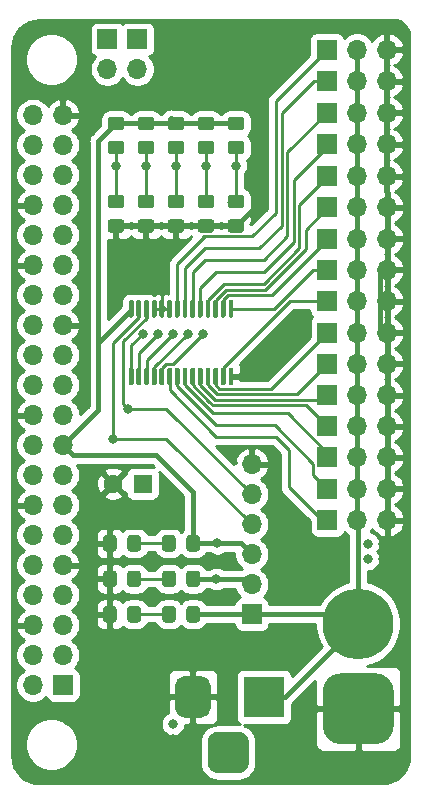
<source format=gtl>
%TF.GenerationSoftware,KiCad,Pcbnew,(5.1.6)-1*%
%TF.CreationDate,2020-06-14T06:25:32-07:00*%
%TF.ProjectId,pcb,7063622e-6b69-4636-9164-5f7063625858,rev?*%
%TF.SameCoordinates,Original*%
%TF.FileFunction,Copper,L1,Top*%
%TF.FilePolarity,Positive*%
%FSLAX46Y46*%
G04 Gerber Fmt 4.6, Leading zero omitted, Abs format (unit mm)*
G04 Created by KiCad (PCBNEW (5.1.6)-1) date 2020-06-14 06:25:32*
%MOMM*%
%LPD*%
G01*
G04 APERTURE LIST*
%TA.AperFunction,ComponentPad*%
%ADD10R,1.700000X1.700000*%
%TD*%
%TA.AperFunction,ComponentPad*%
%ADD11O,1.700000X1.700000*%
%TD*%
%TA.AperFunction,ComponentPad*%
%ADD12R,3.500000X3.500000*%
%TD*%
%TA.AperFunction,ComponentPad*%
%ADD13R,1.600000X1.600000*%
%TD*%
%TA.AperFunction,ComponentPad*%
%ADD14C,1.600000*%
%TD*%
%TA.AperFunction,ComponentPad*%
%ADD15C,6.000000*%
%TD*%
%TA.AperFunction,ViaPad*%
%ADD16C,0.800000*%
%TD*%
%TA.AperFunction,Conductor*%
%ADD17C,0.400000*%
%TD*%
%TA.AperFunction,Conductor*%
%ADD18C,0.250000*%
%TD*%
%TA.AperFunction,Conductor*%
%ADD19C,0.254000*%
%TD*%
G04 APERTURE END LIST*
%TO.P,U0,28*%
%TO.N,+3V3*%
%TA.AperFunction,SMDPad,CuDef*%
G36*
G01*
X110875000Y-93875000D02*
X110675000Y-93875000D01*
G75*
G02*
X110575000Y-93775000I0J100000D01*
G01*
X110575000Y-92500000D01*
G75*
G02*
X110675000Y-92400000I100000J0D01*
G01*
X110875000Y-92400000D01*
G75*
G02*
X110975000Y-92500000I0J-100000D01*
G01*
X110975000Y-93775000D01*
G75*
G02*
X110875000Y-93875000I-100000J0D01*
G01*
G37*
%TD.AperFunction*%
%TO.P,U0,27*%
%TO.N,/SDA*%
%TA.AperFunction,SMDPad,CuDef*%
G36*
G01*
X111525000Y-93875000D02*
X111325000Y-93875000D01*
G75*
G02*
X111225000Y-93775000I0J100000D01*
G01*
X111225000Y-92500000D01*
G75*
G02*
X111325000Y-92400000I100000J0D01*
G01*
X111525000Y-92400000D01*
G75*
G02*
X111625000Y-92500000I0J-100000D01*
G01*
X111625000Y-93775000D01*
G75*
G02*
X111525000Y-93875000I-100000J0D01*
G01*
G37*
%TD.AperFunction*%
%TO.P,U0,26*%
%TO.N,/SCL*%
%TA.AperFunction,SMDPad,CuDef*%
G36*
G01*
X112175000Y-93875000D02*
X111975000Y-93875000D01*
G75*
G02*
X111875000Y-93775000I0J100000D01*
G01*
X111875000Y-92500000D01*
G75*
G02*
X111975000Y-92400000I100000J0D01*
G01*
X112175000Y-92400000D01*
G75*
G02*
X112275000Y-92500000I0J-100000D01*
G01*
X112275000Y-93775000D01*
G75*
G02*
X112175000Y-93875000I-100000J0D01*
G01*
G37*
%TD.AperFunction*%
%TO.P,U0,25*%
%TO.N,GND*%
%TA.AperFunction,SMDPad,CuDef*%
G36*
G01*
X112825000Y-93875000D02*
X112625000Y-93875000D01*
G75*
G02*
X112525000Y-93775000I0J100000D01*
G01*
X112525000Y-92500000D01*
G75*
G02*
X112625000Y-92400000I100000J0D01*
G01*
X112825000Y-92400000D01*
G75*
G02*
X112925000Y-92500000I0J-100000D01*
G01*
X112925000Y-93775000D01*
G75*
G02*
X112825000Y-93875000I-100000J0D01*
G01*
G37*
%TD.AperFunction*%
%TO.P,U0,24*%
%TA.AperFunction,SMDPad,CuDef*%
G36*
G01*
X113475000Y-93875000D02*
X113275000Y-93875000D01*
G75*
G02*
X113175000Y-93775000I0J100000D01*
G01*
X113175000Y-92500000D01*
G75*
G02*
X113275000Y-92400000I100000J0D01*
G01*
X113475000Y-92400000D01*
G75*
G02*
X113575000Y-92500000I0J-100000D01*
G01*
X113575000Y-93775000D01*
G75*
G02*
X113475000Y-93875000I-100000J0D01*
G01*
G37*
%TD.AperFunction*%
%TO.P,U0,23*%
%TA.AperFunction,SMDPad,CuDef*%
G36*
G01*
X114125000Y-93875000D02*
X113925000Y-93875000D01*
G75*
G02*
X113825000Y-93775000I0J100000D01*
G01*
X113825000Y-92500000D01*
G75*
G02*
X113925000Y-92400000I100000J0D01*
G01*
X114125000Y-92400000D01*
G75*
G02*
X114225000Y-92500000I0J-100000D01*
G01*
X114225000Y-93775000D01*
G75*
G02*
X114125000Y-93875000I-100000J0D01*
G01*
G37*
%TD.AperFunction*%
%TO.P,U0,22*%
%TO.N,/S15*%
%TA.AperFunction,SMDPad,CuDef*%
G36*
G01*
X114775000Y-93875000D02*
X114575000Y-93875000D01*
G75*
G02*
X114475000Y-93775000I0J100000D01*
G01*
X114475000Y-92500000D01*
G75*
G02*
X114575000Y-92400000I100000J0D01*
G01*
X114775000Y-92400000D01*
G75*
G02*
X114875000Y-92500000I0J-100000D01*
G01*
X114875000Y-93775000D01*
G75*
G02*
X114775000Y-93875000I-100000J0D01*
G01*
G37*
%TD.AperFunction*%
%TO.P,U0,21*%
%TO.N,/S14*%
%TA.AperFunction,SMDPad,CuDef*%
G36*
G01*
X115425000Y-93875000D02*
X115225000Y-93875000D01*
G75*
G02*
X115125000Y-93775000I0J100000D01*
G01*
X115125000Y-92500000D01*
G75*
G02*
X115225000Y-92400000I100000J0D01*
G01*
X115425000Y-92400000D01*
G75*
G02*
X115525000Y-92500000I0J-100000D01*
G01*
X115525000Y-93775000D01*
G75*
G02*
X115425000Y-93875000I-100000J0D01*
G01*
G37*
%TD.AperFunction*%
%TO.P,U0,20*%
%TO.N,/S13*%
%TA.AperFunction,SMDPad,CuDef*%
G36*
G01*
X116075000Y-93875000D02*
X115875000Y-93875000D01*
G75*
G02*
X115775000Y-93775000I0J100000D01*
G01*
X115775000Y-92500000D01*
G75*
G02*
X115875000Y-92400000I100000J0D01*
G01*
X116075000Y-92400000D01*
G75*
G02*
X116175000Y-92500000I0J-100000D01*
G01*
X116175000Y-93775000D01*
G75*
G02*
X116075000Y-93875000I-100000J0D01*
G01*
G37*
%TD.AperFunction*%
%TO.P,U0,19*%
%TO.N,/S12*%
%TA.AperFunction,SMDPad,CuDef*%
G36*
G01*
X116725000Y-93875000D02*
X116525000Y-93875000D01*
G75*
G02*
X116425000Y-93775000I0J100000D01*
G01*
X116425000Y-92500000D01*
G75*
G02*
X116525000Y-92400000I100000J0D01*
G01*
X116725000Y-92400000D01*
G75*
G02*
X116825000Y-92500000I0J-100000D01*
G01*
X116825000Y-93775000D01*
G75*
G02*
X116725000Y-93875000I-100000J0D01*
G01*
G37*
%TD.AperFunction*%
%TO.P,U0,18*%
%TO.N,/S11*%
%TA.AperFunction,SMDPad,CuDef*%
G36*
G01*
X117375000Y-93875000D02*
X117175000Y-93875000D01*
G75*
G02*
X117075000Y-93775000I0J100000D01*
G01*
X117075000Y-92500000D01*
G75*
G02*
X117175000Y-92400000I100000J0D01*
G01*
X117375000Y-92400000D01*
G75*
G02*
X117475000Y-92500000I0J-100000D01*
G01*
X117475000Y-93775000D01*
G75*
G02*
X117375000Y-93875000I-100000J0D01*
G01*
G37*
%TD.AperFunction*%
%TO.P,U0,17*%
%TO.N,/S10*%
%TA.AperFunction,SMDPad,CuDef*%
G36*
G01*
X118025000Y-93875000D02*
X117825000Y-93875000D01*
G75*
G02*
X117725000Y-93775000I0J100000D01*
G01*
X117725000Y-92500000D01*
G75*
G02*
X117825000Y-92400000I100000J0D01*
G01*
X118025000Y-92400000D01*
G75*
G02*
X118125000Y-92500000I0J-100000D01*
G01*
X118125000Y-93775000D01*
G75*
G02*
X118025000Y-93875000I-100000J0D01*
G01*
G37*
%TD.AperFunction*%
%TO.P,U0,16*%
%TO.N,/S9*%
%TA.AperFunction,SMDPad,CuDef*%
G36*
G01*
X118675000Y-93875000D02*
X118475000Y-93875000D01*
G75*
G02*
X118375000Y-93775000I0J100000D01*
G01*
X118375000Y-92500000D01*
G75*
G02*
X118475000Y-92400000I100000J0D01*
G01*
X118675000Y-92400000D01*
G75*
G02*
X118775000Y-92500000I0J-100000D01*
G01*
X118775000Y-93775000D01*
G75*
G02*
X118675000Y-93875000I-100000J0D01*
G01*
G37*
%TD.AperFunction*%
%TO.P,U0,15*%
%TO.N,/S8*%
%TA.AperFunction,SMDPad,CuDef*%
G36*
G01*
X119325000Y-93875000D02*
X119125000Y-93875000D01*
G75*
G02*
X119025000Y-93775000I0J100000D01*
G01*
X119025000Y-92500000D01*
G75*
G02*
X119125000Y-92400000I100000J0D01*
G01*
X119325000Y-92400000D01*
G75*
G02*
X119425000Y-92500000I0J-100000D01*
G01*
X119425000Y-93775000D01*
G75*
G02*
X119325000Y-93875000I-100000J0D01*
G01*
G37*
%TD.AperFunction*%
%TO.P,U0,14*%
%TO.N,GND*%
%TA.AperFunction,SMDPad,CuDef*%
G36*
G01*
X119325000Y-99600000D02*
X119125000Y-99600000D01*
G75*
G02*
X119025000Y-99500000I0J100000D01*
G01*
X119025000Y-98225000D01*
G75*
G02*
X119125000Y-98125000I100000J0D01*
G01*
X119325000Y-98125000D01*
G75*
G02*
X119425000Y-98225000I0J-100000D01*
G01*
X119425000Y-99500000D01*
G75*
G02*
X119325000Y-99600000I-100000J0D01*
G01*
G37*
%TD.AperFunction*%
%TO.P,U0,13*%
%TO.N,/S7*%
%TA.AperFunction,SMDPad,CuDef*%
G36*
G01*
X118675000Y-99600000D02*
X118475000Y-99600000D01*
G75*
G02*
X118375000Y-99500000I0J100000D01*
G01*
X118375000Y-98225000D01*
G75*
G02*
X118475000Y-98125000I100000J0D01*
G01*
X118675000Y-98125000D01*
G75*
G02*
X118775000Y-98225000I0J-100000D01*
G01*
X118775000Y-99500000D01*
G75*
G02*
X118675000Y-99600000I-100000J0D01*
G01*
G37*
%TD.AperFunction*%
%TO.P,U0,12*%
%TO.N,/S6*%
%TA.AperFunction,SMDPad,CuDef*%
G36*
G01*
X118025000Y-99600000D02*
X117825000Y-99600000D01*
G75*
G02*
X117725000Y-99500000I0J100000D01*
G01*
X117725000Y-98225000D01*
G75*
G02*
X117825000Y-98125000I100000J0D01*
G01*
X118025000Y-98125000D01*
G75*
G02*
X118125000Y-98225000I0J-100000D01*
G01*
X118125000Y-99500000D01*
G75*
G02*
X118025000Y-99600000I-100000J0D01*
G01*
G37*
%TD.AperFunction*%
%TO.P,U0,11*%
%TO.N,/S5*%
%TA.AperFunction,SMDPad,CuDef*%
G36*
G01*
X117375000Y-99600000D02*
X117175000Y-99600000D01*
G75*
G02*
X117075000Y-99500000I0J100000D01*
G01*
X117075000Y-98225000D01*
G75*
G02*
X117175000Y-98125000I100000J0D01*
G01*
X117375000Y-98125000D01*
G75*
G02*
X117475000Y-98225000I0J-100000D01*
G01*
X117475000Y-99500000D01*
G75*
G02*
X117375000Y-99600000I-100000J0D01*
G01*
G37*
%TD.AperFunction*%
%TO.P,U0,10*%
%TO.N,/S4*%
%TA.AperFunction,SMDPad,CuDef*%
G36*
G01*
X116725000Y-99600000D02*
X116525000Y-99600000D01*
G75*
G02*
X116425000Y-99500000I0J100000D01*
G01*
X116425000Y-98225000D01*
G75*
G02*
X116525000Y-98125000I100000J0D01*
G01*
X116725000Y-98125000D01*
G75*
G02*
X116825000Y-98225000I0J-100000D01*
G01*
X116825000Y-99500000D01*
G75*
G02*
X116725000Y-99600000I-100000J0D01*
G01*
G37*
%TD.AperFunction*%
%TO.P,U0,9*%
%TO.N,/S3*%
%TA.AperFunction,SMDPad,CuDef*%
G36*
G01*
X116075000Y-99600000D02*
X115875000Y-99600000D01*
G75*
G02*
X115775000Y-99500000I0J100000D01*
G01*
X115775000Y-98225000D01*
G75*
G02*
X115875000Y-98125000I100000J0D01*
G01*
X116075000Y-98125000D01*
G75*
G02*
X116175000Y-98225000I0J-100000D01*
G01*
X116175000Y-99500000D01*
G75*
G02*
X116075000Y-99600000I-100000J0D01*
G01*
G37*
%TD.AperFunction*%
%TO.P,U0,8*%
%TO.N,/S2*%
%TA.AperFunction,SMDPad,CuDef*%
G36*
G01*
X115425000Y-99600000D02*
X115225000Y-99600000D01*
G75*
G02*
X115125000Y-99500000I0J100000D01*
G01*
X115125000Y-98225000D01*
G75*
G02*
X115225000Y-98125000I100000J0D01*
G01*
X115425000Y-98125000D01*
G75*
G02*
X115525000Y-98225000I0J-100000D01*
G01*
X115525000Y-99500000D01*
G75*
G02*
X115425000Y-99600000I-100000J0D01*
G01*
G37*
%TD.AperFunction*%
%TO.P,U0,7*%
%TO.N,/S1*%
%TA.AperFunction,SMDPad,CuDef*%
G36*
G01*
X114775000Y-99600000D02*
X114575000Y-99600000D01*
G75*
G02*
X114475000Y-99500000I0J100000D01*
G01*
X114475000Y-98225000D01*
G75*
G02*
X114575000Y-98125000I100000J0D01*
G01*
X114775000Y-98125000D01*
G75*
G02*
X114875000Y-98225000I0J-100000D01*
G01*
X114875000Y-99500000D01*
G75*
G02*
X114775000Y-99600000I-100000J0D01*
G01*
G37*
%TD.AperFunction*%
%TO.P,U0,6*%
%TO.N,/S0*%
%TA.AperFunction,SMDPad,CuDef*%
G36*
G01*
X114125000Y-99600000D02*
X113925000Y-99600000D01*
G75*
G02*
X113825000Y-99500000I0J100000D01*
G01*
X113825000Y-98225000D01*
G75*
G02*
X113925000Y-98125000I100000J0D01*
G01*
X114125000Y-98125000D01*
G75*
G02*
X114225000Y-98225000I0J-100000D01*
G01*
X114225000Y-99500000D01*
G75*
G02*
X114125000Y-99600000I-100000J0D01*
G01*
G37*
%TD.AperFunction*%
%TO.P,U0,5*%
%TO.N,/A4*%
%TA.AperFunction,SMDPad,CuDef*%
G36*
G01*
X113475000Y-99600000D02*
X113275000Y-99600000D01*
G75*
G02*
X113175000Y-99500000I0J100000D01*
G01*
X113175000Y-98225000D01*
G75*
G02*
X113275000Y-98125000I100000J0D01*
G01*
X113475000Y-98125000D01*
G75*
G02*
X113575000Y-98225000I0J-100000D01*
G01*
X113575000Y-99500000D01*
G75*
G02*
X113475000Y-99600000I-100000J0D01*
G01*
G37*
%TD.AperFunction*%
%TO.P,U0,4*%
%TO.N,/A3*%
%TA.AperFunction,SMDPad,CuDef*%
G36*
G01*
X112825000Y-99600000D02*
X112625000Y-99600000D01*
G75*
G02*
X112525000Y-99500000I0J100000D01*
G01*
X112525000Y-98225000D01*
G75*
G02*
X112625000Y-98125000I100000J0D01*
G01*
X112825000Y-98125000D01*
G75*
G02*
X112925000Y-98225000I0J-100000D01*
G01*
X112925000Y-99500000D01*
G75*
G02*
X112825000Y-99600000I-100000J0D01*
G01*
G37*
%TD.AperFunction*%
%TO.P,U0,3*%
%TO.N,/A2*%
%TA.AperFunction,SMDPad,CuDef*%
G36*
G01*
X112175000Y-99600000D02*
X111975000Y-99600000D01*
G75*
G02*
X111875000Y-99500000I0J100000D01*
G01*
X111875000Y-98225000D01*
G75*
G02*
X111975000Y-98125000I100000J0D01*
G01*
X112175000Y-98125000D01*
G75*
G02*
X112275000Y-98225000I0J-100000D01*
G01*
X112275000Y-99500000D01*
G75*
G02*
X112175000Y-99600000I-100000J0D01*
G01*
G37*
%TD.AperFunction*%
%TO.P,U0,2*%
%TO.N,/A1*%
%TA.AperFunction,SMDPad,CuDef*%
G36*
G01*
X111525000Y-99600000D02*
X111325000Y-99600000D01*
G75*
G02*
X111225000Y-99500000I0J100000D01*
G01*
X111225000Y-98225000D01*
G75*
G02*
X111325000Y-98125000I100000J0D01*
G01*
X111525000Y-98125000D01*
G75*
G02*
X111625000Y-98225000I0J-100000D01*
G01*
X111625000Y-99500000D01*
G75*
G02*
X111525000Y-99600000I-100000J0D01*
G01*
G37*
%TD.AperFunction*%
%TO.P,U0,1*%
%TO.N,/A0*%
%TA.AperFunction,SMDPad,CuDef*%
G36*
G01*
X110875000Y-99600000D02*
X110675000Y-99600000D01*
G75*
G02*
X110575000Y-99500000I0J100000D01*
G01*
X110575000Y-98225000D01*
G75*
G02*
X110675000Y-98125000I100000J0D01*
G01*
X110875000Y-98125000D01*
G75*
G02*
X110975000Y-98225000I0J-100000D01*
G01*
X110975000Y-99500000D01*
G75*
G02*
X110875000Y-99600000I-100000J0D01*
G01*
G37*
%TD.AperFunction*%
%TD*%
D10*
%TO.P,pi1,1*%
%TO.N,+3V3*%
X105000000Y-125000000D03*
D11*
%TO.P,pi1,2*%
%TO.N,+5V*%
X102460000Y-125000000D03*
%TO.P,pi1,3*%
%TO.N,/SDA*%
X105000000Y-122460000D03*
%TO.P,pi1,4*%
%TO.N,+5V*%
X102460000Y-122460000D03*
%TO.P,pi1,5*%
%TO.N,/SCL*%
X105000000Y-119920000D03*
%TO.P,pi1,6*%
%TO.N,GND*%
X102460000Y-119920000D03*
%TO.P,pi1,7*%
%TO.N,Net-(pi1-Pad7)*%
X105000000Y-117380000D03*
%TO.P,pi1,8*%
%TO.N,Net-(pi1-Pad8)*%
X102460000Y-117380000D03*
%TO.P,pi1,9*%
%TO.N,GND*%
X105000000Y-114840000D03*
%TO.P,pi1,10*%
%TO.N,Net-(pi1-Pad10)*%
X102460000Y-114840000D03*
%TO.P,pi1,11*%
%TO.N,Net-(pi1-Pad11)*%
X105000000Y-112300000D03*
%TO.P,pi1,12*%
%TO.N,Net-(pi1-Pad12)*%
X102460000Y-112300000D03*
%TO.P,pi1,13*%
%TO.N,Net-(pi1-Pad13)*%
X105000000Y-109760000D03*
%TO.P,pi1,14*%
%TO.N,GND*%
X102460000Y-109760000D03*
%TO.P,pi1,15*%
%TO.N,Net-(pi1-Pad15)*%
X105000000Y-107220000D03*
%TO.P,pi1,16*%
%TO.N,Net-(pi1-Pad16)*%
X102460000Y-107220000D03*
%TO.P,pi1,17*%
%TO.N,+3V3*%
X105000000Y-104680000D03*
%TO.P,pi1,18*%
%TO.N,Net-(pi1-Pad18)*%
X102460000Y-104680000D03*
%TO.P,pi1,19*%
%TO.N,Net-(pi1-Pad19)*%
X105000000Y-102140000D03*
%TO.P,pi1,20*%
%TO.N,GND*%
X102460000Y-102140000D03*
%TO.P,pi1,21*%
%TO.N,Net-(pi1-Pad21)*%
X105000000Y-99600000D03*
%TO.P,pi1,22*%
%TO.N,Net-(pi1-Pad22)*%
X102460000Y-99600000D03*
%TO.P,pi1,23*%
%TO.N,Net-(pi1-Pad23)*%
X105000000Y-97060000D03*
%TO.P,pi1,24*%
%TO.N,Net-(pi1-Pad24)*%
X102460000Y-97060000D03*
%TO.P,pi1,25*%
%TO.N,GND*%
X105000000Y-94520000D03*
%TO.P,pi1,26*%
%TO.N,Net-(pi1-Pad26)*%
X102460000Y-94520000D03*
%TO.P,pi1,27*%
%TO.N,Net-(pi1-Pad27)*%
X105000000Y-91980000D03*
%TO.P,pi1,28*%
%TO.N,Net-(pi1-Pad28)*%
X102460000Y-91980000D03*
%TO.P,pi1,29*%
%TO.N,Net-(pi1-Pad29)*%
X105000000Y-89440000D03*
%TO.P,pi1,30*%
%TO.N,GND*%
X102460000Y-89440000D03*
%TO.P,pi1,31*%
%TO.N,Net-(pi1-Pad31)*%
X105000000Y-86900000D03*
%TO.P,pi1,32*%
%TO.N,Net-(pi1-Pad32)*%
X102460000Y-86900000D03*
%TO.P,pi1,33*%
%TO.N,Net-(pi1-Pad33)*%
X105000000Y-84360000D03*
%TO.P,pi1,34*%
%TO.N,GND*%
X102460000Y-84360000D03*
%TO.P,pi1,35*%
%TO.N,Net-(pi1-Pad35)*%
X105000000Y-81820000D03*
%TO.P,pi1,36*%
%TO.N,Net-(pi1-Pad36)*%
X102460000Y-81820000D03*
%TO.P,pi1,37*%
%TO.N,Net-(pi1-Pad37)*%
X105000000Y-79280000D03*
%TO.P,pi1,38*%
%TO.N,Net-(pi1-Pad38)*%
X102460000Y-79280000D03*
%TO.P,pi1,39*%
%TO.N,GND*%
X105000000Y-76740000D03*
%TO.P,pi1,40*%
%TO.N,Net-(pi1-Pad40)*%
X102460000Y-76740000D03*
%TD*%
%TO.P,R8,2*%
%TO.N,GND*%
%TA.AperFunction,SMDPad,CuDef*%
G36*
G01*
X116659999Y-85540000D02*
X117560001Y-85540000D01*
G75*
G02*
X117810000Y-85789999I0J-249999D01*
G01*
X117810000Y-86440001D01*
G75*
G02*
X117560001Y-86690000I-249999J0D01*
G01*
X116659999Y-86690000D01*
G75*
G02*
X116410000Y-86440001I0J249999D01*
G01*
X116410000Y-85789999D01*
G75*
G02*
X116659999Y-85540000I249999J0D01*
G01*
G37*
%TD.AperFunction*%
%TO.P,R8,1*%
%TO.N,/A3*%
%TA.AperFunction,SMDPad,CuDef*%
G36*
G01*
X116659999Y-83490000D02*
X117560001Y-83490000D01*
G75*
G02*
X117810000Y-83739999I0J-249999D01*
G01*
X117810000Y-84390001D01*
G75*
G02*
X117560001Y-84640000I-249999J0D01*
G01*
X116659999Y-84640000D01*
G75*
G02*
X116410000Y-84390001I0J249999D01*
G01*
X116410000Y-83739999D01*
G75*
G02*
X116659999Y-83490000I249999J0D01*
G01*
G37*
%TD.AperFunction*%
%TD*%
%TO.P,R5,2*%
%TO.N,GND*%
%TA.AperFunction,SMDPad,CuDef*%
G36*
G01*
X109039999Y-85540000D02*
X109940001Y-85540000D01*
G75*
G02*
X110190000Y-85789999I0J-249999D01*
G01*
X110190000Y-86440001D01*
G75*
G02*
X109940001Y-86690000I-249999J0D01*
G01*
X109039999Y-86690000D01*
G75*
G02*
X108790000Y-86440001I0J249999D01*
G01*
X108790000Y-85789999D01*
G75*
G02*
X109039999Y-85540000I249999J0D01*
G01*
G37*
%TD.AperFunction*%
%TO.P,R5,1*%
%TO.N,/A0*%
%TA.AperFunction,SMDPad,CuDef*%
G36*
G01*
X109039999Y-83490000D02*
X109940001Y-83490000D01*
G75*
G02*
X110190000Y-83739999I0J-249999D01*
G01*
X110190000Y-84390001D01*
G75*
G02*
X109940001Y-84640000I-249999J0D01*
G01*
X109039999Y-84640000D01*
G75*
G02*
X108790000Y-84390001I0J249999D01*
G01*
X108790000Y-83739999D01*
G75*
G02*
X109039999Y-83490000I249999J0D01*
G01*
G37*
%TD.AperFunction*%
%TD*%
D10*
%TO.P,J3,1*%
%TO.N,/S3*%
X127381000Y-103075740D03*
D11*
%TO.P,J3,2*%
%TO.N,VDD*%
X129921000Y-103075740D03*
%TO.P,J3,3*%
%TO.N,GND*%
X132461000Y-103075740D03*
%TD*%
D10*
%TO.P,J0,1*%
%TO.N,/S0*%
X127393700Y-111028480D03*
D11*
%TO.P,J0,2*%
%TO.N,VDD*%
X129933700Y-111028480D03*
%TO.P,J0,3*%
%TO.N,GND*%
X132473700Y-111028480D03*
%TD*%
%TO.P,R12,2*%
%TO.N,Net-(D3-Pad2)*%
%TA.AperFunction,SMDPad,CuDef*%
G36*
G01*
X114550000Y-118549999D02*
X114550000Y-119450001D01*
G75*
G02*
X114300001Y-119700000I-249999J0D01*
G01*
X113649999Y-119700000D01*
G75*
G02*
X113400000Y-119450001I0J249999D01*
G01*
X113400000Y-118549999D01*
G75*
G02*
X113649999Y-118300000I249999J0D01*
G01*
X114300001Y-118300000D01*
G75*
G02*
X114550000Y-118549999I0J-249999D01*
G01*
G37*
%TD.AperFunction*%
%TO.P,R12,1*%
%TO.N,VDD*%
%TA.AperFunction,SMDPad,CuDef*%
G36*
G01*
X116600000Y-118549999D02*
X116600000Y-119450001D01*
G75*
G02*
X116350001Y-119700000I-249999J0D01*
G01*
X115699999Y-119700000D01*
G75*
G02*
X115450000Y-119450001I0J249999D01*
G01*
X115450000Y-118549999D01*
G75*
G02*
X115699999Y-118300000I249999J0D01*
G01*
X116350001Y-118300000D01*
G75*
G02*
X116600000Y-118549999I0J-249999D01*
G01*
G37*
%TD.AperFunction*%
%TD*%
%TO.P,R11,2*%
%TO.N,Net-(D2-Pad2)*%
%TA.AperFunction,SMDPad,CuDef*%
G36*
G01*
X114550000Y-115549999D02*
X114550000Y-116450001D01*
G75*
G02*
X114300001Y-116700000I-249999J0D01*
G01*
X113649999Y-116700000D01*
G75*
G02*
X113400000Y-116450001I0J249999D01*
G01*
X113400000Y-115549999D01*
G75*
G02*
X113649999Y-115300000I249999J0D01*
G01*
X114300001Y-115300000D01*
G75*
G02*
X114550000Y-115549999I0J-249999D01*
G01*
G37*
%TD.AperFunction*%
%TO.P,R11,1*%
%TO.N,+5V*%
%TA.AperFunction,SMDPad,CuDef*%
G36*
G01*
X116600000Y-115549999D02*
X116600000Y-116450001D01*
G75*
G02*
X116350001Y-116700000I-249999J0D01*
G01*
X115699999Y-116700000D01*
G75*
G02*
X115450000Y-116450001I0J249999D01*
G01*
X115450000Y-115549999D01*
G75*
G02*
X115699999Y-115300000I249999J0D01*
G01*
X116350001Y-115300000D01*
G75*
G02*
X116600000Y-115549999I0J-249999D01*
G01*
G37*
%TD.AperFunction*%
%TD*%
%TO.P,R10,2*%
%TO.N,Net-(D1-Pad2)*%
%TA.AperFunction,SMDPad,CuDef*%
G36*
G01*
X114550000Y-112549999D02*
X114550000Y-113450001D01*
G75*
G02*
X114300001Y-113700000I-249999J0D01*
G01*
X113649999Y-113700000D01*
G75*
G02*
X113400000Y-113450001I0J249999D01*
G01*
X113400000Y-112549999D01*
G75*
G02*
X113649999Y-112300000I249999J0D01*
G01*
X114300001Y-112300000D01*
G75*
G02*
X114550000Y-112549999I0J-249999D01*
G01*
G37*
%TD.AperFunction*%
%TO.P,R10,1*%
%TO.N,+3V3*%
%TA.AperFunction,SMDPad,CuDef*%
G36*
G01*
X116600000Y-112549999D02*
X116600000Y-113450001D01*
G75*
G02*
X116350001Y-113700000I-249999J0D01*
G01*
X115699999Y-113700000D01*
G75*
G02*
X115450000Y-113450001I0J249999D01*
G01*
X115450000Y-112549999D01*
G75*
G02*
X115699999Y-112300000I249999J0D01*
G01*
X116350001Y-112300000D01*
G75*
G02*
X116600000Y-112549999I0J-249999D01*
G01*
G37*
%TD.AperFunction*%
%TD*%
%TO.P,D3,2*%
%TO.N,Net-(D3-Pad2)*%
%TA.AperFunction,SMDPad,CuDef*%
G36*
G01*
X110450000Y-119450001D02*
X110450000Y-118549999D01*
G75*
G02*
X110699999Y-118300000I249999J0D01*
G01*
X111350001Y-118300000D01*
G75*
G02*
X111600000Y-118549999I0J-249999D01*
G01*
X111600000Y-119450001D01*
G75*
G02*
X111350001Y-119700000I-249999J0D01*
G01*
X110699999Y-119700000D01*
G75*
G02*
X110450000Y-119450001I0J249999D01*
G01*
G37*
%TD.AperFunction*%
%TO.P,D3,1*%
%TO.N,GND*%
%TA.AperFunction,SMDPad,CuDef*%
G36*
G01*
X108400000Y-119450001D02*
X108400000Y-118549999D01*
G75*
G02*
X108649999Y-118300000I249999J0D01*
G01*
X109300001Y-118300000D01*
G75*
G02*
X109550000Y-118549999I0J-249999D01*
G01*
X109550000Y-119450001D01*
G75*
G02*
X109300001Y-119700000I-249999J0D01*
G01*
X108649999Y-119700000D01*
G75*
G02*
X108400000Y-119450001I0J249999D01*
G01*
G37*
%TD.AperFunction*%
%TD*%
%TO.P,D2,2*%
%TO.N,Net-(D2-Pad2)*%
%TA.AperFunction,SMDPad,CuDef*%
G36*
G01*
X110450000Y-116450001D02*
X110450000Y-115549999D01*
G75*
G02*
X110699999Y-115300000I249999J0D01*
G01*
X111350001Y-115300000D01*
G75*
G02*
X111600000Y-115549999I0J-249999D01*
G01*
X111600000Y-116450001D01*
G75*
G02*
X111350001Y-116700000I-249999J0D01*
G01*
X110699999Y-116700000D01*
G75*
G02*
X110450000Y-116450001I0J249999D01*
G01*
G37*
%TD.AperFunction*%
%TO.P,D2,1*%
%TO.N,GND*%
%TA.AperFunction,SMDPad,CuDef*%
G36*
G01*
X108400000Y-116450001D02*
X108400000Y-115549999D01*
G75*
G02*
X108649999Y-115300000I249999J0D01*
G01*
X109300001Y-115300000D01*
G75*
G02*
X109550000Y-115549999I0J-249999D01*
G01*
X109550000Y-116450001D01*
G75*
G02*
X109300001Y-116700000I-249999J0D01*
G01*
X108649999Y-116700000D01*
G75*
G02*
X108400000Y-116450001I0J249999D01*
G01*
G37*
%TD.AperFunction*%
%TD*%
%TO.P,D1,2*%
%TO.N,Net-(D1-Pad2)*%
%TA.AperFunction,SMDPad,CuDef*%
G36*
G01*
X110450000Y-113450001D02*
X110450000Y-112549999D01*
G75*
G02*
X110699999Y-112300000I249999J0D01*
G01*
X111350001Y-112300000D01*
G75*
G02*
X111600000Y-112549999I0J-249999D01*
G01*
X111600000Y-113450001D01*
G75*
G02*
X111350001Y-113700000I-249999J0D01*
G01*
X110699999Y-113700000D01*
G75*
G02*
X110450000Y-113450001I0J249999D01*
G01*
G37*
%TD.AperFunction*%
%TO.P,D1,1*%
%TO.N,GND*%
%TA.AperFunction,SMDPad,CuDef*%
G36*
G01*
X108400000Y-113450001D02*
X108400000Y-112549999D01*
G75*
G02*
X108649999Y-112300000I249999J0D01*
G01*
X109300001Y-112300000D01*
G75*
G02*
X109550000Y-112549999I0J-249999D01*
G01*
X109550000Y-113450001D01*
G75*
G02*
X109300001Y-113700000I-249999J0D01*
G01*
X108649999Y-113700000D01*
G75*
G02*
X108400000Y-113450001I0J249999D01*
G01*
G37*
%TD.AperFunction*%
%TD*%
%TO.P,R9,2*%
%TO.N,GND*%
%TA.AperFunction,SMDPad,CuDef*%
G36*
G01*
X119199999Y-85540000D02*
X120100001Y-85540000D01*
G75*
G02*
X120350000Y-85789999I0J-249999D01*
G01*
X120350000Y-86440001D01*
G75*
G02*
X120100001Y-86690000I-249999J0D01*
G01*
X119199999Y-86690000D01*
G75*
G02*
X118950000Y-86440001I0J249999D01*
G01*
X118950000Y-85789999D01*
G75*
G02*
X119199999Y-85540000I249999J0D01*
G01*
G37*
%TD.AperFunction*%
%TO.P,R9,1*%
%TO.N,/A4*%
%TA.AperFunction,SMDPad,CuDef*%
G36*
G01*
X119199999Y-83490000D02*
X120100001Y-83490000D01*
G75*
G02*
X120350000Y-83739999I0J-249999D01*
G01*
X120350000Y-84390001D01*
G75*
G02*
X120100001Y-84640000I-249999J0D01*
G01*
X119199999Y-84640000D01*
G75*
G02*
X118950000Y-84390001I0J249999D01*
G01*
X118950000Y-83739999D01*
G75*
G02*
X119199999Y-83490000I249999J0D01*
G01*
G37*
%TD.AperFunction*%
%TD*%
%TO.P,R7,2*%
%TO.N,GND*%
%TA.AperFunction,SMDPad,CuDef*%
G36*
G01*
X114119999Y-85540000D02*
X115020001Y-85540000D01*
G75*
G02*
X115270000Y-85789999I0J-249999D01*
G01*
X115270000Y-86440001D01*
G75*
G02*
X115020001Y-86690000I-249999J0D01*
G01*
X114119999Y-86690000D01*
G75*
G02*
X113870000Y-86440001I0J249999D01*
G01*
X113870000Y-85789999D01*
G75*
G02*
X114119999Y-85540000I249999J0D01*
G01*
G37*
%TD.AperFunction*%
%TO.P,R7,1*%
%TO.N,/A2*%
%TA.AperFunction,SMDPad,CuDef*%
G36*
G01*
X114119999Y-83490000D02*
X115020001Y-83490000D01*
G75*
G02*
X115270000Y-83739999I0J-249999D01*
G01*
X115270000Y-84390001D01*
G75*
G02*
X115020001Y-84640000I-249999J0D01*
G01*
X114119999Y-84640000D01*
G75*
G02*
X113870000Y-84390001I0J249999D01*
G01*
X113870000Y-83739999D01*
G75*
G02*
X114119999Y-83490000I249999J0D01*
G01*
G37*
%TD.AperFunction*%
%TD*%
%TO.P,R6,2*%
%TO.N,GND*%
%TA.AperFunction,SMDPad,CuDef*%
G36*
G01*
X111579999Y-85540000D02*
X112480001Y-85540000D01*
G75*
G02*
X112730000Y-85789999I0J-249999D01*
G01*
X112730000Y-86440001D01*
G75*
G02*
X112480001Y-86690000I-249999J0D01*
G01*
X111579999Y-86690000D01*
G75*
G02*
X111330000Y-86440001I0J249999D01*
G01*
X111330000Y-85789999D01*
G75*
G02*
X111579999Y-85540000I249999J0D01*
G01*
G37*
%TD.AperFunction*%
%TO.P,R6,1*%
%TO.N,/A1*%
%TA.AperFunction,SMDPad,CuDef*%
G36*
G01*
X111579999Y-83490000D02*
X112480001Y-83490000D01*
G75*
G02*
X112730000Y-83739999I0J-249999D01*
G01*
X112730000Y-84390001D01*
G75*
G02*
X112480001Y-84640000I-249999J0D01*
G01*
X111579999Y-84640000D01*
G75*
G02*
X111330000Y-84390001I0J249999D01*
G01*
X111330000Y-83739999D01*
G75*
G02*
X111579999Y-83490000I249999J0D01*
G01*
G37*
%TD.AperFunction*%
%TD*%
%TO.P,R4,2*%
%TO.N,/A4*%
%TA.AperFunction,SMDPad,CuDef*%
G36*
G01*
X119199999Y-78920000D02*
X120100001Y-78920000D01*
G75*
G02*
X120350000Y-79169999I0J-249999D01*
G01*
X120350000Y-79820001D01*
G75*
G02*
X120100001Y-80070000I-249999J0D01*
G01*
X119199999Y-80070000D01*
G75*
G02*
X118950000Y-79820001I0J249999D01*
G01*
X118950000Y-79169999D01*
G75*
G02*
X119199999Y-78920000I249999J0D01*
G01*
G37*
%TD.AperFunction*%
%TO.P,R4,1*%
%TO.N,+3V3*%
%TA.AperFunction,SMDPad,CuDef*%
G36*
G01*
X119199999Y-76870000D02*
X120100001Y-76870000D01*
G75*
G02*
X120350000Y-77119999I0J-249999D01*
G01*
X120350000Y-77770001D01*
G75*
G02*
X120100001Y-78020000I-249999J0D01*
G01*
X119199999Y-78020000D01*
G75*
G02*
X118950000Y-77770001I0J249999D01*
G01*
X118950000Y-77119999D01*
G75*
G02*
X119199999Y-76870000I249999J0D01*
G01*
G37*
%TD.AperFunction*%
%TD*%
%TO.P,R3,2*%
%TO.N,/A3*%
%TA.AperFunction,SMDPad,CuDef*%
G36*
G01*
X116659999Y-78920000D02*
X117560001Y-78920000D01*
G75*
G02*
X117810000Y-79169999I0J-249999D01*
G01*
X117810000Y-79820001D01*
G75*
G02*
X117560001Y-80070000I-249999J0D01*
G01*
X116659999Y-80070000D01*
G75*
G02*
X116410000Y-79820001I0J249999D01*
G01*
X116410000Y-79169999D01*
G75*
G02*
X116659999Y-78920000I249999J0D01*
G01*
G37*
%TD.AperFunction*%
%TO.P,R3,1*%
%TO.N,+3V3*%
%TA.AperFunction,SMDPad,CuDef*%
G36*
G01*
X116659999Y-76870000D02*
X117560001Y-76870000D01*
G75*
G02*
X117810000Y-77119999I0J-249999D01*
G01*
X117810000Y-77770001D01*
G75*
G02*
X117560001Y-78020000I-249999J0D01*
G01*
X116659999Y-78020000D01*
G75*
G02*
X116410000Y-77770001I0J249999D01*
G01*
X116410000Y-77119999D01*
G75*
G02*
X116659999Y-76870000I249999J0D01*
G01*
G37*
%TD.AperFunction*%
%TD*%
%TO.P,R2,2*%
%TO.N,/A2*%
%TA.AperFunction,SMDPad,CuDef*%
G36*
G01*
X114119999Y-78920000D02*
X115020001Y-78920000D01*
G75*
G02*
X115270000Y-79169999I0J-249999D01*
G01*
X115270000Y-79820001D01*
G75*
G02*
X115020001Y-80070000I-249999J0D01*
G01*
X114119999Y-80070000D01*
G75*
G02*
X113870000Y-79820001I0J249999D01*
G01*
X113870000Y-79169999D01*
G75*
G02*
X114119999Y-78920000I249999J0D01*
G01*
G37*
%TD.AperFunction*%
%TO.P,R2,1*%
%TO.N,+3V3*%
%TA.AperFunction,SMDPad,CuDef*%
G36*
G01*
X114119999Y-76870000D02*
X115020001Y-76870000D01*
G75*
G02*
X115270000Y-77119999I0J-249999D01*
G01*
X115270000Y-77770001D01*
G75*
G02*
X115020001Y-78020000I-249999J0D01*
G01*
X114119999Y-78020000D01*
G75*
G02*
X113870000Y-77770001I0J249999D01*
G01*
X113870000Y-77119999D01*
G75*
G02*
X114119999Y-76870000I249999J0D01*
G01*
G37*
%TD.AperFunction*%
%TD*%
%TO.P,R1,2*%
%TO.N,/A1*%
%TA.AperFunction,SMDPad,CuDef*%
G36*
G01*
X111579999Y-78920000D02*
X112480001Y-78920000D01*
G75*
G02*
X112730000Y-79169999I0J-249999D01*
G01*
X112730000Y-79820001D01*
G75*
G02*
X112480001Y-80070000I-249999J0D01*
G01*
X111579999Y-80070000D01*
G75*
G02*
X111330000Y-79820001I0J249999D01*
G01*
X111330000Y-79169999D01*
G75*
G02*
X111579999Y-78920000I249999J0D01*
G01*
G37*
%TD.AperFunction*%
%TO.P,R1,1*%
%TO.N,+3V3*%
%TA.AperFunction,SMDPad,CuDef*%
G36*
G01*
X111579999Y-76870000D02*
X112480001Y-76870000D01*
G75*
G02*
X112730000Y-77119999I0J-249999D01*
G01*
X112730000Y-77770001D01*
G75*
G02*
X112480001Y-78020000I-249999J0D01*
G01*
X111579999Y-78020000D01*
G75*
G02*
X111330000Y-77770001I0J249999D01*
G01*
X111330000Y-77119999D01*
G75*
G02*
X111579999Y-76870000I249999J0D01*
G01*
G37*
%TD.AperFunction*%
%TD*%
%TO.P,R0,2*%
%TO.N,/A0*%
%TA.AperFunction,SMDPad,CuDef*%
G36*
G01*
X109039999Y-78920000D02*
X109940001Y-78920000D01*
G75*
G02*
X110190000Y-79169999I0J-249999D01*
G01*
X110190000Y-79820001D01*
G75*
G02*
X109940001Y-80070000I-249999J0D01*
G01*
X109039999Y-80070000D01*
G75*
G02*
X108790000Y-79820001I0J249999D01*
G01*
X108790000Y-79169999D01*
G75*
G02*
X109039999Y-78920000I249999J0D01*
G01*
G37*
%TD.AperFunction*%
%TO.P,R0,1*%
%TO.N,+3V3*%
%TA.AperFunction,SMDPad,CuDef*%
G36*
G01*
X109039999Y-76870000D02*
X109940001Y-76870000D01*
G75*
G02*
X110190000Y-77119999I0J-249999D01*
G01*
X110190000Y-77770001D01*
G75*
G02*
X109940001Y-78020000I-249999J0D01*
G01*
X109039999Y-78020000D01*
G75*
G02*
X108790000Y-77770001I0J249999D01*
G01*
X108790000Y-77119999D01*
G75*
G02*
X109039999Y-76870000I249999J0D01*
G01*
G37*
%TD.AperFunction*%
%TD*%
D10*
%TO.P,J15,1*%
%TO.N,/S15*%
X127345440Y-71198740D03*
D11*
%TO.P,J15,2*%
%TO.N,VDD*%
X129885440Y-71198740D03*
%TO.P,J15,3*%
%TO.N,GND*%
X132425440Y-71198740D03*
%TD*%
D10*
%TO.P,J14,1*%
%TO.N,/S14*%
X127345440Y-73873360D03*
D11*
%TO.P,J14,2*%
%TO.N,VDD*%
X129885440Y-73873360D03*
%TO.P,J14,3*%
%TO.N,GND*%
X132425440Y-73873360D03*
%TD*%
D10*
%TO.P,J13,1*%
%TO.N,/S13*%
X127345440Y-76540360D03*
D11*
%TO.P,J13,2*%
%TO.N,VDD*%
X129885440Y-76540360D03*
%TO.P,J13,3*%
%TO.N,GND*%
X132425440Y-76540360D03*
%TD*%
D10*
%TO.P,J12,1*%
%TO.N,/S12*%
X127345440Y-79220060D03*
D11*
%TO.P,J12,2*%
%TO.N,VDD*%
X129885440Y-79220060D03*
%TO.P,J12,3*%
%TO.N,GND*%
X132425440Y-79220060D03*
%TD*%
%TO.P,J17,3*%
%TO.N,N/C*%
%TA.AperFunction,ComponentPad*%
G36*
G01*
X117250000Y-131575000D02*
X117250000Y-129825000D01*
G75*
G02*
X118125000Y-128950000I875000J0D01*
G01*
X119875000Y-128950000D01*
G75*
G02*
X120750000Y-129825000I0J-875000D01*
G01*
X120750000Y-131575000D01*
G75*
G02*
X119875000Y-132450000I-875000J0D01*
G01*
X118125000Y-132450000D01*
G75*
G02*
X117250000Y-131575000I0J875000D01*
G01*
G37*
%TD.AperFunction*%
%TO.P,J17,2*%
%TO.N,GND*%
%TA.AperFunction,ComponentPad*%
G36*
G01*
X114500000Y-127000000D02*
X114500000Y-125000000D01*
G75*
G02*
X115250000Y-124250000I750000J0D01*
G01*
X116750000Y-124250000D01*
G75*
G02*
X117500000Y-125000000I0J-750000D01*
G01*
X117500000Y-127000000D01*
G75*
G02*
X116750000Y-127750000I-750000J0D01*
G01*
X115250000Y-127750000D01*
G75*
G02*
X114500000Y-127000000I0J750000D01*
G01*
G37*
%TD.AperFunction*%
D12*
%TO.P,J17,1*%
%TO.N,VDD*%
X122000000Y-126000000D03*
%TD*%
D13*
%TO.P,C1,1*%
%TO.N,+5V*%
X111760000Y-107950000D03*
D14*
%TO.P,C1,2*%
%TO.N,GND*%
X109260000Y-107950000D03*
%TD*%
D11*
%TO.P,J1,3*%
%TO.N,GND*%
X132473700Y-108381800D03*
%TO.P,J1,2*%
%TO.N,VDD*%
X129933700Y-108381800D03*
D10*
%TO.P,J1,1*%
%TO.N,/S1*%
X127393700Y-108381800D03*
%TD*%
D11*
%TO.P,J2,3*%
%TO.N,GND*%
X132461000Y-105722420D03*
%TO.P,J2,2*%
%TO.N,VDD*%
X129921000Y-105722420D03*
D10*
%TO.P,J2,1*%
%TO.N,/S2*%
X127381000Y-105722420D03*
%TD*%
%TO.P,J4,1*%
%TO.N,/S4*%
X127370840Y-100451920D03*
D11*
%TO.P,J4,2*%
%TO.N,VDD*%
X129910840Y-100451920D03*
%TO.P,J4,3*%
%TO.N,GND*%
X132450840Y-100451920D03*
%TD*%
%TO.P,J5,3*%
%TO.N,GND*%
X132450840Y-97792540D03*
%TO.P,J5,2*%
%TO.N,VDD*%
X129910840Y-97792540D03*
D10*
%TO.P,J5,1*%
%TO.N,/S5*%
X127370840Y-97792540D03*
%TD*%
D11*
%TO.P,J6,3*%
%TO.N,GND*%
X132450840Y-95148400D03*
%TO.P,J6,2*%
%TO.N,VDD*%
X129910840Y-95148400D03*
D10*
%TO.P,J6,1*%
%TO.N,/S6*%
X127370840Y-95148400D03*
%TD*%
D11*
%TO.P,J7,3*%
%TO.N,GND*%
X132440680Y-92489020D03*
%TO.P,J7,2*%
%TO.N,VDD*%
X129900680Y-92489020D03*
D10*
%TO.P,J7,1*%
%TO.N,/S7*%
X127360680Y-92489020D03*
%TD*%
%TO.P,J8,1*%
%TO.N,/S8*%
X127360680Y-89842340D03*
D11*
%TO.P,J8,2*%
%TO.N,VDD*%
X129900680Y-89842340D03*
%TO.P,J8,3*%
%TO.N,GND*%
X132440680Y-89842340D03*
%TD*%
D10*
%TO.P,J9,1*%
%TO.N,/S9*%
X127360680Y-87195660D03*
D11*
%TO.P,J9,2*%
%TO.N,VDD*%
X129900680Y-87195660D03*
%TO.P,J9,3*%
%TO.N,GND*%
X132440680Y-87195660D03*
%TD*%
D10*
%TO.P,J10,1*%
%TO.N,/S10*%
X127370840Y-84548980D03*
D11*
%TO.P,J10,2*%
%TO.N,VDD*%
X129910840Y-84548980D03*
%TO.P,J10,3*%
%TO.N,GND*%
X132450840Y-84548980D03*
%TD*%
%TO.P,J11,3*%
%TO.N,GND*%
X132427980Y-81904840D03*
%TO.P,J11,2*%
%TO.N,VDD*%
X129887980Y-81904840D03*
D10*
%TO.P,J11,1*%
%TO.N,/S11*%
X127347980Y-81904840D03*
%TD*%
D15*
%TO.P,J20,2*%
%TO.N,VDD*%
X130000000Y-119800000D03*
%TO.P,J20,1*%
%TO.N,GND*%
%TA.AperFunction,ComponentPad*%
G36*
G01*
X131500000Y-130000000D02*
X128500000Y-130000000D01*
G75*
G02*
X127000000Y-128500000I0J1500000D01*
G01*
X127000000Y-125500000D01*
G75*
G02*
X128500000Y-124000000I1500000J0D01*
G01*
X131500000Y-124000000D01*
G75*
G02*
X133000000Y-125500000I0J-1500000D01*
G01*
X133000000Y-128500000D01*
G75*
G02*
X131500000Y-130000000I-1500000J0D01*
G01*
G37*
%TD.AperFunction*%
%TD*%
D10*
%TO.P,J16,1*%
%TO.N,VDD*%
X121000000Y-119000000D03*
D11*
%TO.P,J16,2*%
%TO.N,+5V*%
X121000000Y-116460000D03*
%TO.P,J16,3*%
%TO.N,+3V3*%
X121000000Y-113920000D03*
%TO.P,J16,4*%
%TO.N,/SDA*%
X121000000Y-111380000D03*
%TO.P,J16,5*%
%TO.N,/SCL*%
X121000000Y-108840000D03*
%TO.P,J16,6*%
%TO.N,GND*%
X121000000Y-106300000D03*
%TD*%
D10*
%TO.P,J_POE0,1*%
%TO.N,Net-(J_POE0-Pad1)*%
X111300000Y-70310000D03*
D11*
%TO.P,J_POE0,2*%
%TO.N,Net-(J_POE0-Pad2)*%
X111300000Y-72850000D03*
%TD*%
%TO.P,J_POE2,2*%
%TO.N,Net-(J_POE2-Pad2)*%
X108760000Y-72850000D03*
D10*
%TO.P,J_POE2,1*%
%TO.N,Net-(J_POE2-Pad1)*%
X108760000Y-70310000D03*
%TD*%
D16*
%TO.N,*%
X114300000Y-128270000D03*
X130810000Y-113030000D03*
X130810000Y-114300000D03*
%TO.N,GND*%
X123190000Y-96520000D03*
X114300000Y-69850000D03*
X116840000Y-69850000D03*
X119380000Y-69850000D03*
X121920000Y-69850000D03*
X124460000Y-69850000D03*
X124460000Y-71120000D03*
X121920000Y-71120000D03*
X114300000Y-71120000D03*
X114300000Y-72390000D03*
X114300000Y-73660000D03*
X114300000Y-74930000D03*
X116840000Y-73660000D03*
X116840000Y-74930000D03*
X119380000Y-73660000D03*
X119380000Y-74930000D03*
X121920000Y-72390000D03*
X121920000Y-73660000D03*
X121920000Y-74930000D03*
X113030000Y-74930000D03*
X111760000Y-74930000D03*
X110490000Y-74930000D03*
X109220000Y-74930000D03*
X107950000Y-74930000D03*
X106680000Y-74930000D03*
X115570000Y-74930000D03*
X118110000Y-74930000D03*
X120650000Y-74930000D03*
X120650000Y-73660000D03*
X120650000Y-72390000D03*
X120650000Y-69850000D03*
X118110000Y-69850000D03*
X118110000Y-73660000D03*
X115570000Y-69850000D03*
X115570000Y-73660000D03*
X123190000Y-69850000D03*
X123190000Y-71120000D03*
X123190000Y-72390000D03*
X123190000Y-73660000D03*
X124460000Y-72390000D03*
X110490000Y-87630000D03*
X110490000Y-88900000D03*
X110490000Y-90170000D03*
X110490000Y-91440000D03*
X113030000Y-87630000D03*
X113030000Y-88900000D03*
X113030000Y-90170000D03*
X113030000Y-91440000D03*
X118110000Y-123190000D03*
X116840000Y-123190000D03*
X115570000Y-123190000D03*
X114300000Y-123190000D03*
X113030000Y-123190000D03*
X113030000Y-124460000D03*
X111760000Y-124460000D03*
X110490000Y-125730000D03*
X109220000Y-127000000D03*
X109220000Y-128270000D03*
X109220000Y-129540000D03*
X110490000Y-129540000D03*
X110490000Y-128270000D03*
X110490000Y-127000000D03*
X111760000Y-125730000D03*
X111760000Y-127000000D03*
X111760000Y-128270000D03*
X111760000Y-129540000D03*
X113030000Y-129540000D03*
X113030000Y-128270000D03*
X113030000Y-127000000D03*
X113030000Y-125730000D03*
X114300000Y-129540000D03*
X124460000Y-113030000D03*
X125730000Y-113030000D03*
X127000000Y-113030000D03*
X128270000Y-113030000D03*
X132080000Y-113030000D03*
X133350000Y-113030000D03*
X133350000Y-114300000D03*
X132080000Y-114300000D03*
X128270000Y-114300000D03*
X127000000Y-114300000D03*
X125730000Y-114300000D03*
X124460000Y-114300000D03*
X124460000Y-115570000D03*
X124460000Y-116840000D03*
X124460000Y-120650000D03*
X124460000Y-121920000D03*
X124460000Y-123190000D03*
X124460000Y-129540000D03*
X124460000Y-130810000D03*
X123190000Y-132080000D03*
X124460000Y-132080000D03*
X125730000Y-132080000D03*
X127000000Y-132080000D03*
X125730000Y-130810000D03*
X121920000Y-132080000D03*
X124460000Y-95250000D03*
X124460000Y-93980000D03*
X123190000Y-95250000D03*
X121920000Y-96520000D03*
X121920000Y-97790000D03*
X120650000Y-97790000D03*
X120847500Y-98862500D03*
%TO.N,+5V*%
X118000000Y-116000000D03*
%TO.N,/SCL*%
X110490000Y-101600000D03*
%TO.N,/SDA*%
X109220000Y-104140000D03*
%TO.N,+3V3*%
X118080000Y-113000000D03*
%TO.N,/A0*%
X109490000Y-81010000D03*
X111760000Y-95250000D03*
%TO.N,/A1*%
X112030000Y-81010000D03*
X113030000Y-95250000D03*
%TO.N,/A2*%
X114570000Y-81010000D03*
X114300000Y-95250000D03*
%TO.N,/A3*%
X117110000Y-81010000D03*
X115570000Y-95250000D03*
%TO.N,/A4*%
X119650000Y-81010000D03*
X116840000Y-95250000D03*
%TD*%
D17*
%TO.N,VDD*%
X123800000Y-126000000D02*
X122000000Y-126000000D01*
X130000000Y-119800000D02*
X123800000Y-126000000D01*
X129270000Y-119070000D02*
X130000000Y-119800000D01*
X130000000Y-119800000D02*
X130000000Y-111300000D01*
X129200000Y-119000000D02*
X130000000Y-119800000D01*
X121000000Y-119000000D02*
X129200000Y-119000000D01*
X121000000Y-119000000D02*
X116025000Y-119000000D01*
X129885440Y-71198740D02*
X129885440Y-73873360D01*
X129885440Y-73873360D02*
X129885440Y-76540360D01*
X129885440Y-76540360D02*
X129885440Y-79220060D01*
X129885440Y-81902300D02*
X129887980Y-81904840D01*
X129885440Y-79220060D02*
X129885440Y-81902300D01*
X129887980Y-84526120D02*
X129910840Y-84548980D01*
X129887980Y-81904840D02*
X129887980Y-84526120D01*
X129910840Y-87185500D02*
X129900680Y-87195660D01*
X129910840Y-84548980D02*
X129910840Y-87185500D01*
X129900680Y-87195660D02*
X129900680Y-89842340D01*
X129900680Y-92489020D02*
X129900680Y-89842340D01*
X129900680Y-95138240D02*
X129910840Y-95148400D01*
X129900680Y-92489020D02*
X129900680Y-95138240D01*
X129910840Y-95148400D02*
X129910840Y-97792540D01*
X129910840Y-97792540D02*
X129910840Y-100451920D01*
X129910840Y-103065580D02*
X129921000Y-103075740D01*
X129910840Y-100451920D02*
X129910840Y-103065580D01*
X129921000Y-103075740D02*
X129921000Y-105722420D01*
X129921000Y-108369100D02*
X129933700Y-108381800D01*
X129921000Y-105722420D02*
X129921000Y-108369100D01*
X129933700Y-108381800D02*
X129933700Y-111028480D01*
D18*
%TO.N,GND*%
X114025000Y-93137500D02*
X113375000Y-93137500D01*
X113375000Y-93137500D02*
X112725000Y-93137500D01*
X113375000Y-93137500D02*
X113375000Y-92365000D01*
X113375000Y-92365000D02*
X113375000Y-91785000D01*
D17*
X131810000Y-92790000D02*
X131810000Y-90250000D01*
X131810000Y-92790000D02*
X131810000Y-95330000D01*
X119650000Y-86090000D02*
X121920000Y-83820000D01*
X119650000Y-86115000D02*
X119650000Y-86090000D01*
X120847500Y-98862500D02*
X120847500Y-98862500D01*
X119225000Y-98862500D02*
X120847500Y-98862500D01*
D18*
X113375000Y-91785000D02*
X113375000Y-91785000D01*
X113375000Y-91785000D02*
X113375000Y-91785000D01*
D17*
X121920000Y-97790000D02*
X123190000Y-96520000D01*
X120847500Y-98862500D02*
X121920000Y-97790000D01*
D18*
%TO.N,/S11*%
X117275000Y-92400000D02*
X118675000Y-91000000D01*
X117275000Y-93137500D02*
X117275000Y-92400000D01*
X118675000Y-91000000D02*
X122000000Y-91000000D01*
X122000000Y-91000000D02*
X125000000Y-88000000D01*
X125000000Y-88000000D02*
X125000000Y-84360000D01*
X127347980Y-82012020D02*
X125000000Y-84360000D01*
X127347980Y-81904840D02*
X127347980Y-82012020D01*
%TO.N,/S12*%
X116625000Y-93137500D02*
X116625000Y-92435352D01*
X122000000Y-90000000D02*
X124549990Y-87450010D01*
X124549990Y-87450010D02*
X124549990Y-82270010D01*
X116625000Y-91375000D02*
X118000000Y-90000000D01*
X116625000Y-93137500D02*
X116625000Y-91375000D01*
X118000000Y-90000000D02*
X122000000Y-90000000D01*
X127345440Y-79474560D02*
X124549990Y-82270010D01*
X127345440Y-79220060D02*
X127345440Y-79474560D01*
%TO.N,/S13*%
X115975000Y-93137500D02*
X115975000Y-92448942D01*
X115975000Y-93137500D02*
X115975000Y-90025000D01*
X115975000Y-90025000D02*
X117000000Y-89000000D01*
X122000000Y-89000000D02*
X124000000Y-87000000D01*
X117000000Y-89000000D02*
X122000000Y-89000000D01*
X124000000Y-87000000D02*
X124000000Y-80534998D01*
X124000000Y-79885800D02*
X124000000Y-80534998D01*
X127345440Y-76540360D02*
X124000000Y-79885800D01*
D17*
%TO.N,+5V*%
X116025000Y-116000000D02*
X118000000Y-116000000D01*
X120540000Y-116000000D02*
X121000000Y-116460000D01*
X118000000Y-116000000D02*
X120540000Y-116000000D01*
%TO.N,/SDA*%
X120620000Y-111000000D02*
X121000000Y-111380000D01*
D18*
%TO.N,/SCL*%
X112000000Y-93212500D02*
X112075000Y-93137500D01*
D17*
X120840000Y-109000000D02*
X121000000Y-108840000D01*
D18*
X113760000Y-101600000D02*
X121000000Y-108840000D01*
X110490000Y-101600000D02*
X113760000Y-101600000D01*
X110090001Y-95859999D02*
X112075000Y-93875000D01*
X112075000Y-93875000D02*
X112075000Y-93137500D01*
X110090001Y-101200001D02*
X110090001Y-95859999D01*
X110490000Y-101600000D02*
X110090001Y-101200001D01*
%TO.N,/SDA*%
X113760000Y-104140000D02*
X121000000Y-111380000D01*
X109220000Y-104140000D02*
X113760000Y-104140000D01*
X111425000Y-93826058D02*
X111425000Y-93137500D01*
X109220000Y-96031058D02*
X111425000Y-93826058D01*
X109220000Y-104140000D02*
X109220000Y-96031058D01*
%TO.N,/S0*%
X114025000Y-98862500D02*
X114025000Y-100025000D01*
X123000000Y-104000000D02*
X124099980Y-105099980D01*
X114025000Y-100025000D02*
X118000000Y-104000000D01*
X118000000Y-104000000D02*
X123000000Y-104000000D01*
X124099980Y-105099980D02*
X124099980Y-107939980D01*
X124099980Y-107939980D02*
X124099980Y-108217360D01*
X126911100Y-111028480D02*
X127393700Y-111028480D01*
X124099980Y-108217360D02*
X126911100Y-111028480D01*
%TO.N,/S1*%
X114675000Y-98862500D02*
X114675000Y-99675000D01*
X114675000Y-99675000D02*
X118000000Y-103000000D01*
X122636410Y-103000000D02*
X122641030Y-103004620D01*
X118000000Y-103000000D02*
X122636410Y-103000000D01*
X122636410Y-103000000D02*
X122966940Y-103000000D01*
X126205999Y-107194099D02*
X127393700Y-108381800D01*
X126205999Y-106239059D02*
X126205999Y-107194099D01*
X122966940Y-103000000D02*
X126205999Y-106239059D01*
%TO.N,/S2*%
X126730000Y-105235002D02*
X126730000Y-105490000D01*
X115325000Y-99586410D02*
X117738590Y-102000000D01*
X115325000Y-98862500D02*
X115325000Y-99586410D01*
X127381000Y-105360742D02*
X127381000Y-105722420D01*
X124020258Y-102000000D02*
X127381000Y-105360742D01*
X117738590Y-102000000D02*
X124020258Y-102000000D01*
%TO.N,/S3*%
X115975000Y-99600000D02*
X117375000Y-101000000D01*
X115975000Y-98862500D02*
X115975000Y-99600000D01*
X125580299Y-101275039D02*
X127381000Y-103075740D01*
X117663629Y-101275039D02*
X125580299Y-101275039D01*
X117375000Y-101000000D02*
X117388590Y-101000000D01*
X117388590Y-101000000D02*
X117663629Y-101275039D01*
%TO.N,/S4*%
X126997731Y-100825029D02*
X127370840Y-100451920D01*
X117850029Y-100825029D02*
X126997731Y-100825029D01*
X116625000Y-98862500D02*
X116625000Y-99600000D01*
X116625000Y-99600000D02*
X117850029Y-100825029D01*
%TO.N,/S5*%
X117275000Y-99600000D02*
X118050020Y-100375020D01*
X117275000Y-98862500D02*
X117275000Y-99600000D01*
X124788360Y-100375020D02*
X127370840Y-97792540D01*
X117399990Y-99711400D02*
X118063610Y-100375020D01*
X118063610Y-100375020D02*
X124788360Y-100375020D01*
%TO.N,/S6*%
X118250010Y-99925010D02*
X122594230Y-99925010D01*
X117925000Y-98862500D02*
X117925000Y-99600000D01*
X122594230Y-99925010D02*
X127370840Y-95148400D01*
X117925000Y-99600000D02*
X118250010Y-99925010D01*
%TO.N,/S7*%
X118575000Y-98125000D02*
X118575000Y-98862500D01*
X127360680Y-92489020D02*
X124210980Y-92489020D01*
X124210980Y-92489020D02*
X118575000Y-98125000D01*
%TO.N,/S8*%
X127360680Y-89842340D02*
X126157660Y-89842340D01*
X122862500Y-93137500D02*
X119225000Y-93137500D01*
X126157660Y-89842340D02*
X122862500Y-93137500D01*
%TO.N,/S9*%
X118575000Y-92400000D02*
X118975000Y-92000000D01*
X118575000Y-93137500D02*
X118575000Y-92400000D01*
X126730000Y-87964998D02*
X126730000Y-87710000D01*
X118975000Y-92000000D02*
X122694998Y-92000000D01*
X127360680Y-87334318D02*
X122694998Y-92000000D01*
X127360680Y-87195660D02*
X127360680Y-87334318D01*
%TO.N,/S10*%
X126730000Y-85270000D02*
X126730000Y-85170000D01*
X117925000Y-92413590D02*
X118788600Y-91549990D01*
X122086420Y-91549990D02*
X125554999Y-88081411D01*
X117925000Y-93137500D02*
X117925000Y-92413590D01*
X118788600Y-91549990D02*
X122086420Y-91549990D01*
X125554999Y-88081411D02*
X125554999Y-86445001D01*
X127370840Y-84629160D02*
X125554999Y-86445001D01*
X127370840Y-84548980D02*
X127370840Y-84629160D01*
D17*
%TO.N,+3V3*%
X114137500Y-77012500D02*
X114570000Y-77445000D01*
X119650000Y-77445000D02*
X117110000Y-77445000D01*
X117110000Y-77445000D02*
X114570000Y-77445000D01*
X114570000Y-77445000D02*
X112030000Y-77445000D01*
X112030000Y-77445000D02*
X109490000Y-77445000D01*
X115669256Y-113000000D02*
X116025000Y-113000000D01*
X120080000Y-113000000D02*
X121000000Y-113920000D01*
X105000000Y-104680000D02*
X108000000Y-101680000D01*
X110775000Y-93225000D02*
X110775000Y-93137500D01*
X108000000Y-96000000D02*
X110775000Y-93225000D01*
X108000000Y-101680000D02*
X108000000Y-96000000D01*
X108000000Y-78935000D02*
X109490000Y-77445000D01*
X108000000Y-96000000D02*
X108000000Y-78935000D01*
X116025000Y-113000000D02*
X118080000Y-113000000D01*
X118080000Y-113000000D02*
X120080000Y-113000000D01*
X105849999Y-105529999D02*
X112910001Y-105529999D01*
X105000000Y-104680000D02*
X105849999Y-105529999D01*
X116025000Y-108644998D02*
X116025000Y-113000000D01*
X112910001Y-105529999D02*
X116025000Y-108644998D01*
D18*
%TO.N,/S14*%
X115325000Y-93137500D02*
X115325000Y-92400000D01*
X115325000Y-89675000D02*
X115325000Y-93137500D01*
X117000000Y-88000000D02*
X115325000Y-89675000D01*
X127345440Y-73873360D02*
X126245440Y-73873360D01*
X126245440Y-73873360D02*
X123549991Y-76568809D01*
X123549991Y-76568809D02*
X123549991Y-86086419D01*
X123549991Y-86086419D02*
X121636410Y-88000000D01*
X121636410Y-88000000D02*
X117000000Y-88000000D01*
%TO.N,/S15*%
X114675000Y-93137500D02*
X114675000Y-92325000D01*
X114675000Y-93137500D02*
X114675000Y-89340010D01*
X118961820Y-87015010D02*
X120000000Y-87015010D01*
X117000000Y-87015010D02*
X118961820Y-87015010D01*
X116007505Y-88007505D02*
X117000000Y-87015010D01*
X114675000Y-89340010D02*
X116007505Y-88007505D01*
X123000000Y-75544180D02*
X127345440Y-71198740D01*
X116007505Y-87992495D02*
X116984990Y-87015010D01*
X116984990Y-87015010D02*
X121015010Y-87015010D01*
X121015010Y-86984990D02*
X123000000Y-85000000D01*
X123000000Y-85000000D02*
X123000000Y-75544180D01*
X116007505Y-88007505D02*
X116007505Y-87992495D01*
X121015010Y-87015010D02*
X121015010Y-86984990D01*
%TO.N,/A0*%
X109490000Y-79495000D02*
X109490000Y-81010000D01*
X109490000Y-81010000D02*
X109490000Y-84065000D01*
X110775000Y-96235000D02*
X110775000Y-98862500D01*
X111760000Y-95250000D02*
X110775000Y-96235000D01*
%TO.N,/A1*%
X112030000Y-79495000D02*
X112030000Y-81010000D01*
X112030000Y-81010000D02*
X112030000Y-84065000D01*
X111425000Y-96855000D02*
X111425000Y-98862500D01*
X113030000Y-95250000D02*
X111425000Y-96855000D01*
%TO.N,/A2*%
X114570000Y-79495000D02*
X114570000Y-81010000D01*
X114570000Y-81010000D02*
X114570000Y-84065000D01*
X114300000Y-95250000D02*
X112075000Y-97475000D01*
X112075000Y-97475000D02*
X112075000Y-98862500D01*
X112075000Y-98862500D02*
X112075000Y-97998002D01*
%TO.N,/A3*%
X112725000Y-98138590D02*
X112725000Y-98862500D01*
X117110000Y-79495000D02*
X117110000Y-81010000D01*
X117110000Y-81010000D02*
X117110000Y-84065000D01*
X115570000Y-95250000D02*
X112725000Y-98095000D01*
X112725000Y-98095000D02*
X112725000Y-98862500D01*
%TO.N,/A4*%
X119650000Y-84065000D02*
X118950000Y-84065000D01*
X119650000Y-79495000D02*
X119650000Y-81010000D01*
X119650000Y-81010000D02*
X119650000Y-84065000D01*
X113375000Y-98173942D02*
X113375000Y-98862500D01*
X113758942Y-97790000D02*
X113375000Y-98173942D01*
X114300000Y-97790000D02*
X113758942Y-97790000D01*
X116840000Y-95250000D02*
X114300000Y-97790000D01*
%TO.N,Net-(D1-Pad2)*%
X113975000Y-113000000D02*
X111025000Y-113000000D01*
%TO.N,Net-(D2-Pad2)*%
X113975000Y-116000000D02*
X111025000Y-116000000D01*
%TO.N,Net-(D3-Pad2)*%
X113975000Y-119000000D02*
X111025000Y-119000000D01*
%TD*%
D19*
%TO.N,GND*%
G36*
X133254782Y-68713267D02*
G01*
X133499855Y-68787259D01*
X133725890Y-68907443D01*
X133924281Y-69069248D01*
X134087460Y-69266497D01*
X134209220Y-69491687D01*
X134284924Y-69736247D01*
X134315000Y-70022399D01*
X134315001Y-70966353D01*
X134315000Y-72033646D01*
X134315001Y-72033656D01*
X134315000Y-130033646D01*
X134315001Y-130033656D01*
X134315000Y-130966495D01*
X134267688Y-131449016D01*
X134137287Y-131880927D01*
X133925480Y-132279280D01*
X133640325Y-132628914D01*
X133292697Y-132916497D01*
X132895825Y-133131085D01*
X132464834Y-133264500D01*
X131984346Y-133315000D01*
X103033504Y-133315000D01*
X102550984Y-133267688D01*
X102119073Y-133137287D01*
X101720720Y-132925480D01*
X101371086Y-132640325D01*
X101083503Y-132292697D01*
X100868915Y-131895825D01*
X100735500Y-131464834D01*
X100685000Y-130984346D01*
X100685000Y-129779872D01*
X101765000Y-129779872D01*
X101765000Y-130220128D01*
X101850890Y-130651925D01*
X102019369Y-131058669D01*
X102263962Y-131424729D01*
X102575271Y-131736038D01*
X102941331Y-131980631D01*
X103348075Y-132149110D01*
X103779872Y-132235000D01*
X104220128Y-132235000D01*
X104651925Y-132149110D01*
X105058669Y-131980631D01*
X105424729Y-131736038D01*
X105736038Y-131424729D01*
X105980631Y-131058669D01*
X106149110Y-130651925D01*
X106235000Y-130220128D01*
X106235000Y-129779872D01*
X106149110Y-129348075D01*
X105980631Y-128941331D01*
X105736038Y-128575271D01*
X105424729Y-128263962D01*
X105281203Y-128168061D01*
X113265000Y-128168061D01*
X113265000Y-128371939D01*
X113304774Y-128571898D01*
X113382795Y-128760256D01*
X113496063Y-128929774D01*
X113640226Y-129073937D01*
X113809744Y-129187205D01*
X113998102Y-129265226D01*
X114198061Y-129305000D01*
X114401939Y-129305000D01*
X114601898Y-129265226D01*
X114790256Y-129187205D01*
X114959774Y-129073937D01*
X115103937Y-128929774D01*
X115217205Y-128760256D01*
X115295226Y-128571898D01*
X115332210Y-128385967D01*
X115714250Y-128385000D01*
X115873000Y-128226250D01*
X115873000Y-126127000D01*
X116127000Y-126127000D01*
X116127000Y-128226250D01*
X116285750Y-128385000D01*
X117500000Y-128388072D01*
X117624482Y-128375812D01*
X117744180Y-128339502D01*
X117854494Y-128280537D01*
X117951185Y-128201185D01*
X118030537Y-128104494D01*
X118089502Y-127994180D01*
X118125812Y-127874482D01*
X118138072Y-127750000D01*
X118135000Y-126285750D01*
X117976250Y-126127000D01*
X116127000Y-126127000D01*
X115873000Y-126127000D01*
X114023750Y-126127000D01*
X113865000Y-126285750D01*
X113862807Y-127330815D01*
X113809744Y-127352795D01*
X113640226Y-127466063D01*
X113496063Y-127610226D01*
X113382795Y-127779744D01*
X113304774Y-127968102D01*
X113265000Y-128168061D01*
X105281203Y-128168061D01*
X105058669Y-128019369D01*
X104651925Y-127850890D01*
X104220128Y-127765000D01*
X103779872Y-127765000D01*
X103348075Y-127850890D01*
X102941331Y-128019369D01*
X102575271Y-128263962D01*
X102263962Y-128575271D01*
X102019369Y-128941331D01*
X101850890Y-129348075D01*
X101765000Y-129779872D01*
X100685000Y-129779872D01*
X100685000Y-76593740D01*
X100975000Y-76593740D01*
X100975000Y-76886260D01*
X101032068Y-77173158D01*
X101144010Y-77443411D01*
X101306525Y-77686632D01*
X101513368Y-77893475D01*
X101687760Y-78010000D01*
X101513368Y-78126525D01*
X101306525Y-78333368D01*
X101144010Y-78576589D01*
X101032068Y-78846842D01*
X100975000Y-79133740D01*
X100975000Y-79426260D01*
X101032068Y-79713158D01*
X101144010Y-79983411D01*
X101306525Y-80226632D01*
X101513368Y-80433475D01*
X101687760Y-80550000D01*
X101513368Y-80666525D01*
X101306525Y-80873368D01*
X101144010Y-81116589D01*
X101032068Y-81386842D01*
X100975000Y-81673740D01*
X100975000Y-81966260D01*
X101032068Y-82253158D01*
X101144010Y-82523411D01*
X101306525Y-82766632D01*
X101513368Y-82973475D01*
X101695534Y-83095195D01*
X101578645Y-83164822D01*
X101362412Y-83359731D01*
X101188359Y-83593080D01*
X101063175Y-83855901D01*
X101018524Y-84003110D01*
X101139845Y-84233000D01*
X102333000Y-84233000D01*
X102333000Y-84213000D01*
X102587000Y-84213000D01*
X102587000Y-84233000D01*
X102607000Y-84233000D01*
X102607000Y-84487000D01*
X102587000Y-84487000D01*
X102587000Y-84507000D01*
X102333000Y-84507000D01*
X102333000Y-84487000D01*
X101139845Y-84487000D01*
X101018524Y-84716890D01*
X101063175Y-84864099D01*
X101188359Y-85126920D01*
X101362412Y-85360269D01*
X101578645Y-85555178D01*
X101695534Y-85624805D01*
X101513368Y-85746525D01*
X101306525Y-85953368D01*
X101144010Y-86196589D01*
X101032068Y-86466842D01*
X100975000Y-86753740D01*
X100975000Y-87046260D01*
X101032068Y-87333158D01*
X101144010Y-87603411D01*
X101306525Y-87846632D01*
X101513368Y-88053475D01*
X101695534Y-88175195D01*
X101578645Y-88244822D01*
X101362412Y-88439731D01*
X101188359Y-88673080D01*
X101063175Y-88935901D01*
X101018524Y-89083110D01*
X101139845Y-89313000D01*
X102333000Y-89313000D01*
X102333000Y-89293000D01*
X102587000Y-89293000D01*
X102587000Y-89313000D01*
X102607000Y-89313000D01*
X102607000Y-89567000D01*
X102587000Y-89567000D01*
X102587000Y-89587000D01*
X102333000Y-89587000D01*
X102333000Y-89567000D01*
X101139845Y-89567000D01*
X101018524Y-89796890D01*
X101063175Y-89944099D01*
X101188359Y-90206920D01*
X101362412Y-90440269D01*
X101578645Y-90635178D01*
X101695534Y-90704805D01*
X101513368Y-90826525D01*
X101306525Y-91033368D01*
X101144010Y-91276589D01*
X101032068Y-91546842D01*
X100975000Y-91833740D01*
X100975000Y-92126260D01*
X101032068Y-92413158D01*
X101144010Y-92683411D01*
X101306525Y-92926632D01*
X101513368Y-93133475D01*
X101687760Y-93250000D01*
X101513368Y-93366525D01*
X101306525Y-93573368D01*
X101144010Y-93816589D01*
X101032068Y-94086842D01*
X100975000Y-94373740D01*
X100975000Y-94666260D01*
X101032068Y-94953158D01*
X101144010Y-95223411D01*
X101306525Y-95466632D01*
X101513368Y-95673475D01*
X101687760Y-95790000D01*
X101513368Y-95906525D01*
X101306525Y-96113368D01*
X101144010Y-96356589D01*
X101032068Y-96626842D01*
X100975000Y-96913740D01*
X100975000Y-97206260D01*
X101032068Y-97493158D01*
X101144010Y-97763411D01*
X101306525Y-98006632D01*
X101513368Y-98213475D01*
X101687760Y-98330000D01*
X101513368Y-98446525D01*
X101306525Y-98653368D01*
X101144010Y-98896589D01*
X101032068Y-99166842D01*
X100975000Y-99453740D01*
X100975000Y-99746260D01*
X101032068Y-100033158D01*
X101144010Y-100303411D01*
X101306525Y-100546632D01*
X101513368Y-100753475D01*
X101695534Y-100875195D01*
X101578645Y-100944822D01*
X101362412Y-101139731D01*
X101188359Y-101373080D01*
X101063175Y-101635901D01*
X101018524Y-101783110D01*
X101139845Y-102013000D01*
X102333000Y-102013000D01*
X102333000Y-101993000D01*
X102587000Y-101993000D01*
X102587000Y-102013000D01*
X102607000Y-102013000D01*
X102607000Y-102267000D01*
X102587000Y-102267000D01*
X102587000Y-102287000D01*
X102333000Y-102287000D01*
X102333000Y-102267000D01*
X101139845Y-102267000D01*
X101018524Y-102496890D01*
X101063175Y-102644099D01*
X101188359Y-102906920D01*
X101362412Y-103140269D01*
X101578645Y-103335178D01*
X101695534Y-103404805D01*
X101513368Y-103526525D01*
X101306525Y-103733368D01*
X101144010Y-103976589D01*
X101032068Y-104246842D01*
X100975000Y-104533740D01*
X100975000Y-104826260D01*
X101032068Y-105113158D01*
X101144010Y-105383411D01*
X101306525Y-105626632D01*
X101513368Y-105833475D01*
X101687760Y-105950000D01*
X101513368Y-106066525D01*
X101306525Y-106273368D01*
X101144010Y-106516589D01*
X101032068Y-106786842D01*
X100975000Y-107073740D01*
X100975000Y-107366260D01*
X101032068Y-107653158D01*
X101144010Y-107923411D01*
X101306525Y-108166632D01*
X101513368Y-108373475D01*
X101695534Y-108495195D01*
X101578645Y-108564822D01*
X101362412Y-108759731D01*
X101188359Y-108993080D01*
X101063175Y-109255901D01*
X101018524Y-109403110D01*
X101139845Y-109633000D01*
X102333000Y-109633000D01*
X102333000Y-109613000D01*
X102587000Y-109613000D01*
X102587000Y-109633000D01*
X102607000Y-109633000D01*
X102607000Y-109887000D01*
X102587000Y-109887000D01*
X102587000Y-109907000D01*
X102333000Y-109907000D01*
X102333000Y-109887000D01*
X101139845Y-109887000D01*
X101018524Y-110116890D01*
X101063175Y-110264099D01*
X101188359Y-110526920D01*
X101362412Y-110760269D01*
X101578645Y-110955178D01*
X101695534Y-111024805D01*
X101513368Y-111146525D01*
X101306525Y-111353368D01*
X101144010Y-111596589D01*
X101032068Y-111866842D01*
X100975000Y-112153740D01*
X100975000Y-112446260D01*
X101032068Y-112733158D01*
X101144010Y-113003411D01*
X101306525Y-113246632D01*
X101513368Y-113453475D01*
X101687760Y-113570000D01*
X101513368Y-113686525D01*
X101306525Y-113893368D01*
X101144010Y-114136589D01*
X101032068Y-114406842D01*
X100975000Y-114693740D01*
X100975000Y-114986260D01*
X101032068Y-115273158D01*
X101144010Y-115543411D01*
X101306525Y-115786632D01*
X101513368Y-115993475D01*
X101687760Y-116110000D01*
X101513368Y-116226525D01*
X101306525Y-116433368D01*
X101144010Y-116676589D01*
X101032068Y-116946842D01*
X100975000Y-117233740D01*
X100975000Y-117526260D01*
X101032068Y-117813158D01*
X101144010Y-118083411D01*
X101306525Y-118326632D01*
X101513368Y-118533475D01*
X101695534Y-118655195D01*
X101578645Y-118724822D01*
X101362412Y-118919731D01*
X101188359Y-119153080D01*
X101063175Y-119415901D01*
X101018524Y-119563110D01*
X101139845Y-119793000D01*
X102333000Y-119793000D01*
X102333000Y-119773000D01*
X102587000Y-119773000D01*
X102587000Y-119793000D01*
X102607000Y-119793000D01*
X102607000Y-120047000D01*
X102587000Y-120047000D01*
X102587000Y-120067000D01*
X102333000Y-120067000D01*
X102333000Y-120047000D01*
X101139845Y-120047000D01*
X101018524Y-120276890D01*
X101063175Y-120424099D01*
X101188359Y-120686920D01*
X101362412Y-120920269D01*
X101578645Y-121115178D01*
X101695534Y-121184805D01*
X101513368Y-121306525D01*
X101306525Y-121513368D01*
X101144010Y-121756589D01*
X101032068Y-122026842D01*
X100975000Y-122313740D01*
X100975000Y-122606260D01*
X101032068Y-122893158D01*
X101144010Y-123163411D01*
X101306525Y-123406632D01*
X101513368Y-123613475D01*
X101687760Y-123730000D01*
X101513368Y-123846525D01*
X101306525Y-124053368D01*
X101144010Y-124296589D01*
X101032068Y-124566842D01*
X100975000Y-124853740D01*
X100975000Y-125146260D01*
X101032068Y-125433158D01*
X101144010Y-125703411D01*
X101306525Y-125946632D01*
X101513368Y-126153475D01*
X101756589Y-126315990D01*
X102026842Y-126427932D01*
X102313740Y-126485000D01*
X102606260Y-126485000D01*
X102893158Y-126427932D01*
X103163411Y-126315990D01*
X103406632Y-126153475D01*
X103538487Y-126021620D01*
X103560498Y-126094180D01*
X103619463Y-126204494D01*
X103698815Y-126301185D01*
X103795506Y-126380537D01*
X103905820Y-126439502D01*
X104025518Y-126475812D01*
X104150000Y-126488072D01*
X105850000Y-126488072D01*
X105974482Y-126475812D01*
X106094180Y-126439502D01*
X106204494Y-126380537D01*
X106301185Y-126301185D01*
X106380537Y-126204494D01*
X106439502Y-126094180D01*
X106475812Y-125974482D01*
X106488072Y-125850000D01*
X106488072Y-124250000D01*
X113861928Y-124250000D01*
X113865000Y-125714250D01*
X114023750Y-125873000D01*
X115873000Y-125873000D01*
X115873000Y-123773750D01*
X116127000Y-123773750D01*
X116127000Y-125873000D01*
X117976250Y-125873000D01*
X118135000Y-125714250D01*
X118138072Y-124250000D01*
X118125812Y-124125518D01*
X118089502Y-124005820D01*
X118030537Y-123895506D01*
X117951185Y-123798815D01*
X117854494Y-123719463D01*
X117744180Y-123660498D01*
X117624482Y-123624188D01*
X117500000Y-123611928D01*
X116285750Y-123615000D01*
X116127000Y-123773750D01*
X115873000Y-123773750D01*
X115714250Y-123615000D01*
X114500000Y-123611928D01*
X114375518Y-123624188D01*
X114255820Y-123660498D01*
X114145506Y-123719463D01*
X114048815Y-123798815D01*
X113969463Y-123895506D01*
X113910498Y-124005820D01*
X113874188Y-124125518D01*
X113861928Y-124250000D01*
X106488072Y-124250000D01*
X106488072Y-124150000D01*
X106475812Y-124025518D01*
X106439502Y-123905820D01*
X106380537Y-123795506D01*
X106301185Y-123698815D01*
X106204494Y-123619463D01*
X106094180Y-123560498D01*
X106021620Y-123538487D01*
X106153475Y-123406632D01*
X106315990Y-123163411D01*
X106427932Y-122893158D01*
X106485000Y-122606260D01*
X106485000Y-122313740D01*
X106427932Y-122026842D01*
X106315990Y-121756589D01*
X106153475Y-121513368D01*
X105946632Y-121306525D01*
X105772240Y-121190000D01*
X105946632Y-121073475D01*
X106153475Y-120866632D01*
X106315990Y-120623411D01*
X106427932Y-120353158D01*
X106485000Y-120066260D01*
X106485000Y-119773740D01*
X106470333Y-119700000D01*
X107761928Y-119700000D01*
X107774188Y-119824482D01*
X107810498Y-119944180D01*
X107869463Y-120054494D01*
X107948815Y-120151185D01*
X108045506Y-120230537D01*
X108155820Y-120289502D01*
X108275518Y-120325812D01*
X108400000Y-120338072D01*
X108689250Y-120335000D01*
X108848000Y-120176250D01*
X108848000Y-119127000D01*
X107923750Y-119127000D01*
X107765000Y-119285750D01*
X107761928Y-119700000D01*
X106470333Y-119700000D01*
X106427932Y-119486842D01*
X106315990Y-119216589D01*
X106153475Y-118973368D01*
X105946632Y-118766525D01*
X105772240Y-118650000D01*
X105946632Y-118533475D01*
X106153475Y-118326632D01*
X106171269Y-118300000D01*
X107761928Y-118300000D01*
X107765000Y-118714250D01*
X107923750Y-118873000D01*
X108848000Y-118873000D01*
X108848000Y-117823750D01*
X108689250Y-117665000D01*
X108400000Y-117661928D01*
X108275518Y-117674188D01*
X108155820Y-117710498D01*
X108045506Y-117769463D01*
X107948815Y-117848815D01*
X107869463Y-117945506D01*
X107810498Y-118055820D01*
X107774188Y-118175518D01*
X107761928Y-118300000D01*
X106171269Y-118300000D01*
X106315990Y-118083411D01*
X106427932Y-117813158D01*
X106485000Y-117526260D01*
X106485000Y-117233740D01*
X106427932Y-116946842D01*
X106325688Y-116700000D01*
X107761928Y-116700000D01*
X107774188Y-116824482D01*
X107810498Y-116944180D01*
X107869463Y-117054494D01*
X107948815Y-117151185D01*
X108045506Y-117230537D01*
X108155820Y-117289502D01*
X108275518Y-117325812D01*
X108400000Y-117338072D01*
X108689250Y-117335000D01*
X108848000Y-117176250D01*
X108848000Y-116127000D01*
X107923750Y-116127000D01*
X107765000Y-116285750D01*
X107761928Y-116700000D01*
X106325688Y-116700000D01*
X106315990Y-116676589D01*
X106153475Y-116433368D01*
X105946632Y-116226525D01*
X105764466Y-116104805D01*
X105881355Y-116035178D01*
X106097588Y-115840269D01*
X106271641Y-115606920D01*
X106396825Y-115344099D01*
X106410200Y-115300000D01*
X107761928Y-115300000D01*
X107765000Y-115714250D01*
X107923750Y-115873000D01*
X108848000Y-115873000D01*
X108848000Y-114823750D01*
X108689250Y-114665000D01*
X108400000Y-114661928D01*
X108275518Y-114674188D01*
X108155820Y-114710498D01*
X108045506Y-114769463D01*
X107948815Y-114848815D01*
X107869463Y-114945506D01*
X107810498Y-115055820D01*
X107774188Y-115175518D01*
X107761928Y-115300000D01*
X106410200Y-115300000D01*
X106441476Y-115196890D01*
X106320155Y-114967000D01*
X105127000Y-114967000D01*
X105127000Y-114987000D01*
X104873000Y-114987000D01*
X104873000Y-114967000D01*
X104853000Y-114967000D01*
X104853000Y-114713000D01*
X104873000Y-114713000D01*
X104873000Y-114693000D01*
X105127000Y-114693000D01*
X105127000Y-114713000D01*
X106320155Y-114713000D01*
X106441476Y-114483110D01*
X106396825Y-114335901D01*
X106271641Y-114073080D01*
X106097588Y-113839731D01*
X105942570Y-113700000D01*
X107761928Y-113700000D01*
X107774188Y-113824482D01*
X107810498Y-113944180D01*
X107869463Y-114054494D01*
X107948815Y-114151185D01*
X108045506Y-114230537D01*
X108155820Y-114289502D01*
X108275518Y-114325812D01*
X108400000Y-114338072D01*
X108689250Y-114335000D01*
X108848000Y-114176250D01*
X108848000Y-113127000D01*
X107923750Y-113127000D01*
X107765000Y-113285750D01*
X107761928Y-113700000D01*
X105942570Y-113700000D01*
X105881355Y-113644822D01*
X105764466Y-113575195D01*
X105946632Y-113453475D01*
X106153475Y-113246632D01*
X106315990Y-113003411D01*
X106427932Y-112733158D01*
X106485000Y-112446260D01*
X106485000Y-112300000D01*
X107761928Y-112300000D01*
X107765000Y-112714250D01*
X107923750Y-112873000D01*
X108848000Y-112873000D01*
X108848000Y-111823750D01*
X108689250Y-111665000D01*
X108400000Y-111661928D01*
X108275518Y-111674188D01*
X108155820Y-111710498D01*
X108045506Y-111769463D01*
X107948815Y-111848815D01*
X107869463Y-111945506D01*
X107810498Y-112055820D01*
X107774188Y-112175518D01*
X107761928Y-112300000D01*
X106485000Y-112300000D01*
X106485000Y-112153740D01*
X106427932Y-111866842D01*
X106315990Y-111596589D01*
X106153475Y-111353368D01*
X105946632Y-111146525D01*
X105772240Y-111030000D01*
X105946632Y-110913475D01*
X106153475Y-110706632D01*
X106315990Y-110463411D01*
X106427932Y-110193158D01*
X106485000Y-109906260D01*
X106485000Y-109613740D01*
X106427932Y-109326842D01*
X106315990Y-109056589D01*
X106239894Y-108942702D01*
X108446903Y-108942702D01*
X108518486Y-109186671D01*
X108773996Y-109307571D01*
X109048184Y-109376300D01*
X109330512Y-109390217D01*
X109610130Y-109348787D01*
X109876292Y-109253603D01*
X110001514Y-109186671D01*
X110073097Y-108942702D01*
X109260000Y-108129605D01*
X108446903Y-108942702D01*
X106239894Y-108942702D01*
X106153475Y-108813368D01*
X105946632Y-108606525D01*
X105772240Y-108490000D01*
X105946632Y-108373475D01*
X106153475Y-108166632D01*
X106251109Y-108020512D01*
X107819783Y-108020512D01*
X107861213Y-108300130D01*
X107956397Y-108566292D01*
X108023329Y-108691514D01*
X108267298Y-108763097D01*
X109080395Y-107950000D01*
X108267298Y-107136903D01*
X108023329Y-107208486D01*
X107902429Y-107463996D01*
X107833700Y-107738184D01*
X107819783Y-108020512D01*
X106251109Y-108020512D01*
X106315990Y-107923411D01*
X106427932Y-107653158D01*
X106485000Y-107366260D01*
X106485000Y-107073740D01*
X106461839Y-106957298D01*
X108446903Y-106957298D01*
X109260000Y-107770395D01*
X110073097Y-106957298D01*
X110001514Y-106713329D01*
X109746004Y-106592429D01*
X109471816Y-106523700D01*
X109189488Y-106509783D01*
X108909870Y-106551213D01*
X108643708Y-106646397D01*
X108518486Y-106713329D01*
X108446903Y-106957298D01*
X106461839Y-106957298D01*
X106427932Y-106786842D01*
X106315990Y-106516589D01*
X106214701Y-106364999D01*
X112564134Y-106364999D01*
X112740235Y-106541101D01*
X112684482Y-106524188D01*
X112560000Y-106511928D01*
X110960000Y-106511928D01*
X110835518Y-106524188D01*
X110715820Y-106560498D01*
X110605506Y-106619463D01*
X110508815Y-106698815D01*
X110429463Y-106795506D01*
X110370498Y-106905820D01*
X110334188Y-107025518D01*
X110321928Y-107150000D01*
X110321928Y-107157215D01*
X110252702Y-107136903D01*
X109439605Y-107950000D01*
X110252702Y-108763097D01*
X110321928Y-108742785D01*
X110321928Y-108750000D01*
X110334188Y-108874482D01*
X110370498Y-108994180D01*
X110429463Y-109104494D01*
X110508815Y-109201185D01*
X110605506Y-109280537D01*
X110715820Y-109339502D01*
X110835518Y-109375812D01*
X110960000Y-109388072D01*
X112560000Y-109388072D01*
X112684482Y-109375812D01*
X112804180Y-109339502D01*
X112914494Y-109280537D01*
X113011185Y-109201185D01*
X113090537Y-109104494D01*
X113149502Y-108994180D01*
X113185812Y-108874482D01*
X113198072Y-108750000D01*
X113198072Y-107150000D01*
X113185812Y-107025518D01*
X113168900Y-106969765D01*
X115190000Y-108990867D01*
X115190001Y-111825228D01*
X115072038Y-111922038D01*
X115000000Y-112009816D01*
X114927962Y-111922038D01*
X114793387Y-111811595D01*
X114639851Y-111729528D01*
X114473255Y-111678992D01*
X114300001Y-111661928D01*
X113649999Y-111661928D01*
X113476745Y-111678992D01*
X113310149Y-111729528D01*
X113156613Y-111811595D01*
X113022038Y-111922038D01*
X112911595Y-112056613D01*
X112829528Y-112210149D01*
X112820473Y-112240000D01*
X112179527Y-112240000D01*
X112170472Y-112210149D01*
X112088405Y-112056613D01*
X111977962Y-111922038D01*
X111843387Y-111811595D01*
X111689851Y-111729528D01*
X111523255Y-111678992D01*
X111350001Y-111661928D01*
X110699999Y-111661928D01*
X110526745Y-111678992D01*
X110360149Y-111729528D01*
X110206613Y-111811595D01*
X110072038Y-111922038D01*
X110066658Y-111928594D01*
X110001185Y-111848815D01*
X109904494Y-111769463D01*
X109794180Y-111710498D01*
X109674482Y-111674188D01*
X109550000Y-111661928D01*
X109260750Y-111665000D01*
X109102000Y-111823750D01*
X109102000Y-112873000D01*
X109122000Y-112873000D01*
X109122000Y-113127000D01*
X109102000Y-113127000D01*
X109102000Y-114176250D01*
X109260750Y-114335000D01*
X109550000Y-114338072D01*
X109674482Y-114325812D01*
X109794180Y-114289502D01*
X109904494Y-114230537D01*
X110001185Y-114151185D01*
X110066658Y-114071406D01*
X110072038Y-114077962D01*
X110206613Y-114188405D01*
X110360149Y-114270472D01*
X110526745Y-114321008D01*
X110699999Y-114338072D01*
X111350001Y-114338072D01*
X111523255Y-114321008D01*
X111689851Y-114270472D01*
X111843387Y-114188405D01*
X111977962Y-114077962D01*
X112088405Y-113943387D01*
X112170472Y-113789851D01*
X112179527Y-113760000D01*
X112820473Y-113760000D01*
X112829528Y-113789851D01*
X112911595Y-113943387D01*
X113022038Y-114077962D01*
X113156613Y-114188405D01*
X113310149Y-114270472D01*
X113476745Y-114321008D01*
X113649999Y-114338072D01*
X114300001Y-114338072D01*
X114473255Y-114321008D01*
X114639851Y-114270472D01*
X114793387Y-114188405D01*
X114927962Y-114077962D01*
X115000000Y-113990184D01*
X115072038Y-114077962D01*
X115206613Y-114188405D01*
X115360149Y-114270472D01*
X115526745Y-114321008D01*
X115699999Y-114338072D01*
X116350001Y-114338072D01*
X116523255Y-114321008D01*
X116689851Y-114270472D01*
X116843387Y-114188405D01*
X116977962Y-114077962D01*
X117088405Y-113943387D01*
X117146339Y-113835000D01*
X117466715Y-113835000D01*
X117589744Y-113917205D01*
X117778102Y-113995226D01*
X117978061Y-114035000D01*
X118181939Y-114035000D01*
X118381898Y-113995226D01*
X118570256Y-113917205D01*
X118693285Y-113835000D01*
X119515000Y-113835000D01*
X119515000Y-114066260D01*
X119572068Y-114353158D01*
X119684010Y-114623411D01*
X119846525Y-114866632D01*
X120053368Y-115073475D01*
X120190345Y-115165000D01*
X118613285Y-115165000D01*
X118490256Y-115082795D01*
X118301898Y-115004774D01*
X118101939Y-114965000D01*
X117898061Y-114965000D01*
X117698102Y-115004774D01*
X117509744Y-115082795D01*
X117386715Y-115165000D01*
X117146339Y-115165000D01*
X117088405Y-115056613D01*
X116977962Y-114922038D01*
X116843387Y-114811595D01*
X116689851Y-114729528D01*
X116523255Y-114678992D01*
X116350001Y-114661928D01*
X115699999Y-114661928D01*
X115526745Y-114678992D01*
X115360149Y-114729528D01*
X115206613Y-114811595D01*
X115072038Y-114922038D01*
X115000000Y-115009816D01*
X114927962Y-114922038D01*
X114793387Y-114811595D01*
X114639851Y-114729528D01*
X114473255Y-114678992D01*
X114300001Y-114661928D01*
X113649999Y-114661928D01*
X113476745Y-114678992D01*
X113310149Y-114729528D01*
X113156613Y-114811595D01*
X113022038Y-114922038D01*
X112911595Y-115056613D01*
X112829528Y-115210149D01*
X112820473Y-115240000D01*
X112179527Y-115240000D01*
X112170472Y-115210149D01*
X112088405Y-115056613D01*
X111977962Y-114922038D01*
X111843387Y-114811595D01*
X111689851Y-114729528D01*
X111523255Y-114678992D01*
X111350001Y-114661928D01*
X110699999Y-114661928D01*
X110526745Y-114678992D01*
X110360149Y-114729528D01*
X110206613Y-114811595D01*
X110072038Y-114922038D01*
X110066658Y-114928594D01*
X110001185Y-114848815D01*
X109904494Y-114769463D01*
X109794180Y-114710498D01*
X109674482Y-114674188D01*
X109550000Y-114661928D01*
X109260750Y-114665000D01*
X109102000Y-114823750D01*
X109102000Y-115873000D01*
X109122000Y-115873000D01*
X109122000Y-116127000D01*
X109102000Y-116127000D01*
X109102000Y-117176250D01*
X109260750Y-117335000D01*
X109550000Y-117338072D01*
X109674482Y-117325812D01*
X109794180Y-117289502D01*
X109904494Y-117230537D01*
X110001185Y-117151185D01*
X110066658Y-117071406D01*
X110072038Y-117077962D01*
X110206613Y-117188405D01*
X110360149Y-117270472D01*
X110526745Y-117321008D01*
X110699999Y-117338072D01*
X111350001Y-117338072D01*
X111523255Y-117321008D01*
X111689851Y-117270472D01*
X111843387Y-117188405D01*
X111977962Y-117077962D01*
X112088405Y-116943387D01*
X112170472Y-116789851D01*
X112179527Y-116760000D01*
X112820473Y-116760000D01*
X112829528Y-116789851D01*
X112911595Y-116943387D01*
X113022038Y-117077962D01*
X113156613Y-117188405D01*
X113310149Y-117270472D01*
X113476745Y-117321008D01*
X113649999Y-117338072D01*
X114300001Y-117338072D01*
X114473255Y-117321008D01*
X114639851Y-117270472D01*
X114793387Y-117188405D01*
X114927962Y-117077962D01*
X115000000Y-116990184D01*
X115072038Y-117077962D01*
X115206613Y-117188405D01*
X115360149Y-117270472D01*
X115526745Y-117321008D01*
X115699999Y-117338072D01*
X116350001Y-117338072D01*
X116523255Y-117321008D01*
X116689851Y-117270472D01*
X116843387Y-117188405D01*
X116977962Y-117077962D01*
X117088405Y-116943387D01*
X117146339Y-116835000D01*
X117386715Y-116835000D01*
X117509744Y-116917205D01*
X117698102Y-116995226D01*
X117898061Y-117035000D01*
X118101939Y-117035000D01*
X118301898Y-116995226D01*
X118490256Y-116917205D01*
X118613285Y-116835000D01*
X119560500Y-116835000D01*
X119572068Y-116893158D01*
X119684010Y-117163411D01*
X119846525Y-117406632D01*
X119978380Y-117538487D01*
X119905820Y-117560498D01*
X119795506Y-117619463D01*
X119698815Y-117698815D01*
X119619463Y-117795506D01*
X119560498Y-117905820D01*
X119524188Y-118025518D01*
X119511928Y-118150000D01*
X119511928Y-118165000D01*
X117146339Y-118165000D01*
X117088405Y-118056613D01*
X116977962Y-117922038D01*
X116843387Y-117811595D01*
X116689851Y-117729528D01*
X116523255Y-117678992D01*
X116350001Y-117661928D01*
X115699999Y-117661928D01*
X115526745Y-117678992D01*
X115360149Y-117729528D01*
X115206613Y-117811595D01*
X115072038Y-117922038D01*
X115000000Y-118009816D01*
X114927962Y-117922038D01*
X114793387Y-117811595D01*
X114639851Y-117729528D01*
X114473255Y-117678992D01*
X114300001Y-117661928D01*
X113649999Y-117661928D01*
X113476745Y-117678992D01*
X113310149Y-117729528D01*
X113156613Y-117811595D01*
X113022038Y-117922038D01*
X112911595Y-118056613D01*
X112829528Y-118210149D01*
X112820473Y-118240000D01*
X112179527Y-118240000D01*
X112170472Y-118210149D01*
X112088405Y-118056613D01*
X111977962Y-117922038D01*
X111843387Y-117811595D01*
X111689851Y-117729528D01*
X111523255Y-117678992D01*
X111350001Y-117661928D01*
X110699999Y-117661928D01*
X110526745Y-117678992D01*
X110360149Y-117729528D01*
X110206613Y-117811595D01*
X110072038Y-117922038D01*
X110066658Y-117928594D01*
X110001185Y-117848815D01*
X109904494Y-117769463D01*
X109794180Y-117710498D01*
X109674482Y-117674188D01*
X109550000Y-117661928D01*
X109260750Y-117665000D01*
X109102000Y-117823750D01*
X109102000Y-118873000D01*
X109122000Y-118873000D01*
X109122000Y-119127000D01*
X109102000Y-119127000D01*
X109102000Y-120176250D01*
X109260750Y-120335000D01*
X109550000Y-120338072D01*
X109674482Y-120325812D01*
X109794180Y-120289502D01*
X109904494Y-120230537D01*
X110001185Y-120151185D01*
X110066658Y-120071406D01*
X110072038Y-120077962D01*
X110206613Y-120188405D01*
X110360149Y-120270472D01*
X110526745Y-120321008D01*
X110699999Y-120338072D01*
X111350001Y-120338072D01*
X111523255Y-120321008D01*
X111689851Y-120270472D01*
X111843387Y-120188405D01*
X111977962Y-120077962D01*
X112088405Y-119943387D01*
X112170472Y-119789851D01*
X112179527Y-119760000D01*
X112820473Y-119760000D01*
X112829528Y-119789851D01*
X112911595Y-119943387D01*
X113022038Y-120077962D01*
X113156613Y-120188405D01*
X113310149Y-120270472D01*
X113476745Y-120321008D01*
X113649999Y-120338072D01*
X114300001Y-120338072D01*
X114473255Y-120321008D01*
X114639851Y-120270472D01*
X114793387Y-120188405D01*
X114927962Y-120077962D01*
X115000000Y-119990184D01*
X115072038Y-120077962D01*
X115206613Y-120188405D01*
X115360149Y-120270472D01*
X115526745Y-120321008D01*
X115699999Y-120338072D01*
X116350001Y-120338072D01*
X116523255Y-120321008D01*
X116689851Y-120270472D01*
X116843387Y-120188405D01*
X116977962Y-120077962D01*
X117088405Y-119943387D01*
X117146339Y-119835000D01*
X119511928Y-119835000D01*
X119511928Y-119850000D01*
X119524188Y-119974482D01*
X119560498Y-120094180D01*
X119619463Y-120204494D01*
X119698815Y-120301185D01*
X119795506Y-120380537D01*
X119905820Y-120439502D01*
X120025518Y-120475812D01*
X120150000Y-120488072D01*
X121850000Y-120488072D01*
X121974482Y-120475812D01*
X122094180Y-120439502D01*
X122204494Y-120380537D01*
X122301185Y-120301185D01*
X122380537Y-120204494D01*
X122439502Y-120094180D01*
X122475812Y-119974482D01*
X122488072Y-119850000D01*
X122488072Y-119835000D01*
X126365000Y-119835000D01*
X126365000Y-120158016D01*
X126504691Y-120860290D01*
X126778705Y-121521818D01*
X126906322Y-121712810D01*
X124386374Y-124232759D01*
X124375812Y-124125518D01*
X124339502Y-124005820D01*
X124280537Y-123895506D01*
X124201185Y-123798815D01*
X124104494Y-123719463D01*
X123994180Y-123660498D01*
X123874482Y-123624188D01*
X123750000Y-123611928D01*
X120250000Y-123611928D01*
X120125518Y-123624188D01*
X120005820Y-123660498D01*
X119895506Y-123719463D01*
X119798815Y-123798815D01*
X119719463Y-123895506D01*
X119660498Y-124005820D01*
X119624188Y-124125518D01*
X119611928Y-124250000D01*
X119611928Y-127750000D01*
X119624188Y-127874482D01*
X119660498Y-127994180D01*
X119719463Y-128104494D01*
X119798815Y-128201185D01*
X119895506Y-128280537D01*
X119972131Y-128321494D01*
X119875000Y-128311928D01*
X118125000Y-128311928D01*
X117829814Y-128341001D01*
X117545972Y-128427104D01*
X117284382Y-128566927D01*
X117055097Y-128755097D01*
X116866927Y-128984382D01*
X116727104Y-129245972D01*
X116641001Y-129529814D01*
X116611928Y-129825000D01*
X116611928Y-131575000D01*
X116641001Y-131870186D01*
X116727104Y-132154028D01*
X116866927Y-132415618D01*
X117055097Y-132644903D01*
X117284382Y-132833073D01*
X117545972Y-132972896D01*
X117829814Y-133058999D01*
X118125000Y-133088072D01*
X119875000Y-133088072D01*
X120170186Y-133058999D01*
X120454028Y-132972896D01*
X120715618Y-132833073D01*
X120944903Y-132644903D01*
X121133073Y-132415618D01*
X121272896Y-132154028D01*
X121358999Y-131870186D01*
X121388072Y-131575000D01*
X121388072Y-130000000D01*
X126361928Y-130000000D01*
X126374188Y-130124482D01*
X126410498Y-130244180D01*
X126469463Y-130354494D01*
X126548815Y-130451185D01*
X126645506Y-130530537D01*
X126755820Y-130589502D01*
X126875518Y-130625812D01*
X127000000Y-130638072D01*
X129714250Y-130635000D01*
X129873000Y-130476250D01*
X129873000Y-127127000D01*
X130127000Y-127127000D01*
X130127000Y-130476250D01*
X130285750Y-130635000D01*
X133000000Y-130638072D01*
X133124482Y-130625812D01*
X133244180Y-130589502D01*
X133354494Y-130530537D01*
X133451185Y-130451185D01*
X133530537Y-130354494D01*
X133589502Y-130244180D01*
X133625812Y-130124482D01*
X133638072Y-130000000D01*
X133635000Y-127285750D01*
X133476250Y-127127000D01*
X130127000Y-127127000D01*
X129873000Y-127127000D01*
X126523750Y-127127000D01*
X126365000Y-127285750D01*
X126361928Y-130000000D01*
X121388072Y-130000000D01*
X121388072Y-129825000D01*
X121358999Y-129529814D01*
X121272896Y-129245972D01*
X121133073Y-128984382D01*
X120944903Y-128755097D01*
X120715618Y-128566927D01*
X120454028Y-128427104D01*
X120325357Y-128388072D01*
X123750000Y-128388072D01*
X123874482Y-128375812D01*
X123994180Y-128339502D01*
X124104494Y-128280537D01*
X124201185Y-128201185D01*
X124280537Y-128104494D01*
X124339502Y-127994180D01*
X124375812Y-127874482D01*
X124388072Y-127750000D01*
X124388072Y-126597574D01*
X124393291Y-126593291D01*
X124419446Y-126561421D01*
X126362628Y-124618240D01*
X126365000Y-126714250D01*
X126523750Y-126873000D01*
X129873000Y-126873000D01*
X129873000Y-126853000D01*
X130127000Y-126853000D01*
X130127000Y-126873000D01*
X133476250Y-126873000D01*
X133635000Y-126714250D01*
X133638072Y-124000000D01*
X133625812Y-123875518D01*
X133589502Y-123755820D01*
X133530537Y-123645506D01*
X133451185Y-123548815D01*
X133354494Y-123469463D01*
X133244180Y-123410498D01*
X133124482Y-123374188D01*
X133000000Y-123361928D01*
X130712357Y-123364517D01*
X131060290Y-123295309D01*
X131721818Y-123021295D01*
X132317177Y-122623489D01*
X132823489Y-122117177D01*
X133221295Y-121521818D01*
X133495309Y-120860290D01*
X133635000Y-120158016D01*
X133635000Y-119441984D01*
X133495309Y-118739710D01*
X133221295Y-118078182D01*
X132823489Y-117482823D01*
X132317177Y-116976511D01*
X131721818Y-116578705D01*
X131060290Y-116304691D01*
X130835000Y-116259878D01*
X130835000Y-115335000D01*
X130911939Y-115335000D01*
X131111898Y-115295226D01*
X131300256Y-115217205D01*
X131469774Y-115103937D01*
X131613937Y-114959774D01*
X131727205Y-114790256D01*
X131805226Y-114601898D01*
X131845000Y-114401939D01*
X131845000Y-114198061D01*
X131805226Y-113998102D01*
X131727205Y-113809744D01*
X131630490Y-113665000D01*
X131727205Y-113520256D01*
X131805226Y-113331898D01*
X131845000Y-113131939D01*
X131845000Y-112928061D01*
X131805226Y-112728102D01*
X131727205Y-112539744D01*
X131613937Y-112370226D01*
X131469774Y-112226063D01*
X131300256Y-112112795D01*
X131111898Y-112034774D01*
X131041513Y-112020774D01*
X131087175Y-111975112D01*
X131208895Y-111792946D01*
X131278522Y-111909835D01*
X131473431Y-112126068D01*
X131706780Y-112300121D01*
X131969601Y-112425305D01*
X132116810Y-112469956D01*
X132346700Y-112348635D01*
X132346700Y-111155480D01*
X132600700Y-111155480D01*
X132600700Y-112348635D01*
X132830590Y-112469956D01*
X132977799Y-112425305D01*
X133240620Y-112300121D01*
X133473969Y-112126068D01*
X133668878Y-111909835D01*
X133817857Y-111659732D01*
X133915181Y-111385371D01*
X133794514Y-111155480D01*
X132600700Y-111155480D01*
X132346700Y-111155480D01*
X132326700Y-111155480D01*
X132326700Y-110901480D01*
X132346700Y-110901480D01*
X132346700Y-109708325D01*
X132340665Y-109705140D01*
X132346700Y-109701955D01*
X132346700Y-108508800D01*
X132600700Y-108508800D01*
X132600700Y-109701955D01*
X132606735Y-109705140D01*
X132600700Y-109708325D01*
X132600700Y-110901480D01*
X133794514Y-110901480D01*
X133915181Y-110671589D01*
X133817857Y-110397228D01*
X133668878Y-110147125D01*
X133473969Y-109930892D01*
X133240620Y-109756839D01*
X133132079Y-109705140D01*
X133240620Y-109653441D01*
X133473969Y-109479388D01*
X133668878Y-109263155D01*
X133817857Y-109013052D01*
X133915181Y-108738691D01*
X133794514Y-108508800D01*
X132600700Y-108508800D01*
X132346700Y-108508800D01*
X132326700Y-108508800D01*
X132326700Y-108254800D01*
X132346700Y-108254800D01*
X132346700Y-107061645D01*
X132322282Y-107048759D01*
X132334000Y-107042575D01*
X132334000Y-105849420D01*
X132588000Y-105849420D01*
X132588000Y-107042575D01*
X132612418Y-107055461D01*
X132600700Y-107061645D01*
X132600700Y-108254800D01*
X133794514Y-108254800D01*
X133915181Y-108024909D01*
X133817857Y-107750548D01*
X133668878Y-107500445D01*
X133473969Y-107284212D01*
X133240620Y-107110159D01*
X133112397Y-107049085D01*
X133227920Y-106994061D01*
X133461269Y-106820008D01*
X133656178Y-106603775D01*
X133805157Y-106353672D01*
X133902481Y-106079311D01*
X133781814Y-105849420D01*
X132588000Y-105849420D01*
X132334000Y-105849420D01*
X132314000Y-105849420D01*
X132314000Y-105595420D01*
X132334000Y-105595420D01*
X132334000Y-104402265D01*
X132327965Y-104399080D01*
X132334000Y-104395895D01*
X132334000Y-103202740D01*
X132588000Y-103202740D01*
X132588000Y-104395895D01*
X132594035Y-104399080D01*
X132588000Y-104402265D01*
X132588000Y-105595420D01*
X133781814Y-105595420D01*
X133902481Y-105365529D01*
X133805157Y-105091168D01*
X133656178Y-104841065D01*
X133461269Y-104624832D01*
X133227920Y-104450779D01*
X133119379Y-104399080D01*
X133227920Y-104347381D01*
X133461269Y-104173328D01*
X133656178Y-103957095D01*
X133805157Y-103706992D01*
X133902481Y-103432631D01*
X133781814Y-103202740D01*
X132588000Y-103202740D01*
X132334000Y-103202740D01*
X132314000Y-103202740D01*
X132314000Y-102948740D01*
X132334000Y-102948740D01*
X132334000Y-101755585D01*
X132323840Y-101750223D01*
X132323840Y-100578920D01*
X132577840Y-100578920D01*
X132577840Y-101772075D01*
X132588000Y-101777437D01*
X132588000Y-102948740D01*
X133781814Y-102948740D01*
X133902481Y-102718849D01*
X133805157Y-102444488D01*
X133656178Y-102194385D01*
X133461269Y-101978152D01*
X133227920Y-101804099D01*
X133138296Y-101761410D01*
X133217760Y-101723561D01*
X133451109Y-101549508D01*
X133646018Y-101333275D01*
X133794997Y-101083172D01*
X133892321Y-100808811D01*
X133771654Y-100578920D01*
X132577840Y-100578920D01*
X132323840Y-100578920D01*
X132303840Y-100578920D01*
X132303840Y-100324920D01*
X132323840Y-100324920D01*
X132323840Y-99131765D01*
X132305772Y-99122230D01*
X132323840Y-99112695D01*
X132323840Y-97919540D01*
X132577840Y-97919540D01*
X132577840Y-99112695D01*
X132595908Y-99122230D01*
X132577840Y-99131765D01*
X132577840Y-100324920D01*
X133771654Y-100324920D01*
X133892321Y-100095029D01*
X133794997Y-99820668D01*
X133646018Y-99570565D01*
X133451109Y-99354332D01*
X133217760Y-99180279D01*
X133095887Y-99122230D01*
X133217760Y-99064181D01*
X133451109Y-98890128D01*
X133646018Y-98673895D01*
X133794997Y-98423792D01*
X133892321Y-98149431D01*
X133771654Y-97919540D01*
X132577840Y-97919540D01*
X132323840Y-97919540D01*
X132303840Y-97919540D01*
X132303840Y-97665540D01*
X132323840Y-97665540D01*
X132323840Y-96472385D01*
X132320211Y-96470470D01*
X132323840Y-96468555D01*
X132323840Y-95275400D01*
X132577840Y-95275400D01*
X132577840Y-96468555D01*
X132581469Y-96470470D01*
X132577840Y-96472385D01*
X132577840Y-97665540D01*
X133771654Y-97665540D01*
X133892321Y-97435649D01*
X133794997Y-97161288D01*
X133646018Y-96911185D01*
X133451109Y-96694952D01*
X133217760Y-96520899D01*
X133111885Y-96470470D01*
X133217760Y-96420041D01*
X133451109Y-96245988D01*
X133646018Y-96029755D01*
X133794997Y-95779652D01*
X133892321Y-95505291D01*
X133771654Y-95275400D01*
X132577840Y-95275400D01*
X132323840Y-95275400D01*
X132303840Y-95275400D01*
X132303840Y-95021400D01*
X132323840Y-95021400D01*
X132323840Y-93828245D01*
X132300692Y-93816029D01*
X132313680Y-93809175D01*
X132313680Y-92616020D01*
X132567680Y-92616020D01*
X132567680Y-93809175D01*
X132590828Y-93821391D01*
X132577840Y-93828245D01*
X132577840Y-95021400D01*
X133771654Y-95021400D01*
X133892321Y-94791509D01*
X133794997Y-94517148D01*
X133646018Y-94267045D01*
X133451109Y-94050812D01*
X133217760Y-93876759D01*
X133090807Y-93816290D01*
X133207600Y-93760661D01*
X133440949Y-93586608D01*
X133635858Y-93370375D01*
X133784837Y-93120272D01*
X133882161Y-92845911D01*
X133761494Y-92616020D01*
X132567680Y-92616020D01*
X132313680Y-92616020D01*
X132293680Y-92616020D01*
X132293680Y-92362020D01*
X132313680Y-92362020D01*
X132313680Y-91168865D01*
X132307645Y-91165680D01*
X132313680Y-91162495D01*
X132313680Y-89969340D01*
X132567680Y-89969340D01*
X132567680Y-91162495D01*
X132573715Y-91165680D01*
X132567680Y-91168865D01*
X132567680Y-92362020D01*
X133761494Y-92362020D01*
X133882161Y-92132129D01*
X133784837Y-91857768D01*
X133635858Y-91607665D01*
X133440949Y-91391432D01*
X133207600Y-91217379D01*
X133099059Y-91165680D01*
X133207600Y-91113981D01*
X133440949Y-90939928D01*
X133635858Y-90723695D01*
X133784837Y-90473592D01*
X133882161Y-90199231D01*
X133761494Y-89969340D01*
X132567680Y-89969340D01*
X132313680Y-89969340D01*
X132293680Y-89969340D01*
X132293680Y-89715340D01*
X132313680Y-89715340D01*
X132313680Y-88522185D01*
X132307645Y-88519000D01*
X132313680Y-88515815D01*
X132313680Y-87322660D01*
X132567680Y-87322660D01*
X132567680Y-88515815D01*
X132573715Y-88519000D01*
X132567680Y-88522185D01*
X132567680Y-89715340D01*
X133761494Y-89715340D01*
X133882161Y-89485449D01*
X133784837Y-89211088D01*
X133635858Y-88960985D01*
X133440949Y-88744752D01*
X133207600Y-88570699D01*
X133099059Y-88519000D01*
X133207600Y-88467301D01*
X133440949Y-88293248D01*
X133635858Y-88077015D01*
X133784837Y-87826912D01*
X133882161Y-87552551D01*
X133761494Y-87322660D01*
X132567680Y-87322660D01*
X132313680Y-87322660D01*
X132293680Y-87322660D01*
X132293680Y-87068660D01*
X132313680Y-87068660D01*
X132313680Y-85875505D01*
X132567680Y-85875505D01*
X132567680Y-87068660D01*
X133761494Y-87068660D01*
X133882161Y-86838769D01*
X133784837Y-86564408D01*
X133635858Y-86314305D01*
X133440949Y-86098072D01*
X133207600Y-85924019D01*
X133104139Y-85874740D01*
X133217760Y-85820621D01*
X133451109Y-85646568D01*
X133646018Y-85430335D01*
X133794997Y-85180232D01*
X133892321Y-84905871D01*
X133771654Y-84675980D01*
X132577840Y-84675980D01*
X132577840Y-85869135D01*
X132578795Y-85869639D01*
X132567680Y-85875505D01*
X132313680Y-85875505D01*
X132312725Y-85875001D01*
X132323840Y-85869135D01*
X132323840Y-84675980D01*
X132303840Y-84675980D01*
X132303840Y-84421980D01*
X132323840Y-84421980D01*
X132323840Y-83228825D01*
X132300980Y-83216761D01*
X132300980Y-82031840D01*
X132554980Y-82031840D01*
X132554980Y-83224995D01*
X132577840Y-83237059D01*
X132577840Y-84421980D01*
X133771654Y-84421980D01*
X133892321Y-84192089D01*
X133794997Y-83917728D01*
X133646018Y-83667625D01*
X133451109Y-83451392D01*
X133217760Y-83277339D01*
X133100455Y-83221466D01*
X133194900Y-83176481D01*
X133428249Y-83002428D01*
X133623158Y-82786195D01*
X133772137Y-82536092D01*
X133869461Y-82261731D01*
X133748794Y-82031840D01*
X132554980Y-82031840D01*
X132300980Y-82031840D01*
X132280980Y-82031840D01*
X132280980Y-81777840D01*
X132300980Y-81777840D01*
X132300980Y-80584685D01*
X132257577Y-80561780D01*
X132298440Y-80540215D01*
X132298440Y-79347060D01*
X132552440Y-79347060D01*
X132552440Y-80540215D01*
X132595843Y-80563120D01*
X132554980Y-80584685D01*
X132554980Y-81777840D01*
X133748794Y-81777840D01*
X133869461Y-81547949D01*
X133772137Y-81273588D01*
X133623158Y-81023485D01*
X133428249Y-80807252D01*
X133194900Y-80633199D01*
X133045094Y-80561845D01*
X133192360Y-80491701D01*
X133425709Y-80317648D01*
X133620618Y-80101415D01*
X133769597Y-79851312D01*
X133866921Y-79576951D01*
X133746254Y-79347060D01*
X132552440Y-79347060D01*
X132298440Y-79347060D01*
X132278440Y-79347060D01*
X132278440Y-79093060D01*
X132298440Y-79093060D01*
X132298440Y-77899905D01*
X132261120Y-77880210D01*
X132298440Y-77860515D01*
X132298440Y-76667360D01*
X132552440Y-76667360D01*
X132552440Y-77860515D01*
X132589760Y-77880210D01*
X132552440Y-77899905D01*
X132552440Y-79093060D01*
X133746254Y-79093060D01*
X133866921Y-78863169D01*
X133769597Y-78588808D01*
X133620618Y-78338705D01*
X133425709Y-78122472D01*
X133192360Y-77948419D01*
X133049157Y-77880210D01*
X133192360Y-77812001D01*
X133425709Y-77637948D01*
X133620618Y-77421715D01*
X133769597Y-77171612D01*
X133866921Y-76897251D01*
X133746254Y-76667360D01*
X132552440Y-76667360D01*
X132298440Y-76667360D01*
X132278440Y-76667360D01*
X132278440Y-76413360D01*
X132298440Y-76413360D01*
X132298440Y-75220205D01*
X132273153Y-75206860D01*
X132298440Y-75193515D01*
X132298440Y-74000360D01*
X132552440Y-74000360D01*
X132552440Y-75193515D01*
X132577727Y-75206860D01*
X132552440Y-75220205D01*
X132552440Y-76413360D01*
X133746254Y-76413360D01*
X133866921Y-76183469D01*
X133769597Y-75909108D01*
X133620618Y-75659005D01*
X133425709Y-75442772D01*
X133192360Y-75268719D01*
X133062488Y-75206860D01*
X133192360Y-75145001D01*
X133425709Y-74970948D01*
X133620618Y-74754715D01*
X133769597Y-74504612D01*
X133866921Y-74230251D01*
X133746254Y-74000360D01*
X132552440Y-74000360D01*
X132298440Y-74000360D01*
X132278440Y-74000360D01*
X132278440Y-73746360D01*
X132298440Y-73746360D01*
X132298440Y-72553205D01*
X132265933Y-72536050D01*
X132298440Y-72518895D01*
X132298440Y-71325740D01*
X132552440Y-71325740D01*
X132552440Y-72518895D01*
X132584947Y-72536050D01*
X132552440Y-72553205D01*
X132552440Y-73746360D01*
X133746254Y-73746360D01*
X133866921Y-73516469D01*
X133769597Y-73242108D01*
X133620618Y-72992005D01*
X133425709Y-72775772D01*
X133192360Y-72601719D01*
X133054489Y-72536050D01*
X133192360Y-72470381D01*
X133425709Y-72296328D01*
X133620618Y-72080095D01*
X133769597Y-71829992D01*
X133866921Y-71555631D01*
X133746254Y-71325740D01*
X132552440Y-71325740D01*
X132298440Y-71325740D01*
X132278440Y-71325740D01*
X132278440Y-71071740D01*
X132298440Y-71071740D01*
X132298440Y-69878585D01*
X132552440Y-69878585D01*
X132552440Y-71071740D01*
X133746254Y-71071740D01*
X133866921Y-70841849D01*
X133769597Y-70567488D01*
X133620618Y-70317385D01*
X133425709Y-70101152D01*
X133192360Y-69927099D01*
X132929539Y-69801915D01*
X132782330Y-69757264D01*
X132552440Y-69878585D01*
X132298440Y-69878585D01*
X132068550Y-69757264D01*
X131921341Y-69801915D01*
X131658520Y-69927099D01*
X131425171Y-70101152D01*
X131230262Y-70317385D01*
X131160635Y-70434274D01*
X131038915Y-70252108D01*
X130832072Y-70045265D01*
X130588851Y-69882750D01*
X130318598Y-69770808D01*
X130031700Y-69713740D01*
X129739180Y-69713740D01*
X129452282Y-69770808D01*
X129182029Y-69882750D01*
X128938808Y-70045265D01*
X128806953Y-70177120D01*
X128784942Y-70104560D01*
X128725977Y-69994246D01*
X128646625Y-69897555D01*
X128549934Y-69818203D01*
X128439620Y-69759238D01*
X128319922Y-69722928D01*
X128195440Y-69710668D01*
X126495440Y-69710668D01*
X126370958Y-69722928D01*
X126251260Y-69759238D01*
X126140946Y-69818203D01*
X126044255Y-69897555D01*
X125964903Y-69994246D01*
X125905938Y-70104560D01*
X125869628Y-70224258D01*
X125857368Y-70348740D01*
X125857368Y-71612010D01*
X122488998Y-74980381D01*
X122460000Y-75004179D01*
X122436202Y-75033177D01*
X122436201Y-75033178D01*
X122365026Y-75119904D01*
X122294454Y-75251934D01*
X122275374Y-75314836D01*
X122253519Y-75386885D01*
X122250998Y-75395195D01*
X122236324Y-75544180D01*
X122240001Y-75581512D01*
X122240000Y-84685198D01*
X120937201Y-85987998D01*
X120826252Y-85987998D01*
X120985000Y-85829250D01*
X120988072Y-85540000D01*
X120975812Y-85415518D01*
X120939502Y-85295820D01*
X120880537Y-85185506D01*
X120801185Y-85088815D01*
X120721406Y-85023342D01*
X120727962Y-85017962D01*
X120838405Y-84883387D01*
X120920472Y-84729851D01*
X120971008Y-84563255D01*
X120988072Y-84390001D01*
X120988072Y-83739999D01*
X120971008Y-83566745D01*
X120920472Y-83400149D01*
X120838405Y-83246613D01*
X120727962Y-83112038D01*
X120593387Y-83001595D01*
X120439851Y-82919528D01*
X120410000Y-82910473D01*
X120410000Y-81713711D01*
X120453937Y-81669774D01*
X120567205Y-81500256D01*
X120645226Y-81311898D01*
X120685000Y-81111939D01*
X120685000Y-80908061D01*
X120645226Y-80708102D01*
X120585062Y-80562855D01*
X120593387Y-80558405D01*
X120727962Y-80447962D01*
X120838405Y-80313387D01*
X120920472Y-80159851D01*
X120971008Y-79993255D01*
X120988072Y-79820001D01*
X120988072Y-79169999D01*
X120971008Y-78996745D01*
X120920472Y-78830149D01*
X120838405Y-78676613D01*
X120727962Y-78542038D01*
X120640184Y-78470000D01*
X120727962Y-78397962D01*
X120838405Y-78263387D01*
X120920472Y-78109851D01*
X120971008Y-77943255D01*
X120988072Y-77770001D01*
X120988072Y-77119999D01*
X120971008Y-76946745D01*
X120920472Y-76780149D01*
X120838405Y-76626613D01*
X120727962Y-76492038D01*
X120593387Y-76381595D01*
X120439851Y-76299528D01*
X120273255Y-76248992D01*
X120100001Y-76231928D01*
X119199999Y-76231928D01*
X119026745Y-76248992D01*
X118860149Y-76299528D01*
X118706613Y-76381595D01*
X118572038Y-76492038D01*
X118475229Y-76610000D01*
X118284771Y-76610000D01*
X118187962Y-76492038D01*
X118053387Y-76381595D01*
X117899851Y-76299528D01*
X117733255Y-76248992D01*
X117560001Y-76231928D01*
X116659999Y-76231928D01*
X116486745Y-76248992D01*
X116320149Y-76299528D01*
X116166613Y-76381595D01*
X116032038Y-76492038D01*
X115935229Y-76610000D01*
X115744771Y-76610000D01*
X115647962Y-76492038D01*
X115513387Y-76381595D01*
X115359851Y-76299528D01*
X115193255Y-76248992D01*
X115020001Y-76231928D01*
X114440785Y-76231928D01*
X114301188Y-76189582D01*
X114137500Y-76173460D01*
X113973812Y-76189582D01*
X113816414Y-76237328D01*
X113671355Y-76314864D01*
X113544210Y-76419210D01*
X113439864Y-76546355D01*
X113425674Y-76572903D01*
X113395229Y-76610000D01*
X113204771Y-76610000D01*
X113107962Y-76492038D01*
X112973387Y-76381595D01*
X112819851Y-76299528D01*
X112653255Y-76248992D01*
X112480001Y-76231928D01*
X111579999Y-76231928D01*
X111406745Y-76248992D01*
X111240149Y-76299528D01*
X111086613Y-76381595D01*
X110952038Y-76492038D01*
X110855229Y-76610000D01*
X110664771Y-76610000D01*
X110567962Y-76492038D01*
X110433387Y-76381595D01*
X110279851Y-76299528D01*
X110113255Y-76248992D01*
X109940001Y-76231928D01*
X109039999Y-76231928D01*
X108866745Y-76248992D01*
X108700149Y-76299528D01*
X108546613Y-76381595D01*
X108412038Y-76492038D01*
X108301595Y-76626613D01*
X108219528Y-76780149D01*
X108168992Y-76946745D01*
X108151928Y-77119999D01*
X108151928Y-77602205D01*
X107438574Y-78315559D01*
X107406710Y-78341709D01*
X107332943Y-78431595D01*
X107302364Y-78468855D01*
X107224828Y-78613914D01*
X107177082Y-78771312D01*
X107160960Y-78935000D01*
X107165001Y-78976029D01*
X107165000Y-95958981D01*
X107160960Y-96000000D01*
X107165000Y-96041018D01*
X107165001Y-96041028D01*
X107165000Y-101334131D01*
X106485000Y-102014132D01*
X106485000Y-101993740D01*
X106427932Y-101706842D01*
X106315990Y-101436589D01*
X106153475Y-101193368D01*
X105946632Y-100986525D01*
X105772240Y-100870000D01*
X105946632Y-100753475D01*
X106153475Y-100546632D01*
X106315990Y-100303411D01*
X106427932Y-100033158D01*
X106485000Y-99746260D01*
X106485000Y-99453740D01*
X106427932Y-99166842D01*
X106315990Y-98896589D01*
X106153475Y-98653368D01*
X105946632Y-98446525D01*
X105772240Y-98330000D01*
X105946632Y-98213475D01*
X106153475Y-98006632D01*
X106315990Y-97763411D01*
X106427932Y-97493158D01*
X106485000Y-97206260D01*
X106485000Y-96913740D01*
X106427932Y-96626842D01*
X106315990Y-96356589D01*
X106153475Y-96113368D01*
X105946632Y-95906525D01*
X105764466Y-95784805D01*
X105881355Y-95715178D01*
X106097588Y-95520269D01*
X106271641Y-95286920D01*
X106396825Y-95024099D01*
X106441476Y-94876890D01*
X106320155Y-94647000D01*
X105127000Y-94647000D01*
X105127000Y-94667000D01*
X104873000Y-94667000D01*
X104873000Y-94647000D01*
X104853000Y-94647000D01*
X104853000Y-94393000D01*
X104873000Y-94393000D01*
X104873000Y-94373000D01*
X105127000Y-94373000D01*
X105127000Y-94393000D01*
X106320155Y-94393000D01*
X106441476Y-94163110D01*
X106396825Y-94015901D01*
X106271641Y-93753080D01*
X106097588Y-93519731D01*
X105881355Y-93324822D01*
X105764466Y-93255195D01*
X105946632Y-93133475D01*
X106153475Y-92926632D01*
X106315990Y-92683411D01*
X106427932Y-92413158D01*
X106485000Y-92126260D01*
X106485000Y-91833740D01*
X106427932Y-91546842D01*
X106315990Y-91276589D01*
X106153475Y-91033368D01*
X105946632Y-90826525D01*
X105772240Y-90710000D01*
X105946632Y-90593475D01*
X106153475Y-90386632D01*
X106315990Y-90143411D01*
X106427932Y-89873158D01*
X106485000Y-89586260D01*
X106485000Y-89293740D01*
X106427932Y-89006842D01*
X106315990Y-88736589D01*
X106153475Y-88493368D01*
X105946632Y-88286525D01*
X105772240Y-88170000D01*
X105946632Y-88053475D01*
X106153475Y-87846632D01*
X106315990Y-87603411D01*
X106427932Y-87333158D01*
X106485000Y-87046260D01*
X106485000Y-86753740D01*
X106427932Y-86466842D01*
X106315990Y-86196589D01*
X106153475Y-85953368D01*
X105946632Y-85746525D01*
X105772240Y-85630000D01*
X105946632Y-85513475D01*
X106153475Y-85306632D01*
X106315990Y-85063411D01*
X106427932Y-84793158D01*
X106485000Y-84506260D01*
X106485000Y-84213740D01*
X106427932Y-83926842D01*
X106315990Y-83656589D01*
X106153475Y-83413368D01*
X105946632Y-83206525D01*
X105772240Y-83090000D01*
X105946632Y-82973475D01*
X106153475Y-82766632D01*
X106315990Y-82523411D01*
X106427932Y-82253158D01*
X106485000Y-81966260D01*
X106485000Y-81673740D01*
X106427932Y-81386842D01*
X106315990Y-81116589D01*
X106153475Y-80873368D01*
X105946632Y-80666525D01*
X105772240Y-80550000D01*
X105946632Y-80433475D01*
X106153475Y-80226632D01*
X106315990Y-79983411D01*
X106427932Y-79713158D01*
X106485000Y-79426260D01*
X106485000Y-79133740D01*
X106427932Y-78846842D01*
X106315990Y-78576589D01*
X106153475Y-78333368D01*
X105946632Y-78126525D01*
X105764466Y-78004805D01*
X105881355Y-77935178D01*
X106097588Y-77740269D01*
X106271641Y-77506920D01*
X106396825Y-77244099D01*
X106441476Y-77096890D01*
X106320155Y-76867000D01*
X105127000Y-76867000D01*
X105127000Y-76887000D01*
X104873000Y-76887000D01*
X104873000Y-76867000D01*
X104853000Y-76867000D01*
X104853000Y-76613000D01*
X104873000Y-76613000D01*
X104873000Y-75419186D01*
X105127000Y-75419186D01*
X105127000Y-76613000D01*
X106320155Y-76613000D01*
X106441476Y-76383110D01*
X106396825Y-76235901D01*
X106271641Y-75973080D01*
X106097588Y-75739731D01*
X105881355Y-75544822D01*
X105631252Y-75395843D01*
X105356891Y-75298519D01*
X105127000Y-75419186D01*
X104873000Y-75419186D01*
X104643109Y-75298519D01*
X104368748Y-75395843D01*
X104118645Y-75544822D01*
X103902412Y-75739731D01*
X103731100Y-75969406D01*
X103613475Y-75793368D01*
X103406632Y-75586525D01*
X103163411Y-75424010D01*
X102893158Y-75312068D01*
X102606260Y-75255000D01*
X102313740Y-75255000D01*
X102026842Y-75312068D01*
X101756589Y-75424010D01*
X101513368Y-75586525D01*
X101306525Y-75793368D01*
X101144010Y-76036589D01*
X101032068Y-76306842D01*
X100975000Y-76593740D01*
X100685000Y-76593740D01*
X100685000Y-71779872D01*
X101765000Y-71779872D01*
X101765000Y-72220128D01*
X101850890Y-72651925D01*
X102019369Y-73058669D01*
X102263962Y-73424729D01*
X102575271Y-73736038D01*
X102941331Y-73980631D01*
X103348075Y-74149110D01*
X103779872Y-74235000D01*
X104220128Y-74235000D01*
X104651925Y-74149110D01*
X105058669Y-73980631D01*
X105424729Y-73736038D01*
X105736038Y-73424729D01*
X105980631Y-73058669D01*
X106149110Y-72651925D01*
X106235000Y-72220128D01*
X106235000Y-71779872D01*
X106149110Y-71348075D01*
X105980631Y-70941331D01*
X105736038Y-70575271D01*
X105424729Y-70263962D01*
X105058669Y-70019369D01*
X104651925Y-69850890D01*
X104220128Y-69765000D01*
X103779872Y-69765000D01*
X103348075Y-69850890D01*
X102941331Y-70019369D01*
X102575271Y-70263962D01*
X102263962Y-70575271D01*
X102019369Y-70941331D01*
X101850890Y-71348075D01*
X101765000Y-71779872D01*
X100685000Y-71779872D01*
X100685000Y-71033505D01*
X100732312Y-70550984D01*
X100862714Y-70119070D01*
X101074524Y-69720715D01*
X101287158Y-69460000D01*
X107271928Y-69460000D01*
X107271928Y-71160000D01*
X107284188Y-71284482D01*
X107320498Y-71404180D01*
X107379463Y-71514494D01*
X107458815Y-71611185D01*
X107555506Y-71690537D01*
X107665820Y-71749502D01*
X107738380Y-71771513D01*
X107606525Y-71903368D01*
X107444010Y-72146589D01*
X107332068Y-72416842D01*
X107275000Y-72703740D01*
X107275000Y-72996260D01*
X107332068Y-73283158D01*
X107444010Y-73553411D01*
X107606525Y-73796632D01*
X107813368Y-74003475D01*
X108056589Y-74165990D01*
X108326842Y-74277932D01*
X108613740Y-74335000D01*
X108906260Y-74335000D01*
X109193158Y-74277932D01*
X109463411Y-74165990D01*
X109706632Y-74003475D01*
X109913475Y-73796632D01*
X110030000Y-73622240D01*
X110146525Y-73796632D01*
X110353368Y-74003475D01*
X110596589Y-74165990D01*
X110866842Y-74277932D01*
X111153740Y-74335000D01*
X111446260Y-74335000D01*
X111733158Y-74277932D01*
X112003411Y-74165990D01*
X112246632Y-74003475D01*
X112453475Y-73796632D01*
X112615990Y-73553411D01*
X112727932Y-73283158D01*
X112785000Y-72996260D01*
X112785000Y-72703740D01*
X112727932Y-72416842D01*
X112615990Y-72146589D01*
X112453475Y-71903368D01*
X112321620Y-71771513D01*
X112394180Y-71749502D01*
X112504494Y-71690537D01*
X112601185Y-71611185D01*
X112680537Y-71514494D01*
X112739502Y-71404180D01*
X112775812Y-71284482D01*
X112788072Y-71160000D01*
X112788072Y-69460000D01*
X112775812Y-69335518D01*
X112739502Y-69215820D01*
X112680537Y-69105506D01*
X112601185Y-69008815D01*
X112504494Y-68929463D01*
X112394180Y-68870498D01*
X112274482Y-68834188D01*
X112150000Y-68821928D01*
X110450000Y-68821928D01*
X110325518Y-68834188D01*
X110205820Y-68870498D01*
X110095506Y-68929463D01*
X110030000Y-68983222D01*
X109964494Y-68929463D01*
X109854180Y-68870498D01*
X109734482Y-68834188D01*
X109610000Y-68821928D01*
X107910000Y-68821928D01*
X107785518Y-68834188D01*
X107665820Y-68870498D01*
X107555506Y-68929463D01*
X107458815Y-69008815D01*
X107379463Y-69105506D01*
X107320498Y-69215820D01*
X107284188Y-69335518D01*
X107271928Y-69460000D01*
X101287158Y-69460000D01*
X101359675Y-69371086D01*
X101707303Y-69083503D01*
X102104177Y-68868914D01*
X102535161Y-68735502D01*
X103015654Y-68685000D01*
X132966495Y-68685000D01*
X133254782Y-68713267D01*
G37*
X133254782Y-68713267D02*
X133499855Y-68787259D01*
X133725890Y-68907443D01*
X133924281Y-69069248D01*
X134087460Y-69266497D01*
X134209220Y-69491687D01*
X134284924Y-69736247D01*
X134315000Y-70022399D01*
X134315001Y-70966353D01*
X134315000Y-72033646D01*
X134315001Y-72033656D01*
X134315000Y-130033646D01*
X134315001Y-130033656D01*
X134315000Y-130966495D01*
X134267688Y-131449016D01*
X134137287Y-131880927D01*
X133925480Y-132279280D01*
X133640325Y-132628914D01*
X133292697Y-132916497D01*
X132895825Y-133131085D01*
X132464834Y-133264500D01*
X131984346Y-133315000D01*
X103033504Y-133315000D01*
X102550984Y-133267688D01*
X102119073Y-133137287D01*
X101720720Y-132925480D01*
X101371086Y-132640325D01*
X101083503Y-132292697D01*
X100868915Y-131895825D01*
X100735500Y-131464834D01*
X100685000Y-130984346D01*
X100685000Y-129779872D01*
X101765000Y-129779872D01*
X101765000Y-130220128D01*
X101850890Y-130651925D01*
X102019369Y-131058669D01*
X102263962Y-131424729D01*
X102575271Y-131736038D01*
X102941331Y-131980631D01*
X103348075Y-132149110D01*
X103779872Y-132235000D01*
X104220128Y-132235000D01*
X104651925Y-132149110D01*
X105058669Y-131980631D01*
X105424729Y-131736038D01*
X105736038Y-131424729D01*
X105980631Y-131058669D01*
X106149110Y-130651925D01*
X106235000Y-130220128D01*
X106235000Y-129779872D01*
X106149110Y-129348075D01*
X105980631Y-128941331D01*
X105736038Y-128575271D01*
X105424729Y-128263962D01*
X105281203Y-128168061D01*
X113265000Y-128168061D01*
X113265000Y-128371939D01*
X113304774Y-128571898D01*
X113382795Y-128760256D01*
X113496063Y-128929774D01*
X113640226Y-129073937D01*
X113809744Y-129187205D01*
X113998102Y-129265226D01*
X114198061Y-129305000D01*
X114401939Y-129305000D01*
X114601898Y-129265226D01*
X114790256Y-129187205D01*
X114959774Y-129073937D01*
X115103937Y-128929774D01*
X115217205Y-128760256D01*
X115295226Y-128571898D01*
X115332210Y-128385967D01*
X115714250Y-128385000D01*
X115873000Y-128226250D01*
X115873000Y-126127000D01*
X116127000Y-126127000D01*
X116127000Y-128226250D01*
X116285750Y-128385000D01*
X117500000Y-128388072D01*
X117624482Y-128375812D01*
X117744180Y-128339502D01*
X117854494Y-128280537D01*
X117951185Y-128201185D01*
X118030537Y-128104494D01*
X118089502Y-127994180D01*
X118125812Y-127874482D01*
X118138072Y-127750000D01*
X118135000Y-126285750D01*
X117976250Y-126127000D01*
X116127000Y-126127000D01*
X115873000Y-126127000D01*
X114023750Y-126127000D01*
X113865000Y-126285750D01*
X113862807Y-127330815D01*
X113809744Y-127352795D01*
X113640226Y-127466063D01*
X113496063Y-127610226D01*
X113382795Y-127779744D01*
X113304774Y-127968102D01*
X113265000Y-128168061D01*
X105281203Y-128168061D01*
X105058669Y-128019369D01*
X104651925Y-127850890D01*
X104220128Y-127765000D01*
X103779872Y-127765000D01*
X103348075Y-127850890D01*
X102941331Y-128019369D01*
X102575271Y-128263962D01*
X102263962Y-128575271D01*
X102019369Y-128941331D01*
X101850890Y-129348075D01*
X101765000Y-129779872D01*
X100685000Y-129779872D01*
X100685000Y-76593740D01*
X100975000Y-76593740D01*
X100975000Y-76886260D01*
X101032068Y-77173158D01*
X101144010Y-77443411D01*
X101306525Y-77686632D01*
X101513368Y-77893475D01*
X101687760Y-78010000D01*
X101513368Y-78126525D01*
X101306525Y-78333368D01*
X101144010Y-78576589D01*
X101032068Y-78846842D01*
X100975000Y-79133740D01*
X100975000Y-79426260D01*
X101032068Y-79713158D01*
X101144010Y-79983411D01*
X101306525Y-80226632D01*
X101513368Y-80433475D01*
X101687760Y-80550000D01*
X101513368Y-80666525D01*
X101306525Y-80873368D01*
X101144010Y-81116589D01*
X101032068Y-81386842D01*
X100975000Y-81673740D01*
X100975000Y-81966260D01*
X101032068Y-82253158D01*
X101144010Y-82523411D01*
X101306525Y-82766632D01*
X101513368Y-82973475D01*
X101695534Y-83095195D01*
X101578645Y-83164822D01*
X101362412Y-83359731D01*
X101188359Y-83593080D01*
X101063175Y-83855901D01*
X101018524Y-84003110D01*
X101139845Y-84233000D01*
X102333000Y-84233000D01*
X102333000Y-84213000D01*
X102587000Y-84213000D01*
X102587000Y-84233000D01*
X102607000Y-84233000D01*
X102607000Y-84487000D01*
X102587000Y-84487000D01*
X102587000Y-84507000D01*
X102333000Y-84507000D01*
X102333000Y-84487000D01*
X101139845Y-84487000D01*
X101018524Y-84716890D01*
X101063175Y-84864099D01*
X101188359Y-85126920D01*
X101362412Y-85360269D01*
X101578645Y-85555178D01*
X101695534Y-85624805D01*
X101513368Y-85746525D01*
X101306525Y-85953368D01*
X101144010Y-86196589D01*
X101032068Y-86466842D01*
X100975000Y-86753740D01*
X100975000Y-87046260D01*
X101032068Y-87333158D01*
X101144010Y-87603411D01*
X101306525Y-87846632D01*
X101513368Y-88053475D01*
X101695534Y-88175195D01*
X101578645Y-88244822D01*
X101362412Y-88439731D01*
X101188359Y-88673080D01*
X101063175Y-88935901D01*
X101018524Y-89083110D01*
X101139845Y-89313000D01*
X102333000Y-89313000D01*
X102333000Y-89293000D01*
X102587000Y-89293000D01*
X102587000Y-89313000D01*
X102607000Y-89313000D01*
X102607000Y-89567000D01*
X102587000Y-89567000D01*
X102587000Y-89587000D01*
X102333000Y-89587000D01*
X102333000Y-89567000D01*
X101139845Y-89567000D01*
X101018524Y-89796890D01*
X101063175Y-89944099D01*
X101188359Y-90206920D01*
X101362412Y-90440269D01*
X101578645Y-90635178D01*
X101695534Y-90704805D01*
X101513368Y-90826525D01*
X101306525Y-91033368D01*
X101144010Y-91276589D01*
X101032068Y-91546842D01*
X100975000Y-91833740D01*
X100975000Y-92126260D01*
X101032068Y-92413158D01*
X101144010Y-92683411D01*
X101306525Y-92926632D01*
X101513368Y-93133475D01*
X101687760Y-93250000D01*
X101513368Y-93366525D01*
X101306525Y-93573368D01*
X101144010Y-93816589D01*
X101032068Y-94086842D01*
X100975000Y-94373740D01*
X100975000Y-94666260D01*
X101032068Y-94953158D01*
X101144010Y-95223411D01*
X101306525Y-95466632D01*
X101513368Y-95673475D01*
X101687760Y-95790000D01*
X101513368Y-95906525D01*
X101306525Y-96113368D01*
X101144010Y-96356589D01*
X101032068Y-96626842D01*
X100975000Y-96913740D01*
X100975000Y-97206260D01*
X101032068Y-97493158D01*
X101144010Y-97763411D01*
X101306525Y-98006632D01*
X101513368Y-98213475D01*
X101687760Y-98330000D01*
X101513368Y-98446525D01*
X101306525Y-98653368D01*
X101144010Y-98896589D01*
X101032068Y-99166842D01*
X100975000Y-99453740D01*
X100975000Y-99746260D01*
X101032068Y-100033158D01*
X101144010Y-100303411D01*
X101306525Y-100546632D01*
X101513368Y-100753475D01*
X101695534Y-100875195D01*
X101578645Y-100944822D01*
X101362412Y-101139731D01*
X101188359Y-101373080D01*
X101063175Y-101635901D01*
X101018524Y-101783110D01*
X101139845Y-102013000D01*
X102333000Y-102013000D01*
X102333000Y-101993000D01*
X102587000Y-101993000D01*
X102587000Y-102013000D01*
X102607000Y-102013000D01*
X102607000Y-102267000D01*
X102587000Y-102267000D01*
X102587000Y-102287000D01*
X102333000Y-102287000D01*
X102333000Y-102267000D01*
X101139845Y-102267000D01*
X101018524Y-102496890D01*
X101063175Y-102644099D01*
X101188359Y-102906920D01*
X101362412Y-103140269D01*
X101578645Y-103335178D01*
X101695534Y-103404805D01*
X101513368Y-103526525D01*
X101306525Y-103733368D01*
X101144010Y-103976589D01*
X101032068Y-104246842D01*
X100975000Y-104533740D01*
X100975000Y-104826260D01*
X101032068Y-105113158D01*
X101144010Y-105383411D01*
X101306525Y-105626632D01*
X101513368Y-105833475D01*
X101687760Y-105950000D01*
X101513368Y-106066525D01*
X101306525Y-106273368D01*
X101144010Y-106516589D01*
X101032068Y-106786842D01*
X100975000Y-107073740D01*
X100975000Y-107366260D01*
X101032068Y-107653158D01*
X101144010Y-107923411D01*
X101306525Y-108166632D01*
X101513368Y-108373475D01*
X101695534Y-108495195D01*
X101578645Y-108564822D01*
X101362412Y-108759731D01*
X101188359Y-108993080D01*
X101063175Y-109255901D01*
X101018524Y-109403110D01*
X101139845Y-109633000D01*
X102333000Y-109633000D01*
X102333000Y-109613000D01*
X102587000Y-109613000D01*
X102587000Y-109633000D01*
X102607000Y-109633000D01*
X102607000Y-109887000D01*
X102587000Y-109887000D01*
X102587000Y-109907000D01*
X102333000Y-109907000D01*
X102333000Y-109887000D01*
X101139845Y-109887000D01*
X101018524Y-110116890D01*
X101063175Y-110264099D01*
X101188359Y-110526920D01*
X101362412Y-110760269D01*
X101578645Y-110955178D01*
X101695534Y-111024805D01*
X101513368Y-111146525D01*
X101306525Y-111353368D01*
X101144010Y-111596589D01*
X101032068Y-111866842D01*
X100975000Y-112153740D01*
X100975000Y-112446260D01*
X101032068Y-112733158D01*
X101144010Y-113003411D01*
X101306525Y-113246632D01*
X101513368Y-113453475D01*
X101687760Y-113570000D01*
X101513368Y-113686525D01*
X101306525Y-113893368D01*
X101144010Y-114136589D01*
X101032068Y-114406842D01*
X100975000Y-114693740D01*
X100975000Y-114986260D01*
X101032068Y-115273158D01*
X101144010Y-115543411D01*
X101306525Y-115786632D01*
X101513368Y-115993475D01*
X101687760Y-116110000D01*
X101513368Y-116226525D01*
X101306525Y-116433368D01*
X101144010Y-116676589D01*
X101032068Y-116946842D01*
X100975000Y-117233740D01*
X100975000Y-117526260D01*
X101032068Y-117813158D01*
X101144010Y-118083411D01*
X101306525Y-118326632D01*
X101513368Y-118533475D01*
X101695534Y-118655195D01*
X101578645Y-118724822D01*
X101362412Y-118919731D01*
X101188359Y-119153080D01*
X101063175Y-119415901D01*
X101018524Y-119563110D01*
X101139845Y-119793000D01*
X102333000Y-119793000D01*
X102333000Y-119773000D01*
X102587000Y-119773000D01*
X102587000Y-119793000D01*
X102607000Y-119793000D01*
X102607000Y-120047000D01*
X102587000Y-120047000D01*
X102587000Y-120067000D01*
X102333000Y-120067000D01*
X102333000Y-120047000D01*
X101139845Y-120047000D01*
X101018524Y-120276890D01*
X101063175Y-120424099D01*
X101188359Y-120686920D01*
X101362412Y-120920269D01*
X101578645Y-121115178D01*
X101695534Y-121184805D01*
X101513368Y-121306525D01*
X101306525Y-121513368D01*
X101144010Y-121756589D01*
X101032068Y-122026842D01*
X100975000Y-122313740D01*
X100975000Y-122606260D01*
X101032068Y-122893158D01*
X101144010Y-123163411D01*
X101306525Y-123406632D01*
X101513368Y-123613475D01*
X101687760Y-123730000D01*
X101513368Y-123846525D01*
X101306525Y-124053368D01*
X101144010Y-124296589D01*
X101032068Y-124566842D01*
X100975000Y-124853740D01*
X100975000Y-125146260D01*
X101032068Y-125433158D01*
X101144010Y-125703411D01*
X101306525Y-125946632D01*
X101513368Y-126153475D01*
X101756589Y-126315990D01*
X102026842Y-126427932D01*
X102313740Y-126485000D01*
X102606260Y-126485000D01*
X102893158Y-126427932D01*
X103163411Y-126315990D01*
X103406632Y-126153475D01*
X103538487Y-126021620D01*
X103560498Y-126094180D01*
X103619463Y-126204494D01*
X103698815Y-126301185D01*
X103795506Y-126380537D01*
X103905820Y-126439502D01*
X104025518Y-126475812D01*
X104150000Y-126488072D01*
X105850000Y-126488072D01*
X105974482Y-126475812D01*
X106094180Y-126439502D01*
X106204494Y-126380537D01*
X106301185Y-126301185D01*
X106380537Y-126204494D01*
X106439502Y-126094180D01*
X106475812Y-125974482D01*
X106488072Y-125850000D01*
X106488072Y-124250000D01*
X113861928Y-124250000D01*
X113865000Y-125714250D01*
X114023750Y-125873000D01*
X115873000Y-125873000D01*
X115873000Y-123773750D01*
X116127000Y-123773750D01*
X116127000Y-125873000D01*
X117976250Y-125873000D01*
X118135000Y-125714250D01*
X118138072Y-124250000D01*
X118125812Y-124125518D01*
X118089502Y-124005820D01*
X118030537Y-123895506D01*
X117951185Y-123798815D01*
X117854494Y-123719463D01*
X117744180Y-123660498D01*
X117624482Y-123624188D01*
X117500000Y-123611928D01*
X116285750Y-123615000D01*
X116127000Y-123773750D01*
X115873000Y-123773750D01*
X115714250Y-123615000D01*
X114500000Y-123611928D01*
X114375518Y-123624188D01*
X114255820Y-123660498D01*
X114145506Y-123719463D01*
X114048815Y-123798815D01*
X113969463Y-123895506D01*
X113910498Y-124005820D01*
X113874188Y-124125518D01*
X113861928Y-124250000D01*
X106488072Y-124250000D01*
X106488072Y-124150000D01*
X106475812Y-124025518D01*
X106439502Y-123905820D01*
X106380537Y-123795506D01*
X106301185Y-123698815D01*
X106204494Y-123619463D01*
X106094180Y-123560498D01*
X106021620Y-123538487D01*
X106153475Y-123406632D01*
X106315990Y-123163411D01*
X106427932Y-122893158D01*
X106485000Y-122606260D01*
X106485000Y-122313740D01*
X106427932Y-122026842D01*
X106315990Y-121756589D01*
X106153475Y-121513368D01*
X105946632Y-121306525D01*
X105772240Y-121190000D01*
X105946632Y-121073475D01*
X106153475Y-120866632D01*
X106315990Y-120623411D01*
X106427932Y-120353158D01*
X106485000Y-120066260D01*
X106485000Y-119773740D01*
X106470333Y-119700000D01*
X107761928Y-119700000D01*
X107774188Y-119824482D01*
X107810498Y-119944180D01*
X107869463Y-120054494D01*
X107948815Y-120151185D01*
X108045506Y-120230537D01*
X108155820Y-120289502D01*
X108275518Y-120325812D01*
X108400000Y-120338072D01*
X108689250Y-120335000D01*
X108848000Y-120176250D01*
X108848000Y-119127000D01*
X107923750Y-119127000D01*
X107765000Y-119285750D01*
X107761928Y-119700000D01*
X106470333Y-119700000D01*
X106427932Y-119486842D01*
X106315990Y-119216589D01*
X106153475Y-118973368D01*
X105946632Y-118766525D01*
X105772240Y-118650000D01*
X105946632Y-118533475D01*
X106153475Y-118326632D01*
X106171269Y-118300000D01*
X107761928Y-118300000D01*
X107765000Y-118714250D01*
X107923750Y-118873000D01*
X108848000Y-118873000D01*
X108848000Y-117823750D01*
X108689250Y-117665000D01*
X108400000Y-117661928D01*
X108275518Y-117674188D01*
X108155820Y-117710498D01*
X108045506Y-117769463D01*
X107948815Y-117848815D01*
X107869463Y-117945506D01*
X107810498Y-118055820D01*
X107774188Y-118175518D01*
X107761928Y-118300000D01*
X106171269Y-118300000D01*
X106315990Y-118083411D01*
X106427932Y-117813158D01*
X106485000Y-117526260D01*
X106485000Y-117233740D01*
X106427932Y-116946842D01*
X106325688Y-116700000D01*
X107761928Y-116700000D01*
X107774188Y-116824482D01*
X107810498Y-116944180D01*
X107869463Y-117054494D01*
X107948815Y-117151185D01*
X108045506Y-117230537D01*
X108155820Y-117289502D01*
X108275518Y-117325812D01*
X108400000Y-117338072D01*
X108689250Y-117335000D01*
X108848000Y-117176250D01*
X108848000Y-116127000D01*
X107923750Y-116127000D01*
X107765000Y-116285750D01*
X107761928Y-116700000D01*
X106325688Y-116700000D01*
X106315990Y-116676589D01*
X106153475Y-116433368D01*
X105946632Y-116226525D01*
X105764466Y-116104805D01*
X105881355Y-116035178D01*
X106097588Y-115840269D01*
X106271641Y-115606920D01*
X106396825Y-115344099D01*
X106410200Y-115300000D01*
X107761928Y-115300000D01*
X107765000Y-115714250D01*
X107923750Y-115873000D01*
X108848000Y-115873000D01*
X108848000Y-114823750D01*
X108689250Y-114665000D01*
X108400000Y-114661928D01*
X108275518Y-114674188D01*
X108155820Y-114710498D01*
X108045506Y-114769463D01*
X107948815Y-114848815D01*
X107869463Y-114945506D01*
X107810498Y-115055820D01*
X107774188Y-115175518D01*
X107761928Y-115300000D01*
X106410200Y-115300000D01*
X106441476Y-115196890D01*
X106320155Y-114967000D01*
X105127000Y-114967000D01*
X105127000Y-114987000D01*
X104873000Y-114987000D01*
X104873000Y-114967000D01*
X104853000Y-114967000D01*
X104853000Y-114713000D01*
X104873000Y-114713000D01*
X104873000Y-114693000D01*
X105127000Y-114693000D01*
X105127000Y-114713000D01*
X106320155Y-114713000D01*
X106441476Y-114483110D01*
X106396825Y-114335901D01*
X106271641Y-114073080D01*
X106097588Y-113839731D01*
X105942570Y-113700000D01*
X107761928Y-113700000D01*
X107774188Y-113824482D01*
X107810498Y-113944180D01*
X107869463Y-114054494D01*
X107948815Y-114151185D01*
X108045506Y-114230537D01*
X108155820Y-114289502D01*
X108275518Y-114325812D01*
X108400000Y-114338072D01*
X108689250Y-114335000D01*
X108848000Y-114176250D01*
X108848000Y-113127000D01*
X107923750Y-113127000D01*
X107765000Y-113285750D01*
X107761928Y-113700000D01*
X105942570Y-113700000D01*
X105881355Y-113644822D01*
X105764466Y-113575195D01*
X105946632Y-113453475D01*
X106153475Y-113246632D01*
X106315990Y-113003411D01*
X106427932Y-112733158D01*
X106485000Y-112446260D01*
X106485000Y-112300000D01*
X107761928Y-112300000D01*
X107765000Y-112714250D01*
X107923750Y-112873000D01*
X108848000Y-112873000D01*
X108848000Y-111823750D01*
X108689250Y-111665000D01*
X108400000Y-111661928D01*
X108275518Y-111674188D01*
X108155820Y-111710498D01*
X108045506Y-111769463D01*
X107948815Y-111848815D01*
X107869463Y-111945506D01*
X107810498Y-112055820D01*
X107774188Y-112175518D01*
X107761928Y-112300000D01*
X106485000Y-112300000D01*
X106485000Y-112153740D01*
X106427932Y-111866842D01*
X106315990Y-111596589D01*
X106153475Y-111353368D01*
X105946632Y-111146525D01*
X105772240Y-111030000D01*
X105946632Y-110913475D01*
X106153475Y-110706632D01*
X106315990Y-110463411D01*
X106427932Y-110193158D01*
X106485000Y-109906260D01*
X106485000Y-109613740D01*
X106427932Y-109326842D01*
X106315990Y-109056589D01*
X106239894Y-108942702D01*
X108446903Y-108942702D01*
X108518486Y-109186671D01*
X108773996Y-109307571D01*
X109048184Y-109376300D01*
X109330512Y-109390217D01*
X109610130Y-109348787D01*
X109876292Y-109253603D01*
X110001514Y-109186671D01*
X110073097Y-108942702D01*
X109260000Y-108129605D01*
X108446903Y-108942702D01*
X106239894Y-108942702D01*
X106153475Y-108813368D01*
X105946632Y-108606525D01*
X105772240Y-108490000D01*
X105946632Y-108373475D01*
X106153475Y-108166632D01*
X106251109Y-108020512D01*
X107819783Y-108020512D01*
X107861213Y-108300130D01*
X107956397Y-108566292D01*
X108023329Y-108691514D01*
X108267298Y-108763097D01*
X109080395Y-107950000D01*
X108267298Y-107136903D01*
X108023329Y-107208486D01*
X107902429Y-107463996D01*
X107833700Y-107738184D01*
X107819783Y-108020512D01*
X106251109Y-108020512D01*
X106315990Y-107923411D01*
X106427932Y-107653158D01*
X106485000Y-107366260D01*
X106485000Y-107073740D01*
X106461839Y-106957298D01*
X108446903Y-106957298D01*
X109260000Y-107770395D01*
X110073097Y-106957298D01*
X110001514Y-106713329D01*
X109746004Y-106592429D01*
X109471816Y-106523700D01*
X109189488Y-106509783D01*
X108909870Y-106551213D01*
X108643708Y-106646397D01*
X108518486Y-106713329D01*
X108446903Y-106957298D01*
X106461839Y-106957298D01*
X106427932Y-106786842D01*
X106315990Y-106516589D01*
X106214701Y-106364999D01*
X112564134Y-106364999D01*
X112740235Y-106541101D01*
X112684482Y-106524188D01*
X112560000Y-106511928D01*
X110960000Y-106511928D01*
X110835518Y-106524188D01*
X110715820Y-106560498D01*
X110605506Y-106619463D01*
X110508815Y-106698815D01*
X110429463Y-106795506D01*
X110370498Y-106905820D01*
X110334188Y-107025518D01*
X110321928Y-107150000D01*
X110321928Y-107157215D01*
X110252702Y-107136903D01*
X109439605Y-107950000D01*
X110252702Y-108763097D01*
X110321928Y-108742785D01*
X110321928Y-108750000D01*
X110334188Y-108874482D01*
X110370498Y-108994180D01*
X110429463Y-109104494D01*
X110508815Y-109201185D01*
X110605506Y-109280537D01*
X110715820Y-109339502D01*
X110835518Y-109375812D01*
X110960000Y-109388072D01*
X112560000Y-109388072D01*
X112684482Y-109375812D01*
X112804180Y-109339502D01*
X112914494Y-109280537D01*
X113011185Y-109201185D01*
X113090537Y-109104494D01*
X113149502Y-108994180D01*
X113185812Y-108874482D01*
X113198072Y-108750000D01*
X113198072Y-107150000D01*
X113185812Y-107025518D01*
X113168900Y-106969765D01*
X115190000Y-108990867D01*
X115190001Y-111825228D01*
X115072038Y-111922038D01*
X115000000Y-112009816D01*
X114927962Y-111922038D01*
X114793387Y-111811595D01*
X114639851Y-111729528D01*
X114473255Y-111678992D01*
X114300001Y-111661928D01*
X113649999Y-111661928D01*
X113476745Y-111678992D01*
X113310149Y-111729528D01*
X113156613Y-111811595D01*
X113022038Y-111922038D01*
X112911595Y-112056613D01*
X112829528Y-112210149D01*
X112820473Y-112240000D01*
X112179527Y-112240000D01*
X112170472Y-112210149D01*
X112088405Y-112056613D01*
X111977962Y-111922038D01*
X111843387Y-111811595D01*
X111689851Y-111729528D01*
X111523255Y-111678992D01*
X111350001Y-111661928D01*
X110699999Y-111661928D01*
X110526745Y-111678992D01*
X110360149Y-111729528D01*
X110206613Y-111811595D01*
X110072038Y-111922038D01*
X110066658Y-111928594D01*
X110001185Y-111848815D01*
X109904494Y-111769463D01*
X109794180Y-111710498D01*
X109674482Y-111674188D01*
X109550000Y-111661928D01*
X109260750Y-111665000D01*
X109102000Y-111823750D01*
X109102000Y-112873000D01*
X109122000Y-112873000D01*
X109122000Y-113127000D01*
X109102000Y-113127000D01*
X109102000Y-114176250D01*
X109260750Y-114335000D01*
X109550000Y-114338072D01*
X109674482Y-114325812D01*
X109794180Y-114289502D01*
X109904494Y-114230537D01*
X110001185Y-114151185D01*
X110066658Y-114071406D01*
X110072038Y-114077962D01*
X110206613Y-114188405D01*
X110360149Y-114270472D01*
X110526745Y-114321008D01*
X110699999Y-114338072D01*
X111350001Y-114338072D01*
X111523255Y-114321008D01*
X111689851Y-114270472D01*
X111843387Y-114188405D01*
X111977962Y-114077962D01*
X112088405Y-113943387D01*
X112170472Y-113789851D01*
X112179527Y-113760000D01*
X112820473Y-113760000D01*
X112829528Y-113789851D01*
X112911595Y-113943387D01*
X113022038Y-114077962D01*
X113156613Y-114188405D01*
X113310149Y-114270472D01*
X113476745Y-114321008D01*
X113649999Y-114338072D01*
X114300001Y-114338072D01*
X114473255Y-114321008D01*
X114639851Y-114270472D01*
X114793387Y-114188405D01*
X114927962Y-114077962D01*
X115000000Y-113990184D01*
X115072038Y-114077962D01*
X115206613Y-114188405D01*
X115360149Y-114270472D01*
X115526745Y-114321008D01*
X115699999Y-114338072D01*
X116350001Y-114338072D01*
X116523255Y-114321008D01*
X116689851Y-114270472D01*
X116843387Y-114188405D01*
X116977962Y-114077962D01*
X117088405Y-113943387D01*
X117146339Y-113835000D01*
X117466715Y-113835000D01*
X117589744Y-113917205D01*
X117778102Y-113995226D01*
X117978061Y-114035000D01*
X118181939Y-114035000D01*
X118381898Y-113995226D01*
X118570256Y-113917205D01*
X118693285Y-113835000D01*
X119515000Y-113835000D01*
X119515000Y-114066260D01*
X119572068Y-114353158D01*
X119684010Y-114623411D01*
X119846525Y-114866632D01*
X120053368Y-115073475D01*
X120190345Y-115165000D01*
X118613285Y-115165000D01*
X118490256Y-115082795D01*
X118301898Y-115004774D01*
X118101939Y-114965000D01*
X117898061Y-114965000D01*
X117698102Y-115004774D01*
X117509744Y-115082795D01*
X117386715Y-115165000D01*
X117146339Y-115165000D01*
X117088405Y-115056613D01*
X116977962Y-114922038D01*
X116843387Y-114811595D01*
X116689851Y-114729528D01*
X116523255Y-114678992D01*
X116350001Y-114661928D01*
X115699999Y-114661928D01*
X115526745Y-114678992D01*
X115360149Y-114729528D01*
X115206613Y-114811595D01*
X115072038Y-114922038D01*
X115000000Y-115009816D01*
X114927962Y-114922038D01*
X114793387Y-114811595D01*
X114639851Y-114729528D01*
X114473255Y-114678992D01*
X114300001Y-114661928D01*
X113649999Y-114661928D01*
X113476745Y-114678992D01*
X113310149Y-114729528D01*
X113156613Y-114811595D01*
X113022038Y-114922038D01*
X112911595Y-115056613D01*
X112829528Y-115210149D01*
X112820473Y-115240000D01*
X112179527Y-115240000D01*
X112170472Y-115210149D01*
X112088405Y-115056613D01*
X111977962Y-114922038D01*
X111843387Y-114811595D01*
X111689851Y-114729528D01*
X111523255Y-114678992D01*
X111350001Y-114661928D01*
X110699999Y-114661928D01*
X110526745Y-114678992D01*
X110360149Y-114729528D01*
X110206613Y-114811595D01*
X110072038Y-114922038D01*
X110066658Y-114928594D01*
X110001185Y-114848815D01*
X109904494Y-114769463D01*
X109794180Y-114710498D01*
X109674482Y-114674188D01*
X109550000Y-114661928D01*
X109260750Y-114665000D01*
X109102000Y-114823750D01*
X109102000Y-115873000D01*
X109122000Y-115873000D01*
X109122000Y-116127000D01*
X109102000Y-116127000D01*
X109102000Y-117176250D01*
X109260750Y-117335000D01*
X109550000Y-117338072D01*
X109674482Y-117325812D01*
X109794180Y-117289502D01*
X109904494Y-117230537D01*
X110001185Y-117151185D01*
X110066658Y-117071406D01*
X110072038Y-117077962D01*
X110206613Y-117188405D01*
X110360149Y-117270472D01*
X110526745Y-117321008D01*
X110699999Y-117338072D01*
X111350001Y-117338072D01*
X111523255Y-117321008D01*
X111689851Y-117270472D01*
X111843387Y-117188405D01*
X111977962Y-117077962D01*
X112088405Y-116943387D01*
X112170472Y-116789851D01*
X112179527Y-116760000D01*
X112820473Y-116760000D01*
X112829528Y-116789851D01*
X112911595Y-116943387D01*
X113022038Y-117077962D01*
X113156613Y-117188405D01*
X113310149Y-117270472D01*
X113476745Y-117321008D01*
X113649999Y-117338072D01*
X114300001Y-117338072D01*
X114473255Y-117321008D01*
X114639851Y-117270472D01*
X114793387Y-117188405D01*
X114927962Y-117077962D01*
X115000000Y-116990184D01*
X115072038Y-117077962D01*
X115206613Y-117188405D01*
X115360149Y-117270472D01*
X115526745Y-117321008D01*
X115699999Y-117338072D01*
X116350001Y-117338072D01*
X116523255Y-117321008D01*
X116689851Y-117270472D01*
X116843387Y-117188405D01*
X116977962Y-117077962D01*
X117088405Y-116943387D01*
X117146339Y-116835000D01*
X117386715Y-116835000D01*
X117509744Y-116917205D01*
X117698102Y-116995226D01*
X117898061Y-117035000D01*
X118101939Y-117035000D01*
X118301898Y-116995226D01*
X118490256Y-116917205D01*
X118613285Y-116835000D01*
X119560500Y-116835000D01*
X119572068Y-116893158D01*
X119684010Y-117163411D01*
X119846525Y-117406632D01*
X119978380Y-117538487D01*
X119905820Y-117560498D01*
X119795506Y-117619463D01*
X119698815Y-117698815D01*
X119619463Y-117795506D01*
X119560498Y-117905820D01*
X119524188Y-118025518D01*
X119511928Y-118150000D01*
X119511928Y-118165000D01*
X117146339Y-118165000D01*
X117088405Y-118056613D01*
X116977962Y-117922038D01*
X116843387Y-117811595D01*
X116689851Y-117729528D01*
X116523255Y-117678992D01*
X116350001Y-117661928D01*
X115699999Y-117661928D01*
X115526745Y-117678992D01*
X115360149Y-117729528D01*
X115206613Y-117811595D01*
X115072038Y-117922038D01*
X115000000Y-118009816D01*
X114927962Y-117922038D01*
X114793387Y-117811595D01*
X114639851Y-117729528D01*
X114473255Y-117678992D01*
X114300001Y-117661928D01*
X113649999Y-117661928D01*
X113476745Y-117678992D01*
X113310149Y-117729528D01*
X113156613Y-117811595D01*
X113022038Y-117922038D01*
X112911595Y-118056613D01*
X112829528Y-118210149D01*
X112820473Y-118240000D01*
X112179527Y-118240000D01*
X112170472Y-118210149D01*
X112088405Y-118056613D01*
X111977962Y-117922038D01*
X111843387Y-117811595D01*
X111689851Y-117729528D01*
X111523255Y-117678992D01*
X111350001Y-117661928D01*
X110699999Y-117661928D01*
X110526745Y-117678992D01*
X110360149Y-117729528D01*
X110206613Y-117811595D01*
X110072038Y-117922038D01*
X110066658Y-117928594D01*
X110001185Y-117848815D01*
X109904494Y-117769463D01*
X109794180Y-117710498D01*
X109674482Y-117674188D01*
X109550000Y-117661928D01*
X109260750Y-117665000D01*
X109102000Y-117823750D01*
X109102000Y-118873000D01*
X109122000Y-118873000D01*
X109122000Y-119127000D01*
X109102000Y-119127000D01*
X109102000Y-120176250D01*
X109260750Y-120335000D01*
X109550000Y-120338072D01*
X109674482Y-120325812D01*
X109794180Y-120289502D01*
X109904494Y-120230537D01*
X110001185Y-120151185D01*
X110066658Y-120071406D01*
X110072038Y-120077962D01*
X110206613Y-120188405D01*
X110360149Y-120270472D01*
X110526745Y-120321008D01*
X110699999Y-120338072D01*
X111350001Y-120338072D01*
X111523255Y-120321008D01*
X111689851Y-120270472D01*
X111843387Y-120188405D01*
X111977962Y-120077962D01*
X112088405Y-119943387D01*
X112170472Y-119789851D01*
X112179527Y-119760000D01*
X112820473Y-119760000D01*
X112829528Y-119789851D01*
X112911595Y-119943387D01*
X113022038Y-120077962D01*
X113156613Y-120188405D01*
X113310149Y-120270472D01*
X113476745Y-120321008D01*
X113649999Y-120338072D01*
X114300001Y-120338072D01*
X114473255Y-120321008D01*
X114639851Y-120270472D01*
X114793387Y-120188405D01*
X114927962Y-120077962D01*
X115000000Y-119990184D01*
X115072038Y-120077962D01*
X115206613Y-120188405D01*
X115360149Y-120270472D01*
X115526745Y-120321008D01*
X115699999Y-120338072D01*
X116350001Y-120338072D01*
X116523255Y-120321008D01*
X116689851Y-120270472D01*
X116843387Y-120188405D01*
X116977962Y-120077962D01*
X117088405Y-119943387D01*
X117146339Y-119835000D01*
X119511928Y-119835000D01*
X119511928Y-119850000D01*
X119524188Y-119974482D01*
X119560498Y-120094180D01*
X119619463Y-120204494D01*
X119698815Y-120301185D01*
X119795506Y-120380537D01*
X119905820Y-120439502D01*
X120025518Y-120475812D01*
X120150000Y-120488072D01*
X121850000Y-120488072D01*
X121974482Y-120475812D01*
X122094180Y-120439502D01*
X122204494Y-120380537D01*
X122301185Y-120301185D01*
X122380537Y-120204494D01*
X122439502Y-120094180D01*
X122475812Y-119974482D01*
X122488072Y-119850000D01*
X122488072Y-119835000D01*
X126365000Y-119835000D01*
X126365000Y-120158016D01*
X126504691Y-120860290D01*
X126778705Y-121521818D01*
X126906322Y-121712810D01*
X124386374Y-124232759D01*
X124375812Y-124125518D01*
X124339502Y-124005820D01*
X124280537Y-123895506D01*
X124201185Y-123798815D01*
X124104494Y-123719463D01*
X123994180Y-123660498D01*
X123874482Y-123624188D01*
X123750000Y-123611928D01*
X120250000Y-123611928D01*
X120125518Y-123624188D01*
X120005820Y-123660498D01*
X119895506Y-123719463D01*
X119798815Y-123798815D01*
X119719463Y-123895506D01*
X119660498Y-124005820D01*
X119624188Y-124125518D01*
X119611928Y-124250000D01*
X119611928Y-127750000D01*
X119624188Y-127874482D01*
X119660498Y-127994180D01*
X119719463Y-128104494D01*
X119798815Y-128201185D01*
X119895506Y-128280537D01*
X119972131Y-128321494D01*
X119875000Y-128311928D01*
X118125000Y-128311928D01*
X117829814Y-128341001D01*
X117545972Y-128427104D01*
X117284382Y-128566927D01*
X117055097Y-128755097D01*
X116866927Y-128984382D01*
X116727104Y-129245972D01*
X116641001Y-129529814D01*
X116611928Y-129825000D01*
X116611928Y-131575000D01*
X116641001Y-131870186D01*
X116727104Y-132154028D01*
X116866927Y-132415618D01*
X117055097Y-132644903D01*
X117284382Y-132833073D01*
X117545972Y-132972896D01*
X117829814Y-133058999D01*
X118125000Y-133088072D01*
X119875000Y-133088072D01*
X120170186Y-133058999D01*
X120454028Y-132972896D01*
X120715618Y-132833073D01*
X120944903Y-132644903D01*
X121133073Y-132415618D01*
X121272896Y-132154028D01*
X121358999Y-131870186D01*
X121388072Y-131575000D01*
X121388072Y-130000000D01*
X126361928Y-130000000D01*
X126374188Y-130124482D01*
X126410498Y-130244180D01*
X126469463Y-130354494D01*
X126548815Y-130451185D01*
X126645506Y-130530537D01*
X126755820Y-130589502D01*
X126875518Y-130625812D01*
X127000000Y-130638072D01*
X129714250Y-130635000D01*
X129873000Y-130476250D01*
X129873000Y-127127000D01*
X130127000Y-127127000D01*
X130127000Y-130476250D01*
X130285750Y-130635000D01*
X133000000Y-130638072D01*
X133124482Y-130625812D01*
X133244180Y-130589502D01*
X133354494Y-130530537D01*
X133451185Y-130451185D01*
X133530537Y-130354494D01*
X133589502Y-130244180D01*
X133625812Y-130124482D01*
X133638072Y-130000000D01*
X133635000Y-127285750D01*
X133476250Y-127127000D01*
X130127000Y-127127000D01*
X129873000Y-127127000D01*
X126523750Y-127127000D01*
X126365000Y-127285750D01*
X126361928Y-130000000D01*
X121388072Y-130000000D01*
X121388072Y-129825000D01*
X121358999Y-129529814D01*
X121272896Y-129245972D01*
X121133073Y-128984382D01*
X120944903Y-128755097D01*
X120715618Y-128566927D01*
X120454028Y-128427104D01*
X120325357Y-128388072D01*
X123750000Y-128388072D01*
X123874482Y-128375812D01*
X123994180Y-128339502D01*
X124104494Y-128280537D01*
X124201185Y-128201185D01*
X124280537Y-128104494D01*
X124339502Y-127994180D01*
X124375812Y-127874482D01*
X124388072Y-127750000D01*
X124388072Y-126597574D01*
X124393291Y-126593291D01*
X124419446Y-126561421D01*
X126362628Y-124618240D01*
X126365000Y-126714250D01*
X126523750Y-126873000D01*
X129873000Y-126873000D01*
X129873000Y-126853000D01*
X130127000Y-126853000D01*
X130127000Y-126873000D01*
X133476250Y-126873000D01*
X133635000Y-126714250D01*
X133638072Y-124000000D01*
X133625812Y-123875518D01*
X133589502Y-123755820D01*
X133530537Y-123645506D01*
X133451185Y-123548815D01*
X133354494Y-123469463D01*
X133244180Y-123410498D01*
X133124482Y-123374188D01*
X133000000Y-123361928D01*
X130712357Y-123364517D01*
X131060290Y-123295309D01*
X131721818Y-123021295D01*
X132317177Y-122623489D01*
X132823489Y-122117177D01*
X133221295Y-121521818D01*
X133495309Y-120860290D01*
X133635000Y-120158016D01*
X133635000Y-119441984D01*
X133495309Y-118739710D01*
X133221295Y-118078182D01*
X132823489Y-117482823D01*
X132317177Y-116976511D01*
X131721818Y-116578705D01*
X131060290Y-116304691D01*
X130835000Y-116259878D01*
X130835000Y-115335000D01*
X130911939Y-115335000D01*
X131111898Y-115295226D01*
X131300256Y-115217205D01*
X131469774Y-115103937D01*
X131613937Y-114959774D01*
X131727205Y-114790256D01*
X131805226Y-114601898D01*
X131845000Y-114401939D01*
X131845000Y-114198061D01*
X131805226Y-113998102D01*
X131727205Y-113809744D01*
X131630490Y-113665000D01*
X131727205Y-113520256D01*
X131805226Y-113331898D01*
X131845000Y-113131939D01*
X131845000Y-112928061D01*
X131805226Y-112728102D01*
X131727205Y-112539744D01*
X131613937Y-112370226D01*
X131469774Y-112226063D01*
X131300256Y-112112795D01*
X131111898Y-112034774D01*
X131041513Y-112020774D01*
X131087175Y-111975112D01*
X131208895Y-111792946D01*
X131278522Y-111909835D01*
X131473431Y-112126068D01*
X131706780Y-112300121D01*
X131969601Y-112425305D01*
X132116810Y-112469956D01*
X132346700Y-112348635D01*
X132346700Y-111155480D01*
X132600700Y-111155480D01*
X132600700Y-112348635D01*
X132830590Y-112469956D01*
X132977799Y-112425305D01*
X133240620Y-112300121D01*
X133473969Y-112126068D01*
X133668878Y-111909835D01*
X133817857Y-111659732D01*
X133915181Y-111385371D01*
X133794514Y-111155480D01*
X132600700Y-111155480D01*
X132346700Y-111155480D01*
X132326700Y-111155480D01*
X132326700Y-110901480D01*
X132346700Y-110901480D01*
X132346700Y-109708325D01*
X132340665Y-109705140D01*
X132346700Y-109701955D01*
X132346700Y-108508800D01*
X132600700Y-108508800D01*
X132600700Y-109701955D01*
X132606735Y-109705140D01*
X132600700Y-109708325D01*
X132600700Y-110901480D01*
X133794514Y-110901480D01*
X133915181Y-110671589D01*
X133817857Y-110397228D01*
X133668878Y-110147125D01*
X133473969Y-109930892D01*
X133240620Y-109756839D01*
X133132079Y-109705140D01*
X133240620Y-109653441D01*
X133473969Y-109479388D01*
X133668878Y-109263155D01*
X133817857Y-109013052D01*
X133915181Y-108738691D01*
X133794514Y-108508800D01*
X132600700Y-108508800D01*
X132346700Y-108508800D01*
X132326700Y-108508800D01*
X132326700Y-108254800D01*
X132346700Y-108254800D01*
X132346700Y-107061645D01*
X132322282Y-107048759D01*
X132334000Y-107042575D01*
X132334000Y-105849420D01*
X132588000Y-105849420D01*
X132588000Y-107042575D01*
X132612418Y-107055461D01*
X132600700Y-107061645D01*
X132600700Y-108254800D01*
X133794514Y-108254800D01*
X133915181Y-108024909D01*
X133817857Y-107750548D01*
X133668878Y-107500445D01*
X133473969Y-107284212D01*
X133240620Y-107110159D01*
X133112397Y-107049085D01*
X133227920Y-106994061D01*
X133461269Y-106820008D01*
X133656178Y-106603775D01*
X133805157Y-106353672D01*
X133902481Y-106079311D01*
X133781814Y-105849420D01*
X132588000Y-105849420D01*
X132334000Y-105849420D01*
X132314000Y-105849420D01*
X132314000Y-105595420D01*
X132334000Y-105595420D01*
X132334000Y-104402265D01*
X132327965Y-104399080D01*
X132334000Y-104395895D01*
X132334000Y-103202740D01*
X132588000Y-103202740D01*
X132588000Y-104395895D01*
X132594035Y-104399080D01*
X132588000Y-104402265D01*
X132588000Y-105595420D01*
X133781814Y-105595420D01*
X133902481Y-105365529D01*
X133805157Y-105091168D01*
X133656178Y-104841065D01*
X133461269Y-104624832D01*
X133227920Y-104450779D01*
X133119379Y-104399080D01*
X133227920Y-104347381D01*
X133461269Y-104173328D01*
X133656178Y-103957095D01*
X133805157Y-103706992D01*
X133902481Y-103432631D01*
X133781814Y-103202740D01*
X132588000Y-103202740D01*
X132334000Y-103202740D01*
X132314000Y-103202740D01*
X132314000Y-102948740D01*
X132334000Y-102948740D01*
X132334000Y-101755585D01*
X132323840Y-101750223D01*
X132323840Y-100578920D01*
X132577840Y-100578920D01*
X132577840Y-101772075D01*
X132588000Y-101777437D01*
X132588000Y-102948740D01*
X133781814Y-102948740D01*
X133902481Y-102718849D01*
X133805157Y-102444488D01*
X133656178Y-102194385D01*
X133461269Y-101978152D01*
X133227920Y-101804099D01*
X133138296Y-101761410D01*
X133217760Y-101723561D01*
X133451109Y-101549508D01*
X133646018Y-101333275D01*
X133794997Y-101083172D01*
X133892321Y-100808811D01*
X133771654Y-100578920D01*
X132577840Y-100578920D01*
X132323840Y-100578920D01*
X132303840Y-100578920D01*
X132303840Y-100324920D01*
X132323840Y-100324920D01*
X132323840Y-99131765D01*
X132305772Y-99122230D01*
X132323840Y-99112695D01*
X132323840Y-97919540D01*
X132577840Y-97919540D01*
X132577840Y-99112695D01*
X132595908Y-99122230D01*
X132577840Y-99131765D01*
X132577840Y-100324920D01*
X133771654Y-100324920D01*
X133892321Y-100095029D01*
X133794997Y-99820668D01*
X133646018Y-99570565D01*
X133451109Y-99354332D01*
X133217760Y-99180279D01*
X133095887Y-99122230D01*
X133217760Y-99064181D01*
X133451109Y-98890128D01*
X133646018Y-98673895D01*
X133794997Y-98423792D01*
X133892321Y-98149431D01*
X133771654Y-97919540D01*
X132577840Y-97919540D01*
X132323840Y-97919540D01*
X132303840Y-97919540D01*
X132303840Y-97665540D01*
X132323840Y-97665540D01*
X132323840Y-96472385D01*
X132320211Y-96470470D01*
X132323840Y-96468555D01*
X132323840Y-95275400D01*
X132577840Y-95275400D01*
X132577840Y-96468555D01*
X132581469Y-96470470D01*
X132577840Y-96472385D01*
X132577840Y-97665540D01*
X133771654Y-97665540D01*
X133892321Y-97435649D01*
X133794997Y-97161288D01*
X133646018Y-96911185D01*
X133451109Y-96694952D01*
X133217760Y-96520899D01*
X133111885Y-96470470D01*
X133217760Y-96420041D01*
X133451109Y-96245988D01*
X133646018Y-96029755D01*
X133794997Y-95779652D01*
X133892321Y-95505291D01*
X133771654Y-95275400D01*
X132577840Y-95275400D01*
X132323840Y-95275400D01*
X132303840Y-95275400D01*
X132303840Y-95021400D01*
X132323840Y-95021400D01*
X132323840Y-93828245D01*
X132300692Y-93816029D01*
X132313680Y-93809175D01*
X132313680Y-92616020D01*
X132567680Y-92616020D01*
X132567680Y-93809175D01*
X132590828Y-93821391D01*
X132577840Y-93828245D01*
X132577840Y-95021400D01*
X133771654Y-95021400D01*
X133892321Y-94791509D01*
X133794997Y-94517148D01*
X133646018Y-94267045D01*
X133451109Y-94050812D01*
X133217760Y-93876759D01*
X133090807Y-93816290D01*
X133207600Y-93760661D01*
X133440949Y-93586608D01*
X133635858Y-93370375D01*
X133784837Y-93120272D01*
X133882161Y-92845911D01*
X133761494Y-92616020D01*
X132567680Y-92616020D01*
X132313680Y-92616020D01*
X132293680Y-92616020D01*
X132293680Y-92362020D01*
X132313680Y-92362020D01*
X132313680Y-91168865D01*
X132307645Y-91165680D01*
X132313680Y-91162495D01*
X132313680Y-89969340D01*
X132567680Y-89969340D01*
X132567680Y-91162495D01*
X132573715Y-91165680D01*
X132567680Y-91168865D01*
X132567680Y-92362020D01*
X133761494Y-92362020D01*
X133882161Y-92132129D01*
X133784837Y-91857768D01*
X133635858Y-91607665D01*
X133440949Y-91391432D01*
X133207600Y-91217379D01*
X133099059Y-91165680D01*
X133207600Y-91113981D01*
X133440949Y-90939928D01*
X133635858Y-90723695D01*
X133784837Y-90473592D01*
X133882161Y-90199231D01*
X133761494Y-89969340D01*
X132567680Y-89969340D01*
X132313680Y-89969340D01*
X132293680Y-89969340D01*
X132293680Y-89715340D01*
X132313680Y-89715340D01*
X132313680Y-88522185D01*
X132307645Y-88519000D01*
X132313680Y-88515815D01*
X132313680Y-87322660D01*
X132567680Y-87322660D01*
X132567680Y-88515815D01*
X132573715Y-88519000D01*
X132567680Y-88522185D01*
X132567680Y-89715340D01*
X133761494Y-89715340D01*
X133882161Y-89485449D01*
X133784837Y-89211088D01*
X133635858Y-88960985D01*
X133440949Y-88744752D01*
X133207600Y-88570699D01*
X133099059Y-88519000D01*
X133207600Y-88467301D01*
X133440949Y-88293248D01*
X133635858Y-88077015D01*
X133784837Y-87826912D01*
X133882161Y-87552551D01*
X133761494Y-87322660D01*
X132567680Y-87322660D01*
X132313680Y-87322660D01*
X132293680Y-87322660D01*
X132293680Y-87068660D01*
X132313680Y-87068660D01*
X132313680Y-85875505D01*
X132567680Y-85875505D01*
X132567680Y-87068660D01*
X133761494Y-87068660D01*
X133882161Y-86838769D01*
X133784837Y-86564408D01*
X133635858Y-86314305D01*
X133440949Y-86098072D01*
X133207600Y-85924019D01*
X133104139Y-85874740D01*
X133217760Y-85820621D01*
X133451109Y-85646568D01*
X133646018Y-85430335D01*
X133794997Y-85180232D01*
X133892321Y-84905871D01*
X133771654Y-84675980D01*
X132577840Y-84675980D01*
X132577840Y-85869135D01*
X132578795Y-85869639D01*
X132567680Y-85875505D01*
X132313680Y-85875505D01*
X132312725Y-85875001D01*
X132323840Y-85869135D01*
X132323840Y-84675980D01*
X132303840Y-84675980D01*
X132303840Y-84421980D01*
X132323840Y-84421980D01*
X132323840Y-83228825D01*
X132300980Y-83216761D01*
X132300980Y-82031840D01*
X132554980Y-82031840D01*
X132554980Y-83224995D01*
X132577840Y-83237059D01*
X132577840Y-84421980D01*
X133771654Y-84421980D01*
X133892321Y-84192089D01*
X133794997Y-83917728D01*
X133646018Y-83667625D01*
X133451109Y-83451392D01*
X133217760Y-83277339D01*
X133100455Y-83221466D01*
X133194900Y-83176481D01*
X133428249Y-83002428D01*
X133623158Y-82786195D01*
X133772137Y-82536092D01*
X133869461Y-82261731D01*
X133748794Y-82031840D01*
X132554980Y-82031840D01*
X132300980Y-82031840D01*
X132280980Y-82031840D01*
X132280980Y-81777840D01*
X132300980Y-81777840D01*
X132300980Y-80584685D01*
X132257577Y-80561780D01*
X132298440Y-80540215D01*
X132298440Y-79347060D01*
X132552440Y-79347060D01*
X132552440Y-80540215D01*
X132595843Y-80563120D01*
X132554980Y-80584685D01*
X132554980Y-81777840D01*
X133748794Y-81777840D01*
X133869461Y-81547949D01*
X133772137Y-81273588D01*
X133623158Y-81023485D01*
X133428249Y-80807252D01*
X133194900Y-80633199D01*
X133045094Y-80561845D01*
X133192360Y-80491701D01*
X133425709Y-80317648D01*
X133620618Y-80101415D01*
X133769597Y-79851312D01*
X133866921Y-79576951D01*
X133746254Y-79347060D01*
X132552440Y-79347060D01*
X132298440Y-79347060D01*
X132278440Y-79347060D01*
X132278440Y-79093060D01*
X132298440Y-79093060D01*
X132298440Y-77899905D01*
X132261120Y-77880210D01*
X132298440Y-77860515D01*
X132298440Y-76667360D01*
X132552440Y-76667360D01*
X132552440Y-77860515D01*
X132589760Y-77880210D01*
X132552440Y-77899905D01*
X132552440Y-79093060D01*
X133746254Y-79093060D01*
X133866921Y-78863169D01*
X133769597Y-78588808D01*
X133620618Y-78338705D01*
X133425709Y-78122472D01*
X133192360Y-77948419D01*
X133049157Y-77880210D01*
X133192360Y-77812001D01*
X133425709Y-77637948D01*
X133620618Y-77421715D01*
X133769597Y-77171612D01*
X133866921Y-76897251D01*
X133746254Y-76667360D01*
X132552440Y-76667360D01*
X132298440Y-76667360D01*
X132278440Y-76667360D01*
X132278440Y-76413360D01*
X132298440Y-76413360D01*
X132298440Y-75220205D01*
X132273153Y-75206860D01*
X132298440Y-75193515D01*
X132298440Y-74000360D01*
X132552440Y-74000360D01*
X132552440Y-75193515D01*
X132577727Y-75206860D01*
X132552440Y-75220205D01*
X132552440Y-76413360D01*
X133746254Y-76413360D01*
X133866921Y-76183469D01*
X133769597Y-75909108D01*
X133620618Y-75659005D01*
X133425709Y-75442772D01*
X133192360Y-75268719D01*
X133062488Y-75206860D01*
X133192360Y-75145001D01*
X133425709Y-74970948D01*
X133620618Y-74754715D01*
X133769597Y-74504612D01*
X133866921Y-74230251D01*
X133746254Y-74000360D01*
X132552440Y-74000360D01*
X132298440Y-74000360D01*
X132278440Y-74000360D01*
X132278440Y-73746360D01*
X132298440Y-73746360D01*
X132298440Y-72553205D01*
X132265933Y-72536050D01*
X132298440Y-72518895D01*
X132298440Y-71325740D01*
X132552440Y-71325740D01*
X132552440Y-72518895D01*
X132584947Y-72536050D01*
X132552440Y-72553205D01*
X132552440Y-73746360D01*
X133746254Y-73746360D01*
X133866921Y-73516469D01*
X133769597Y-73242108D01*
X133620618Y-72992005D01*
X133425709Y-72775772D01*
X133192360Y-72601719D01*
X133054489Y-72536050D01*
X133192360Y-72470381D01*
X133425709Y-72296328D01*
X133620618Y-72080095D01*
X133769597Y-71829992D01*
X133866921Y-71555631D01*
X133746254Y-71325740D01*
X132552440Y-71325740D01*
X132298440Y-71325740D01*
X132278440Y-71325740D01*
X132278440Y-71071740D01*
X132298440Y-71071740D01*
X132298440Y-69878585D01*
X132552440Y-69878585D01*
X132552440Y-71071740D01*
X133746254Y-71071740D01*
X133866921Y-70841849D01*
X133769597Y-70567488D01*
X133620618Y-70317385D01*
X133425709Y-70101152D01*
X133192360Y-69927099D01*
X132929539Y-69801915D01*
X132782330Y-69757264D01*
X132552440Y-69878585D01*
X132298440Y-69878585D01*
X132068550Y-69757264D01*
X131921341Y-69801915D01*
X131658520Y-69927099D01*
X131425171Y-70101152D01*
X131230262Y-70317385D01*
X131160635Y-70434274D01*
X131038915Y-70252108D01*
X130832072Y-70045265D01*
X130588851Y-69882750D01*
X130318598Y-69770808D01*
X130031700Y-69713740D01*
X129739180Y-69713740D01*
X129452282Y-69770808D01*
X129182029Y-69882750D01*
X128938808Y-70045265D01*
X128806953Y-70177120D01*
X128784942Y-70104560D01*
X128725977Y-69994246D01*
X128646625Y-69897555D01*
X128549934Y-69818203D01*
X128439620Y-69759238D01*
X128319922Y-69722928D01*
X128195440Y-69710668D01*
X126495440Y-69710668D01*
X126370958Y-69722928D01*
X126251260Y-69759238D01*
X126140946Y-69818203D01*
X126044255Y-69897555D01*
X125964903Y-69994246D01*
X125905938Y-70104560D01*
X125869628Y-70224258D01*
X125857368Y-70348740D01*
X125857368Y-71612010D01*
X122488998Y-74980381D01*
X122460000Y-75004179D01*
X122436202Y-75033177D01*
X122436201Y-75033178D01*
X122365026Y-75119904D01*
X122294454Y-75251934D01*
X122275374Y-75314836D01*
X122253519Y-75386885D01*
X122250998Y-75395195D01*
X122236324Y-75544180D01*
X122240001Y-75581512D01*
X122240000Y-84685198D01*
X120937201Y-85987998D01*
X120826252Y-85987998D01*
X120985000Y-85829250D01*
X120988072Y-85540000D01*
X120975812Y-85415518D01*
X120939502Y-85295820D01*
X120880537Y-85185506D01*
X120801185Y-85088815D01*
X120721406Y-85023342D01*
X120727962Y-85017962D01*
X120838405Y-84883387D01*
X120920472Y-84729851D01*
X120971008Y-84563255D01*
X120988072Y-84390001D01*
X120988072Y-83739999D01*
X120971008Y-83566745D01*
X120920472Y-83400149D01*
X120838405Y-83246613D01*
X120727962Y-83112038D01*
X120593387Y-83001595D01*
X120439851Y-82919528D01*
X120410000Y-82910473D01*
X120410000Y-81713711D01*
X120453937Y-81669774D01*
X120567205Y-81500256D01*
X120645226Y-81311898D01*
X120685000Y-81111939D01*
X120685000Y-80908061D01*
X120645226Y-80708102D01*
X120585062Y-80562855D01*
X120593387Y-80558405D01*
X120727962Y-80447962D01*
X120838405Y-80313387D01*
X120920472Y-80159851D01*
X120971008Y-79993255D01*
X120988072Y-79820001D01*
X120988072Y-79169999D01*
X120971008Y-78996745D01*
X120920472Y-78830149D01*
X120838405Y-78676613D01*
X120727962Y-78542038D01*
X120640184Y-78470000D01*
X120727962Y-78397962D01*
X120838405Y-78263387D01*
X120920472Y-78109851D01*
X120971008Y-77943255D01*
X120988072Y-77770001D01*
X120988072Y-77119999D01*
X120971008Y-76946745D01*
X120920472Y-76780149D01*
X120838405Y-76626613D01*
X120727962Y-76492038D01*
X120593387Y-76381595D01*
X120439851Y-76299528D01*
X120273255Y-76248992D01*
X120100001Y-76231928D01*
X119199999Y-76231928D01*
X119026745Y-76248992D01*
X118860149Y-76299528D01*
X118706613Y-76381595D01*
X118572038Y-76492038D01*
X118475229Y-76610000D01*
X118284771Y-76610000D01*
X118187962Y-76492038D01*
X118053387Y-76381595D01*
X117899851Y-76299528D01*
X117733255Y-76248992D01*
X117560001Y-76231928D01*
X116659999Y-76231928D01*
X116486745Y-76248992D01*
X116320149Y-76299528D01*
X116166613Y-76381595D01*
X116032038Y-76492038D01*
X115935229Y-76610000D01*
X115744771Y-76610000D01*
X115647962Y-76492038D01*
X115513387Y-76381595D01*
X115359851Y-76299528D01*
X115193255Y-76248992D01*
X115020001Y-76231928D01*
X114440785Y-76231928D01*
X114301188Y-76189582D01*
X114137500Y-76173460D01*
X113973812Y-76189582D01*
X113816414Y-76237328D01*
X113671355Y-76314864D01*
X113544210Y-76419210D01*
X113439864Y-76546355D01*
X113425674Y-76572903D01*
X113395229Y-76610000D01*
X113204771Y-76610000D01*
X113107962Y-76492038D01*
X112973387Y-76381595D01*
X112819851Y-76299528D01*
X112653255Y-76248992D01*
X112480001Y-76231928D01*
X111579999Y-76231928D01*
X111406745Y-76248992D01*
X111240149Y-76299528D01*
X111086613Y-76381595D01*
X110952038Y-76492038D01*
X110855229Y-76610000D01*
X110664771Y-76610000D01*
X110567962Y-76492038D01*
X110433387Y-76381595D01*
X110279851Y-76299528D01*
X110113255Y-76248992D01*
X109940001Y-76231928D01*
X109039999Y-76231928D01*
X108866745Y-76248992D01*
X108700149Y-76299528D01*
X108546613Y-76381595D01*
X108412038Y-76492038D01*
X108301595Y-76626613D01*
X108219528Y-76780149D01*
X108168992Y-76946745D01*
X108151928Y-77119999D01*
X108151928Y-77602205D01*
X107438574Y-78315559D01*
X107406710Y-78341709D01*
X107332943Y-78431595D01*
X107302364Y-78468855D01*
X107224828Y-78613914D01*
X107177082Y-78771312D01*
X107160960Y-78935000D01*
X107165001Y-78976029D01*
X107165000Y-95958981D01*
X107160960Y-96000000D01*
X107165000Y-96041018D01*
X107165001Y-96041028D01*
X107165000Y-101334131D01*
X106485000Y-102014132D01*
X106485000Y-101993740D01*
X106427932Y-101706842D01*
X106315990Y-101436589D01*
X106153475Y-101193368D01*
X105946632Y-100986525D01*
X105772240Y-100870000D01*
X105946632Y-100753475D01*
X106153475Y-100546632D01*
X106315990Y-100303411D01*
X106427932Y-100033158D01*
X106485000Y-99746260D01*
X106485000Y-99453740D01*
X106427932Y-99166842D01*
X106315990Y-98896589D01*
X106153475Y-98653368D01*
X105946632Y-98446525D01*
X105772240Y-98330000D01*
X105946632Y-98213475D01*
X106153475Y-98006632D01*
X106315990Y-97763411D01*
X106427932Y-97493158D01*
X106485000Y-97206260D01*
X106485000Y-96913740D01*
X106427932Y-96626842D01*
X106315990Y-96356589D01*
X106153475Y-96113368D01*
X105946632Y-95906525D01*
X105764466Y-95784805D01*
X105881355Y-95715178D01*
X106097588Y-95520269D01*
X106271641Y-95286920D01*
X106396825Y-95024099D01*
X106441476Y-94876890D01*
X106320155Y-94647000D01*
X105127000Y-94647000D01*
X105127000Y-94667000D01*
X104873000Y-94667000D01*
X104873000Y-94647000D01*
X104853000Y-94647000D01*
X104853000Y-94393000D01*
X104873000Y-94393000D01*
X104873000Y-94373000D01*
X105127000Y-94373000D01*
X105127000Y-94393000D01*
X106320155Y-94393000D01*
X106441476Y-94163110D01*
X106396825Y-94015901D01*
X106271641Y-93753080D01*
X106097588Y-93519731D01*
X105881355Y-93324822D01*
X105764466Y-93255195D01*
X105946632Y-93133475D01*
X106153475Y-92926632D01*
X106315990Y-92683411D01*
X106427932Y-92413158D01*
X106485000Y-92126260D01*
X106485000Y-91833740D01*
X106427932Y-91546842D01*
X106315990Y-91276589D01*
X106153475Y-91033368D01*
X105946632Y-90826525D01*
X105772240Y-90710000D01*
X105946632Y-90593475D01*
X106153475Y-90386632D01*
X106315990Y-90143411D01*
X106427932Y-89873158D01*
X106485000Y-89586260D01*
X106485000Y-89293740D01*
X106427932Y-89006842D01*
X106315990Y-88736589D01*
X106153475Y-88493368D01*
X105946632Y-88286525D01*
X105772240Y-88170000D01*
X105946632Y-88053475D01*
X106153475Y-87846632D01*
X106315990Y-87603411D01*
X106427932Y-87333158D01*
X106485000Y-87046260D01*
X106485000Y-86753740D01*
X106427932Y-86466842D01*
X106315990Y-86196589D01*
X106153475Y-85953368D01*
X105946632Y-85746525D01*
X105772240Y-85630000D01*
X105946632Y-85513475D01*
X106153475Y-85306632D01*
X106315990Y-85063411D01*
X106427932Y-84793158D01*
X106485000Y-84506260D01*
X106485000Y-84213740D01*
X106427932Y-83926842D01*
X106315990Y-83656589D01*
X106153475Y-83413368D01*
X105946632Y-83206525D01*
X105772240Y-83090000D01*
X105946632Y-82973475D01*
X106153475Y-82766632D01*
X106315990Y-82523411D01*
X106427932Y-82253158D01*
X106485000Y-81966260D01*
X106485000Y-81673740D01*
X106427932Y-81386842D01*
X106315990Y-81116589D01*
X106153475Y-80873368D01*
X105946632Y-80666525D01*
X105772240Y-80550000D01*
X105946632Y-80433475D01*
X106153475Y-80226632D01*
X106315990Y-79983411D01*
X106427932Y-79713158D01*
X106485000Y-79426260D01*
X106485000Y-79133740D01*
X106427932Y-78846842D01*
X106315990Y-78576589D01*
X106153475Y-78333368D01*
X105946632Y-78126525D01*
X105764466Y-78004805D01*
X105881355Y-77935178D01*
X106097588Y-77740269D01*
X106271641Y-77506920D01*
X106396825Y-77244099D01*
X106441476Y-77096890D01*
X106320155Y-76867000D01*
X105127000Y-76867000D01*
X105127000Y-76887000D01*
X104873000Y-76887000D01*
X104873000Y-76867000D01*
X104853000Y-76867000D01*
X104853000Y-76613000D01*
X104873000Y-76613000D01*
X104873000Y-75419186D01*
X105127000Y-75419186D01*
X105127000Y-76613000D01*
X106320155Y-76613000D01*
X106441476Y-76383110D01*
X106396825Y-76235901D01*
X106271641Y-75973080D01*
X106097588Y-75739731D01*
X105881355Y-75544822D01*
X105631252Y-75395843D01*
X105356891Y-75298519D01*
X105127000Y-75419186D01*
X104873000Y-75419186D01*
X104643109Y-75298519D01*
X104368748Y-75395843D01*
X104118645Y-75544822D01*
X103902412Y-75739731D01*
X103731100Y-75969406D01*
X103613475Y-75793368D01*
X103406632Y-75586525D01*
X103163411Y-75424010D01*
X102893158Y-75312068D01*
X102606260Y-75255000D01*
X102313740Y-75255000D01*
X102026842Y-75312068D01*
X101756589Y-75424010D01*
X101513368Y-75586525D01*
X101306525Y-75793368D01*
X101144010Y-76036589D01*
X101032068Y-76306842D01*
X100975000Y-76593740D01*
X100685000Y-76593740D01*
X100685000Y-71779872D01*
X101765000Y-71779872D01*
X101765000Y-72220128D01*
X101850890Y-72651925D01*
X102019369Y-73058669D01*
X102263962Y-73424729D01*
X102575271Y-73736038D01*
X102941331Y-73980631D01*
X103348075Y-74149110D01*
X103779872Y-74235000D01*
X104220128Y-74235000D01*
X104651925Y-74149110D01*
X105058669Y-73980631D01*
X105424729Y-73736038D01*
X105736038Y-73424729D01*
X105980631Y-73058669D01*
X106149110Y-72651925D01*
X106235000Y-72220128D01*
X106235000Y-71779872D01*
X106149110Y-71348075D01*
X105980631Y-70941331D01*
X105736038Y-70575271D01*
X105424729Y-70263962D01*
X105058669Y-70019369D01*
X104651925Y-69850890D01*
X104220128Y-69765000D01*
X103779872Y-69765000D01*
X103348075Y-69850890D01*
X102941331Y-70019369D01*
X102575271Y-70263962D01*
X102263962Y-70575271D01*
X102019369Y-70941331D01*
X101850890Y-71348075D01*
X101765000Y-71779872D01*
X100685000Y-71779872D01*
X100685000Y-71033505D01*
X100732312Y-70550984D01*
X100862714Y-70119070D01*
X101074524Y-69720715D01*
X101287158Y-69460000D01*
X107271928Y-69460000D01*
X107271928Y-71160000D01*
X107284188Y-71284482D01*
X107320498Y-71404180D01*
X107379463Y-71514494D01*
X107458815Y-71611185D01*
X107555506Y-71690537D01*
X107665820Y-71749502D01*
X107738380Y-71771513D01*
X107606525Y-71903368D01*
X107444010Y-72146589D01*
X107332068Y-72416842D01*
X107275000Y-72703740D01*
X107275000Y-72996260D01*
X107332068Y-73283158D01*
X107444010Y-73553411D01*
X107606525Y-73796632D01*
X107813368Y-74003475D01*
X108056589Y-74165990D01*
X108326842Y-74277932D01*
X108613740Y-74335000D01*
X108906260Y-74335000D01*
X109193158Y-74277932D01*
X109463411Y-74165990D01*
X109706632Y-74003475D01*
X109913475Y-73796632D01*
X110030000Y-73622240D01*
X110146525Y-73796632D01*
X110353368Y-74003475D01*
X110596589Y-74165990D01*
X110866842Y-74277932D01*
X111153740Y-74335000D01*
X111446260Y-74335000D01*
X111733158Y-74277932D01*
X112003411Y-74165990D01*
X112246632Y-74003475D01*
X112453475Y-73796632D01*
X112615990Y-73553411D01*
X112727932Y-73283158D01*
X112785000Y-72996260D01*
X112785000Y-72703740D01*
X112727932Y-72416842D01*
X112615990Y-72146589D01*
X112453475Y-71903368D01*
X112321620Y-71771513D01*
X112394180Y-71749502D01*
X112504494Y-71690537D01*
X112601185Y-71611185D01*
X112680537Y-71514494D01*
X112739502Y-71404180D01*
X112775812Y-71284482D01*
X112788072Y-71160000D01*
X112788072Y-69460000D01*
X112775812Y-69335518D01*
X112739502Y-69215820D01*
X112680537Y-69105506D01*
X112601185Y-69008815D01*
X112504494Y-68929463D01*
X112394180Y-68870498D01*
X112274482Y-68834188D01*
X112150000Y-68821928D01*
X110450000Y-68821928D01*
X110325518Y-68834188D01*
X110205820Y-68870498D01*
X110095506Y-68929463D01*
X110030000Y-68983222D01*
X109964494Y-68929463D01*
X109854180Y-68870498D01*
X109734482Y-68834188D01*
X109610000Y-68821928D01*
X107910000Y-68821928D01*
X107785518Y-68834188D01*
X107665820Y-68870498D01*
X107555506Y-68929463D01*
X107458815Y-69008815D01*
X107379463Y-69105506D01*
X107320498Y-69215820D01*
X107284188Y-69335518D01*
X107271928Y-69460000D01*
X101287158Y-69460000D01*
X101359675Y-69371086D01*
X101707303Y-69083503D01*
X102104177Y-68868914D01*
X102535161Y-68735502D01*
X103015654Y-68685000D01*
X132966495Y-68685000D01*
X133254782Y-68713267D01*
G36*
X123339980Y-105414782D02*
G01*
X123339981Y-107902638D01*
X123339980Y-107902648D01*
X123339980Y-108180038D01*
X123336304Y-108217360D01*
X123339980Y-108254682D01*
X123339980Y-108254693D01*
X123350977Y-108366346D01*
X123394434Y-108509607D01*
X123465006Y-108641636D01*
X123559979Y-108757361D01*
X123588981Y-108781163D01*
X125905628Y-111097810D01*
X125905628Y-111878480D01*
X125917888Y-112002962D01*
X125954198Y-112122660D01*
X126013163Y-112232974D01*
X126092515Y-112329665D01*
X126189206Y-112409017D01*
X126299520Y-112467982D01*
X126419218Y-112504292D01*
X126543700Y-112516552D01*
X128243700Y-112516552D01*
X128368182Y-112504292D01*
X128487880Y-112467982D01*
X128598194Y-112409017D01*
X128694885Y-112329665D01*
X128774237Y-112232974D01*
X128833202Y-112122660D01*
X128855213Y-112050100D01*
X128987068Y-112181955D01*
X129165001Y-112300846D01*
X129165000Y-116259878D01*
X128939710Y-116304691D01*
X128278182Y-116578705D01*
X127682823Y-116976511D01*
X127176511Y-117482823D01*
X126778705Y-118078182D01*
X126742744Y-118165000D01*
X122488072Y-118165000D01*
X122488072Y-118150000D01*
X122475812Y-118025518D01*
X122439502Y-117905820D01*
X122380537Y-117795506D01*
X122301185Y-117698815D01*
X122204494Y-117619463D01*
X122094180Y-117560498D01*
X122021620Y-117538487D01*
X122153475Y-117406632D01*
X122315990Y-117163411D01*
X122427932Y-116893158D01*
X122485000Y-116606260D01*
X122485000Y-116313740D01*
X122427932Y-116026842D01*
X122315990Y-115756589D01*
X122153475Y-115513368D01*
X121946632Y-115306525D01*
X121772240Y-115190000D01*
X121946632Y-115073475D01*
X122153475Y-114866632D01*
X122315990Y-114623411D01*
X122427932Y-114353158D01*
X122485000Y-114066260D01*
X122485000Y-113773740D01*
X122427932Y-113486842D01*
X122315990Y-113216589D01*
X122153475Y-112973368D01*
X121946632Y-112766525D01*
X121772240Y-112650000D01*
X121946632Y-112533475D01*
X122153475Y-112326632D01*
X122315990Y-112083411D01*
X122427932Y-111813158D01*
X122485000Y-111526260D01*
X122485000Y-111233740D01*
X122427932Y-110946842D01*
X122315990Y-110676589D01*
X122153475Y-110433368D01*
X121946632Y-110226525D01*
X121772240Y-110110000D01*
X121946632Y-109993475D01*
X122153475Y-109786632D01*
X122315990Y-109543411D01*
X122427932Y-109273158D01*
X122485000Y-108986260D01*
X122485000Y-108693740D01*
X122427932Y-108406842D01*
X122315990Y-108136589D01*
X122153475Y-107893368D01*
X121946632Y-107686525D01*
X121764466Y-107564805D01*
X121881355Y-107495178D01*
X122097588Y-107300269D01*
X122271641Y-107066920D01*
X122396825Y-106804099D01*
X122441476Y-106656890D01*
X122320155Y-106427000D01*
X121127000Y-106427000D01*
X121127000Y-106447000D01*
X120873000Y-106447000D01*
X120873000Y-106427000D01*
X120853000Y-106427000D01*
X120853000Y-106173000D01*
X120873000Y-106173000D01*
X120873000Y-104979186D01*
X121127000Y-104979186D01*
X121127000Y-106173000D01*
X122320155Y-106173000D01*
X122441476Y-105943110D01*
X122396825Y-105795901D01*
X122271641Y-105533080D01*
X122097588Y-105299731D01*
X121881355Y-105104822D01*
X121631252Y-104955843D01*
X121356891Y-104858519D01*
X121127000Y-104979186D01*
X120873000Y-104979186D01*
X120643109Y-104858519D01*
X120368748Y-104955843D01*
X120118645Y-105104822D01*
X119902412Y-105299731D01*
X119728359Y-105533080D01*
X119603175Y-105795901D01*
X119558524Y-105943110D01*
X119679844Y-106172998D01*
X119515000Y-106172998D01*
X119515000Y-106280198D01*
X117998311Y-104763510D01*
X118000000Y-104763676D01*
X118037323Y-104760000D01*
X122685199Y-104760000D01*
X123339980Y-105414782D01*
G37*
X123339980Y-105414782D02*
X123339981Y-107902638D01*
X123339980Y-107902648D01*
X123339980Y-108180038D01*
X123336304Y-108217360D01*
X123339980Y-108254682D01*
X123339980Y-108254693D01*
X123350977Y-108366346D01*
X123394434Y-108509607D01*
X123465006Y-108641636D01*
X123559979Y-108757361D01*
X123588981Y-108781163D01*
X125905628Y-111097810D01*
X125905628Y-111878480D01*
X125917888Y-112002962D01*
X125954198Y-112122660D01*
X126013163Y-112232974D01*
X126092515Y-112329665D01*
X126189206Y-112409017D01*
X126299520Y-112467982D01*
X126419218Y-112504292D01*
X126543700Y-112516552D01*
X128243700Y-112516552D01*
X128368182Y-112504292D01*
X128487880Y-112467982D01*
X128598194Y-112409017D01*
X128694885Y-112329665D01*
X128774237Y-112232974D01*
X128833202Y-112122660D01*
X128855213Y-112050100D01*
X128987068Y-112181955D01*
X129165001Y-112300846D01*
X129165000Y-116259878D01*
X128939710Y-116304691D01*
X128278182Y-116578705D01*
X127682823Y-116976511D01*
X127176511Y-117482823D01*
X126778705Y-118078182D01*
X126742744Y-118165000D01*
X122488072Y-118165000D01*
X122488072Y-118150000D01*
X122475812Y-118025518D01*
X122439502Y-117905820D01*
X122380537Y-117795506D01*
X122301185Y-117698815D01*
X122204494Y-117619463D01*
X122094180Y-117560498D01*
X122021620Y-117538487D01*
X122153475Y-117406632D01*
X122315990Y-117163411D01*
X122427932Y-116893158D01*
X122485000Y-116606260D01*
X122485000Y-116313740D01*
X122427932Y-116026842D01*
X122315990Y-115756589D01*
X122153475Y-115513368D01*
X121946632Y-115306525D01*
X121772240Y-115190000D01*
X121946632Y-115073475D01*
X122153475Y-114866632D01*
X122315990Y-114623411D01*
X122427932Y-114353158D01*
X122485000Y-114066260D01*
X122485000Y-113773740D01*
X122427932Y-113486842D01*
X122315990Y-113216589D01*
X122153475Y-112973368D01*
X121946632Y-112766525D01*
X121772240Y-112650000D01*
X121946632Y-112533475D01*
X122153475Y-112326632D01*
X122315990Y-112083411D01*
X122427932Y-111813158D01*
X122485000Y-111526260D01*
X122485000Y-111233740D01*
X122427932Y-110946842D01*
X122315990Y-110676589D01*
X122153475Y-110433368D01*
X121946632Y-110226525D01*
X121772240Y-110110000D01*
X121946632Y-109993475D01*
X122153475Y-109786632D01*
X122315990Y-109543411D01*
X122427932Y-109273158D01*
X122485000Y-108986260D01*
X122485000Y-108693740D01*
X122427932Y-108406842D01*
X122315990Y-108136589D01*
X122153475Y-107893368D01*
X121946632Y-107686525D01*
X121764466Y-107564805D01*
X121881355Y-107495178D01*
X122097588Y-107300269D01*
X122271641Y-107066920D01*
X122396825Y-106804099D01*
X122441476Y-106656890D01*
X122320155Y-106427000D01*
X121127000Y-106427000D01*
X121127000Y-106447000D01*
X120873000Y-106447000D01*
X120873000Y-106427000D01*
X120853000Y-106427000D01*
X120853000Y-106173000D01*
X120873000Y-106173000D01*
X120873000Y-104979186D01*
X121127000Y-104979186D01*
X121127000Y-106173000D01*
X122320155Y-106173000D01*
X122441476Y-105943110D01*
X122396825Y-105795901D01*
X122271641Y-105533080D01*
X122097588Y-105299731D01*
X121881355Y-105104822D01*
X121631252Y-104955843D01*
X121356891Y-104858519D01*
X121127000Y-104979186D01*
X120873000Y-104979186D01*
X120643109Y-104858519D01*
X120368748Y-104955843D01*
X120118645Y-105104822D01*
X119902412Y-105299731D01*
X119728359Y-105533080D01*
X119603175Y-105795901D01*
X119558524Y-105943110D01*
X119679844Y-106172998D01*
X119515000Y-106172998D01*
X119515000Y-106280198D01*
X117998311Y-104763510D01*
X118000000Y-104763676D01*
X118037323Y-104760000D01*
X122685199Y-104760000D01*
X123339980Y-105414782D01*
G36*
X125872608Y-93339020D02*
G01*
X125884868Y-93463502D01*
X125921178Y-93583200D01*
X125980143Y-93693514D01*
X126059495Y-93790205D01*
X126099309Y-93822879D01*
X126069655Y-93847215D01*
X125990303Y-93943906D01*
X125931338Y-94054220D01*
X125895028Y-94173918D01*
X125882768Y-94298400D01*
X125882768Y-95561670D01*
X122279429Y-99165010D01*
X120060114Y-99165010D01*
X120060000Y-99148250D01*
X119901250Y-98989500D01*
X119413072Y-98989500D01*
X119413072Y-98735500D01*
X119901250Y-98735500D01*
X120060000Y-98576750D01*
X120063000Y-98134600D01*
X120052614Y-98009948D01*
X120018109Y-97889718D01*
X119972870Y-97801931D01*
X124525782Y-93249020D01*
X125872608Y-93249020D01*
X125872608Y-93339020D01*
G37*
X125872608Y-93339020D02*
X125884868Y-93463502D01*
X125921178Y-93583200D01*
X125980143Y-93693514D01*
X126059495Y-93790205D01*
X126099309Y-93822879D01*
X126069655Y-93847215D01*
X125990303Y-93943906D01*
X125931338Y-94054220D01*
X125895028Y-94173918D01*
X125882768Y-94298400D01*
X125882768Y-95561670D01*
X122279429Y-99165010D01*
X120060114Y-99165010D01*
X120060000Y-99148250D01*
X119901250Y-98989500D01*
X119413072Y-98989500D01*
X119413072Y-98735500D01*
X119901250Y-98735500D01*
X120060000Y-98576750D01*
X120063000Y-98134600D01*
X120052614Y-98009948D01*
X120018109Y-97889718D01*
X119972870Y-97801931D01*
X124525782Y-93249020D01*
X125872608Y-93249020D01*
X125872608Y-93339020D01*
G36*
X118473750Y-85988000D02*
G01*
X119523000Y-85988000D01*
X119523000Y-85968000D01*
X119777000Y-85968000D01*
X119777000Y-85988000D01*
X119797000Y-85988000D01*
X119797000Y-86242000D01*
X119777000Y-86242000D01*
X119777000Y-86255010D01*
X119523000Y-86255010D01*
X119523000Y-86242000D01*
X118473750Y-86242000D01*
X118460740Y-86255010D01*
X118299260Y-86255010D01*
X118286250Y-86242000D01*
X117237000Y-86242000D01*
X117237000Y-86255010D01*
X117037323Y-86255010D01*
X117000000Y-86251334D01*
X116992500Y-86252073D01*
X116984990Y-86251333D01*
X116983000Y-86251529D01*
X116983000Y-86242000D01*
X115933750Y-86242000D01*
X115840000Y-86335750D01*
X115746250Y-86242000D01*
X114697000Y-86242000D01*
X114697000Y-87166250D01*
X114855750Y-87325000D01*
X115270000Y-87328072D01*
X115394482Y-87315812D01*
X115514180Y-87279502D01*
X115624494Y-87220537D01*
X115721185Y-87141185D01*
X115800537Y-87044494D01*
X115840000Y-86970665D01*
X115879463Y-87044494D01*
X115880023Y-87045176D01*
X115496506Y-87428693D01*
X115467504Y-87452494D01*
X115375011Y-87565197D01*
X114163998Y-88776211D01*
X114135000Y-88800009D01*
X114111202Y-88829007D01*
X114111201Y-88829008D01*
X114040026Y-88915734D01*
X113969454Y-89047764D01*
X113955630Y-89093338D01*
X113925998Y-89191024D01*
X113924022Y-89211088D01*
X113911324Y-89340010D01*
X113915001Y-89377342D01*
X113915000Y-91765000D01*
X113897998Y-91765000D01*
X113897998Y-91853007D01*
X113860461Y-91832211D01*
X113793250Y-91765000D01*
X113700000Y-91775164D01*
X113606750Y-91765000D01*
X113539539Y-91832211D01*
X113462564Y-91874856D01*
X113375000Y-91948951D01*
X113287436Y-91874856D01*
X113210461Y-91832211D01*
X113143250Y-91765000D01*
X113050000Y-91775164D01*
X112956750Y-91765000D01*
X112889539Y-91832211D01*
X112812564Y-91874856D01*
X112717078Y-91955654D01*
X112698072Y-91979537D01*
X112696896Y-91978104D01*
X112652000Y-91941259D01*
X112652000Y-91923750D01*
X112493250Y-91765000D01*
X112391117Y-91776132D01*
X112356045Y-91787350D01*
X112318991Y-91776110D01*
X112175000Y-91761928D01*
X111975000Y-91761928D01*
X111831009Y-91776110D01*
X111750000Y-91800684D01*
X111668991Y-91776110D01*
X111525000Y-91761928D01*
X111325000Y-91761928D01*
X111181009Y-91776110D01*
X111100000Y-91800684D01*
X111018991Y-91776110D01*
X110875000Y-91761928D01*
X110675000Y-91761928D01*
X110531009Y-91776110D01*
X110392552Y-91818110D01*
X110264949Y-91886316D01*
X110153104Y-91978104D01*
X110061316Y-92089949D01*
X109993110Y-92217552D01*
X109951110Y-92356009D01*
X109936928Y-92500000D01*
X109936928Y-92882203D01*
X108835000Y-93984132D01*
X108835000Y-87327738D01*
X109204250Y-87325000D01*
X109363000Y-87166250D01*
X109363000Y-86242000D01*
X109617000Y-86242000D01*
X109617000Y-87166250D01*
X109775750Y-87325000D01*
X110190000Y-87328072D01*
X110314482Y-87315812D01*
X110434180Y-87279502D01*
X110544494Y-87220537D01*
X110641185Y-87141185D01*
X110720537Y-87044494D01*
X110760000Y-86970665D01*
X110799463Y-87044494D01*
X110878815Y-87141185D01*
X110975506Y-87220537D01*
X111085820Y-87279502D01*
X111205518Y-87315812D01*
X111330000Y-87328072D01*
X111744250Y-87325000D01*
X111903000Y-87166250D01*
X111903000Y-86242000D01*
X112157000Y-86242000D01*
X112157000Y-87166250D01*
X112315750Y-87325000D01*
X112730000Y-87328072D01*
X112854482Y-87315812D01*
X112974180Y-87279502D01*
X113084494Y-87220537D01*
X113181185Y-87141185D01*
X113260537Y-87044494D01*
X113300000Y-86970665D01*
X113339463Y-87044494D01*
X113418815Y-87141185D01*
X113515506Y-87220537D01*
X113625820Y-87279502D01*
X113745518Y-87315812D01*
X113870000Y-87328072D01*
X114284250Y-87325000D01*
X114443000Y-87166250D01*
X114443000Y-86242000D01*
X113393750Y-86242000D01*
X113300000Y-86335750D01*
X113206250Y-86242000D01*
X112157000Y-86242000D01*
X111903000Y-86242000D01*
X110853750Y-86242000D01*
X110760000Y-86335750D01*
X110666250Y-86242000D01*
X109617000Y-86242000D01*
X109363000Y-86242000D01*
X109343000Y-86242000D01*
X109343000Y-85988000D01*
X109363000Y-85988000D01*
X109363000Y-85968000D01*
X109617000Y-85968000D01*
X109617000Y-85988000D01*
X110666250Y-85988000D01*
X110760000Y-85894250D01*
X110853750Y-85988000D01*
X111903000Y-85988000D01*
X111903000Y-85968000D01*
X112157000Y-85968000D01*
X112157000Y-85988000D01*
X113206250Y-85988000D01*
X113300000Y-85894250D01*
X113393750Y-85988000D01*
X114443000Y-85988000D01*
X114443000Y-85968000D01*
X114697000Y-85968000D01*
X114697000Y-85988000D01*
X115746250Y-85988000D01*
X115840000Y-85894250D01*
X115933750Y-85988000D01*
X116983000Y-85988000D01*
X116983000Y-85968000D01*
X117237000Y-85968000D01*
X117237000Y-85988000D01*
X118286250Y-85988000D01*
X118380000Y-85894250D01*
X118473750Y-85988000D01*
G37*
X118473750Y-85988000D02*
X119523000Y-85988000D01*
X119523000Y-85968000D01*
X119777000Y-85968000D01*
X119777000Y-85988000D01*
X119797000Y-85988000D01*
X119797000Y-86242000D01*
X119777000Y-86242000D01*
X119777000Y-86255010D01*
X119523000Y-86255010D01*
X119523000Y-86242000D01*
X118473750Y-86242000D01*
X118460740Y-86255010D01*
X118299260Y-86255010D01*
X118286250Y-86242000D01*
X117237000Y-86242000D01*
X117237000Y-86255010D01*
X117037323Y-86255010D01*
X117000000Y-86251334D01*
X116992500Y-86252073D01*
X116984990Y-86251333D01*
X116983000Y-86251529D01*
X116983000Y-86242000D01*
X115933750Y-86242000D01*
X115840000Y-86335750D01*
X115746250Y-86242000D01*
X114697000Y-86242000D01*
X114697000Y-87166250D01*
X114855750Y-87325000D01*
X115270000Y-87328072D01*
X115394482Y-87315812D01*
X115514180Y-87279502D01*
X115624494Y-87220537D01*
X115721185Y-87141185D01*
X115800537Y-87044494D01*
X115840000Y-86970665D01*
X115879463Y-87044494D01*
X115880023Y-87045176D01*
X115496506Y-87428693D01*
X115467504Y-87452494D01*
X115375011Y-87565197D01*
X114163998Y-88776211D01*
X114135000Y-88800009D01*
X114111202Y-88829007D01*
X114111201Y-88829008D01*
X114040026Y-88915734D01*
X113969454Y-89047764D01*
X113955630Y-89093338D01*
X113925998Y-89191024D01*
X113924022Y-89211088D01*
X113911324Y-89340010D01*
X113915001Y-89377342D01*
X113915000Y-91765000D01*
X113897998Y-91765000D01*
X113897998Y-91853007D01*
X113860461Y-91832211D01*
X113793250Y-91765000D01*
X113700000Y-91775164D01*
X113606750Y-91765000D01*
X113539539Y-91832211D01*
X113462564Y-91874856D01*
X113375000Y-91948951D01*
X113287436Y-91874856D01*
X113210461Y-91832211D01*
X113143250Y-91765000D01*
X113050000Y-91775164D01*
X112956750Y-91765000D01*
X112889539Y-91832211D01*
X112812564Y-91874856D01*
X112717078Y-91955654D01*
X112698072Y-91979537D01*
X112696896Y-91978104D01*
X112652000Y-91941259D01*
X112652000Y-91923750D01*
X112493250Y-91765000D01*
X112391117Y-91776132D01*
X112356045Y-91787350D01*
X112318991Y-91776110D01*
X112175000Y-91761928D01*
X111975000Y-91761928D01*
X111831009Y-91776110D01*
X111750000Y-91800684D01*
X111668991Y-91776110D01*
X111525000Y-91761928D01*
X111325000Y-91761928D01*
X111181009Y-91776110D01*
X111100000Y-91800684D01*
X111018991Y-91776110D01*
X110875000Y-91761928D01*
X110675000Y-91761928D01*
X110531009Y-91776110D01*
X110392552Y-91818110D01*
X110264949Y-91886316D01*
X110153104Y-91978104D01*
X110061316Y-92089949D01*
X109993110Y-92217552D01*
X109951110Y-92356009D01*
X109936928Y-92500000D01*
X109936928Y-92882203D01*
X108835000Y-93984132D01*
X108835000Y-87327738D01*
X109204250Y-87325000D01*
X109363000Y-87166250D01*
X109363000Y-86242000D01*
X109617000Y-86242000D01*
X109617000Y-87166250D01*
X109775750Y-87325000D01*
X110190000Y-87328072D01*
X110314482Y-87315812D01*
X110434180Y-87279502D01*
X110544494Y-87220537D01*
X110641185Y-87141185D01*
X110720537Y-87044494D01*
X110760000Y-86970665D01*
X110799463Y-87044494D01*
X110878815Y-87141185D01*
X110975506Y-87220537D01*
X111085820Y-87279502D01*
X111205518Y-87315812D01*
X111330000Y-87328072D01*
X111744250Y-87325000D01*
X111903000Y-87166250D01*
X111903000Y-86242000D01*
X112157000Y-86242000D01*
X112157000Y-87166250D01*
X112315750Y-87325000D01*
X112730000Y-87328072D01*
X112854482Y-87315812D01*
X112974180Y-87279502D01*
X113084494Y-87220537D01*
X113181185Y-87141185D01*
X113260537Y-87044494D01*
X113300000Y-86970665D01*
X113339463Y-87044494D01*
X113418815Y-87141185D01*
X113515506Y-87220537D01*
X113625820Y-87279502D01*
X113745518Y-87315812D01*
X113870000Y-87328072D01*
X114284250Y-87325000D01*
X114443000Y-87166250D01*
X114443000Y-86242000D01*
X113393750Y-86242000D01*
X113300000Y-86335750D01*
X113206250Y-86242000D01*
X112157000Y-86242000D01*
X111903000Y-86242000D01*
X110853750Y-86242000D01*
X110760000Y-86335750D01*
X110666250Y-86242000D01*
X109617000Y-86242000D01*
X109363000Y-86242000D01*
X109343000Y-86242000D01*
X109343000Y-85988000D01*
X109363000Y-85988000D01*
X109363000Y-85968000D01*
X109617000Y-85968000D01*
X109617000Y-85988000D01*
X110666250Y-85988000D01*
X110760000Y-85894250D01*
X110853750Y-85988000D01*
X111903000Y-85988000D01*
X111903000Y-85968000D01*
X112157000Y-85968000D01*
X112157000Y-85988000D01*
X113206250Y-85988000D01*
X113300000Y-85894250D01*
X113393750Y-85988000D01*
X114443000Y-85988000D01*
X114443000Y-85968000D01*
X114697000Y-85968000D01*
X114697000Y-85988000D01*
X115746250Y-85988000D01*
X115840000Y-85894250D01*
X115933750Y-85988000D01*
X116983000Y-85988000D01*
X116983000Y-85968000D01*
X117237000Y-85968000D01*
X117237000Y-85988000D01*
X118286250Y-85988000D01*
X118380000Y-85894250D01*
X118473750Y-85988000D01*
G36*
X113522000Y-93264500D02*
G01*
X113228000Y-93264500D01*
X113228000Y-93010500D01*
X113522000Y-93010500D01*
X113522000Y-93264500D01*
G37*
X113522000Y-93264500D02*
X113228000Y-93264500D01*
X113228000Y-93010500D01*
X113522000Y-93010500D01*
X113522000Y-93264500D01*
%TD*%
M02*

</source>
